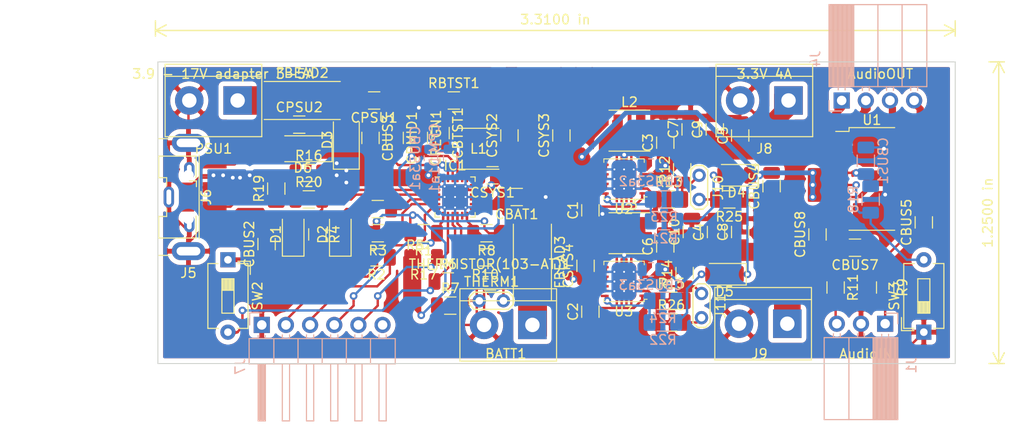
<source format=kicad_pcb>
(kicad_pcb (version 20171130) (host pcbnew "(5.1.5)-3")
  (layers (0 F.Cu signal) (31 B.Cu signal) (34 B.Paste user) (35 F.Paste user) (36 B.SilkS user) (37 F.SilkS user) (38 B.Mask user) (39 F.Mask user) (44 Edge.Cuts user))
  (net 0 "")
  (net 1 PGND)
  (net 2 "Net-(CBTST1-Pad1)")
  (net 3 "Net-(CBTST1-Pad2)")
  (net 4 VSYS)
  (net 5 VBUS)
  (net 6 "Net-(CBUS5-Pad1)")
  (net 7 "Net-(CBUS5-Pad2)")
  (net 8 "Net-(CBUS7-Pad2)")
  (net 9 "Net-(CBUS8-Pad2)")
  (net 10 "Net-(CBUS8-Pad1)")
  (net 11 "Net-(CPMID1-Pad2)")
  (net 12 "Net-(D1-Pad2)")
  (net 13 "Net-(D2-Pad2)")
  (net 14 "Net-(IC1-Pad3)")
  (net 15 "Net-(IC1-Pad4)")
  (net 16 "Net-(IC1-Pad5)")
  (net 17 "Net-(IC1-Pad6)")
  (net 18 "Net-(IC1-Pad7)")
  (net 19 "Net-(IC1-Pad9)")
  (net 20 "Net-(IC1-Pad10)")
  (net 21 "Net-(IC1-Pad11)")
  (net 22 "Net-(J1-Pad1)")
  (net 23 "Net-(J1-Pad3)")
  (net 24 "Net-(C2-Pad2)")
  (net 25 "Net-(CBAT1-Pad2)")
  (net 26 "Net-(CPSU1-Pad2)")
  (net 27 "Net-(CPSU2-Pad1)")
  (net 28 "Net-(CREGN1-Pad2)")
  (net 29 "Net-(FBEAD3-Pad2)")
  (net 30 "Net-(IC1-Pad2)")
  (net 31 "Net-(IC1-Pad8)")
  (net 32 "Net-(J4-Pad1)")
  (net 33 "Net-(J4-Pad2)")
  (net 34 "Net-(J4-Pad3)")
  (net 35 "Net-(L2-Pad2)")
  (net 36 "Net-(L2-Pad1)")
  (net 37 "Net-(L3-Pad1)")
  (net 38 "Net-(L3-Pad2)")
  (net 39 "Net-(FBEAD2-Pad1)")
  (net 40 "Net-(J4-Pad4)")
  (net 41 "Net-(C1-Pad2)")
  (net 42 "Net-(R18-Pad2)")
  (net 43 "Net-(J5-Pad2)")
  (net 44 "Net-(J5-Pad3)")
  (net 45 "Net-(D4-Pad2)")
  (net 46 "Net-(D5-Pad2)")
  (net 47 "Net-(J10-Pad1)")
  (net 48 "Net-(J10-Pad2)")
  (net 49 "Net-(J11-Pad2)")
  (net 50 "Net-(J11-Pad1)")
  (net 51 "Net-(R21-Pad1)")
  (net 52 "Net-(R22-Pad1)")
  (net 53 "Net-(C3-Pad1)")
  (net 54 "Net-(C10-Pad1)")
  (net 55 "Net-(IC1-Pad19)")
  (net 56 "Net-(BATT1-Pad1)")
  (net 57 "Net-(U2-Pad0)")
  (module Package_SON:WSON-14-1EP_4.0x4.0mm_P0.5mm_EP2.6x2.6mmThermalPads (layer F.Cu) (at 152.385 78.74 180)
    (fp_text reference U3 (at 0.027363 -3.153276 180) (layer F.SilkS))
    (fp_text value TPS63020)
    (pad 15 thru_hole circle (at -1.016 0 180) (size 0.5 0.5) (drill 0.2) (layers *.Cu *.Mask) (net 1 PGND))
    (pad 15 thru_hole circle (at 1.016 0 180) (size 0.5 0.5) (drill 0.2) (layers *.Cu *.Mask) (net 1 PGND))
    (pad 15 thru_hole circle (at -1.016 1.016 180) (size 0.5 0.5) (drill 0.2) (layers *.Cu *.Mask) (net 1 PGND))
    (pad 15 thru_hole circle (at 1.016 1.016 180) (size 0.5 0.5) (drill 0.2) (layers *.Cu *.Mask) (net 1 PGND))
    (pad 15 thru_hole circle (at 1.016 -1.016 180) (size 0.5 0.5) (drill 0.2) (layers *.Cu *.Mask) (net 1 PGND))
    (pad 15 thru_hole circle (at 0 0 180) (size 0.5 0.5) (drill 0.2) (layers *.Cu *.Mask) (net 1 PGND))
    (pad 15 thru_hole circle (at 0 1.016 180) (size 0.5 0.5) (drill 0.2) (layers *.Cu *.Mask) (net 1 PGND))
    (pad 15 thru_hole circle (at 0 -1.016 180) (size 0.5 0.5) (drill 0.2) (layers *.Cu *.Mask) (net 1 PGND))
    (pad 15 smd roundrect (at 0 0 90) (size 4 2.6) (layers F.Cu F.Paste F.Mask) (net 1 PGND))
    (pad 15 thru_hole circle (at -1.016 -1.016 180) (size 0.5 0.5) (drill 0.2) (layers *.Cu *.Mask) (net 1 PGND))
    (pad 15 smd roundrect (at 0.025 0 90) (size 4 2.6) (layers B.Cu) (net 1 PGND))
    (pad 1 smd rect (at -2.032 -1.5 90) (size 0.25 0.825) (layers F.Cu F.Paste F.Mask) (net 24 "Net-(C2-Pad2)"))
    (pad 2 smd rect (at -2.032 -1.016 90) (size 0.25 0.825) (layers F.Cu F.Paste F.Mask) (net 1 PGND))
    (pad 3 smd rect (at -2.032 -0.508 90) (size 0.25 0.825) (layers F.Cu F.Paste F.Mask) (net 50 "Net-(J11-Pad1)"))
    (pad 4 smd rect (at -2.032 0 90) (size 0.25 0.825) (layers F.Cu F.Paste F.Mask) (net 54 "Net-(C10-Pad1)"))
    (pad 5 smd rect (at -2.032 0.5 90) (size 0.25 0.825) (layers F.Cu F.Paste F.Mask) (net 54 "Net-(C10-Pad1)"))
    (pad 6 smd rect (at -2.032 1.016 90) (size 0.25 0.825) (layers F.Cu F.Paste F.Mask) (net 38 "Net-(L3-Pad2)"))
    (pad 7 smd rect (at -2.032 1.5 90) (size 0.25 0.825) (layers F.Cu F.Paste F.Mask) (net 38 "Net-(L3-Pad2)"))
    (pad 8 smd rect (at 2.032 1.5 90) (size 0.25 0.825) (layers F.Cu F.Paste F.Mask) (net 37 "Net-(L3-Pad1)"))
    (pad 9 smd rect (at 2.032 1 90) (size 0.25 0.825) (layers F.Cu F.Paste F.Mask) (net 37 "Net-(L3-Pad1)"))
    (pad 10 smd rect (at 2.032 0.5 90) (size 0.25 0.825) (layers F.Cu F.Paste F.Mask) (net 4 VSYS))
    (pad 11 smd rect (at 2.032 0 90) (size 0.25 0.825) (layers F.Cu F.Paste F.Mask) (net 4 VSYS))
    (pad 12 smd rect (at 2.032 -0.508 90) (size 0.25 0.825) (layers F.Cu F.Paste F.Mask) (net 24 "Net-(C2-Pad2)"))
    (pad 13 smd rect (at 2.032 -1 90) (size 0.25 0.825) (layers F.Cu F.Paste F.Mask) (net 24 "Net-(C2-Pad2)"))
    (pad 14 smd rect (at 2.032 -1.524 90) (size 0.25 0.825) (layers F.Cu F.Paste F.Mask) (net 52 "Net-(R22-Pad1)"))
    (pad 0 smd rect (at -0.762 2.032 180) (size 0.25 0.825) (layers F.Cu F.Paste F.Mask) (net 1 PGND))
    (pad 0 smd rect (at -0.254 -2.032 180) (size 0.25 0.825) (layers F.Cu F.Paste F.Mask) (net 1 PGND))
    (pad 0 smd rect (at 0.254 -2.032 180) (size 0.25 0.825) (layers F.Cu F.Paste F.Mask) (net 1 PGND))
    (pad 0 smd rect (at -0.762 -2.032 180) (size 0.25 0.825) (layers F.Cu F.Paste F.Mask) (net 1 PGND))
    (pad 0 smd rect (at 0.762 -2.032 180) (size 0.25 0.825) (layers F.Cu F.Paste F.Mask) (net 1 PGND))
    (pad 0 smd rect (at -0.254 2.032 180) (size 0.25 0.825) (layers F.Cu F.Paste F.Mask) (net 1 PGND))
    (pad 0 smd rect (at 0.254 2.032 180) (size 0.25 0.825) (layers F.Cu F.Paste F.Mask) (net 1 PGND))
    (pad 0 smd rect (at 0.762 2.032 180) (size 0.25 0.825) (layers F.Cu F.Paste F.Mask) (net 1 PGND))
  )
  (module Package_SON:WSON-14-1EP_4.0x4.0mm_P0.5mm_EP2.6x2.6mmThermalPads (layer F.Cu) (at 152.385 67.96 180)
    (fp_text reference U2 (at 0.027363 -3.153276 180) (layer F.SilkS))
    (fp_text value TPS63020)
    (pad 15 thru_hole circle (at -1.016 0 180) (size 0.5 0.5) (drill 0.2) (layers *.Cu *.Mask) (net 1 PGND))
    (pad 15 thru_hole circle (at 1.016 0 180) (size 0.5 0.5) (drill 0.2) (layers *.Cu *.Mask) (net 1 PGND))
    (pad 15 thru_hole circle (at -1.016 1.016 180) (size 0.5 0.5) (drill 0.2) (layers *.Cu *.Mask) (net 1 PGND))
    (pad 15 thru_hole circle (at 1.016 1.016 180) (size 0.5 0.5) (drill 0.2) (layers *.Cu *.Mask) (net 1 PGND))
    (pad 15 thru_hole circle (at 1.016 -1.016 180) (size 0.5 0.5) (drill 0.2) (layers *.Cu *.Mask) (net 1 PGND))
    (pad 15 thru_hole circle (at 0 0 180) (size 0.5 0.5) (drill 0.2) (layers *.Cu *.Mask) (net 1 PGND))
    (pad 15 thru_hole circle (at 0 1.016 180) (size 0.5 0.5) (drill 0.2) (layers *.Cu *.Mask) (net 1 PGND))
    (pad 15 thru_hole circle (at 0 -1.016 180) (size 0.5 0.5) (drill 0.2) (layers *.Cu *.Mask) (net 1 PGND))
    (pad 15 smd roundrect (at 0 0 90) (size 4 2.6) (layers F.Cu F.Paste F.Mask) (net 1 PGND))
    (pad 15 thru_hole circle (at -1.016 -1.016 180) (size 0.5 0.5) (drill 0.2) (layers *.Cu *.Mask) (net 1 PGND))
    (pad 15 smd roundrect (at 0.025 0 90) (size 4 2.6) (layers B.Cu) (net 1 PGND))
    (pad 1 smd rect (at -2.032 -1.5 90) (size 0.25 0.825) (layers F.Cu F.Paste F.Mask) (net 41 "Net-(C1-Pad2)"))
    (pad 2 smd rect (at -2.032 -1.016 90) (size 0.25 0.825) (layers F.Cu F.Paste F.Mask) (net 1 PGND))
    (pad 3 smd rect (at -2.032 -0.508 90) (size 0.25 0.825) (layers F.Cu F.Paste F.Mask) (net 47 "Net-(J10-Pad1)"))
    (pad 4 smd rect (at -2.032 0 90) (size 0.25 0.825) (layers F.Cu F.Paste F.Mask) (net 53 "Net-(C3-Pad1)"))
    (pad 5 smd rect (at -2.032 0.5 90) (size 0.25 0.825) (layers F.Cu F.Paste F.Mask) (net 53 "Net-(C3-Pad1)"))
    (pad 6 smd rect (at -2.032 1.016 90) (size 0.25 0.825) (layers F.Cu F.Paste F.Mask) (net 35 "Net-(L2-Pad2)"))
    (pad 7 smd rect (at -2.032 1.5 90) (size 0.25 0.825) (layers F.Cu F.Paste F.Mask) (net 35 "Net-(L2-Pad2)"))
    (pad 8 smd rect (at 2.032 1.5 90) (size 0.25 0.825) (layers F.Cu F.Paste F.Mask) (net 36 "Net-(L2-Pad1)"))
    (pad 9 smd rect (at 2.032 1 90) (size 0.25 0.825) (layers F.Cu F.Paste F.Mask) (net 36 "Net-(L2-Pad1)"))
    (pad 10 smd rect (at 2.032 0.5 90) (size 0.25 0.825) (layers F.Cu F.Paste F.Mask) (net 4 VSYS))
    (pad 11 smd rect (at 2.032 0 90) (size 0.25 0.825) (layers F.Cu F.Paste F.Mask) (net 4 VSYS))
    (pad 12 smd rect (at 2.032 -0.508 90) (size 0.25 0.825) (layers F.Cu F.Paste F.Mask) (net 41 "Net-(C1-Pad2)"))
    (pad 13 smd rect (at 2.032 -1 90) (size 0.25 0.825) (layers F.Cu F.Paste F.Mask) (net 41 "Net-(C1-Pad2)"))
    (pad 14 smd rect (at 2.032 -1.524 90) (size 0.25 0.825) (layers F.Cu F.Paste F.Mask) (net 51 "Net-(R21-Pad1)"))
    (pad 0 smd rect (at -0.762 2.032 180) (size 0.25 0.825) (layers F.Cu F.Paste F.Mask) (net 57 "Net-(U2-Pad0)"))
    (pad 0 smd rect (at -0.254 -2.032 180) (size 0.25 0.825) (layers F.Cu F.Paste F.Mask) (net 57 "Net-(U2-Pad0)"))
    (pad 0 smd rect (at 0.254 -2.032 180) (size 0.25 0.825) (layers F.Cu F.Paste F.Mask) (net 57 "Net-(U2-Pad0)"))
    (pad 0 smd rect (at -0.762 -2.032 180) (size 0.25 0.825) (layers F.Cu F.Paste F.Mask) (net 57 "Net-(U2-Pad0)"))
    (pad 0 smd rect (at 0.762 -2.032 180) (size 0.25 0.825) (layers F.Cu F.Paste F.Mask) (net 57 "Net-(U2-Pad0)"))
    (pad 0 smd rect (at -0.254 2.032 180) (size 0.25 0.825) (layers F.Cu F.Paste F.Mask) (net 57 "Net-(U2-Pad0)"))
    (pad 0 smd rect (at 0.254 2.032 180) (size 0.25 0.825) (layers F.Cu F.Paste F.Mask) (net 57 "Net-(U2-Pad0)"))
    (pad 0 smd rect (at 0.762 2.032 180) (size 0.25 0.825) (layers F.Cu F.Paste F.Mask) (net 57 "Net-(U2-Pad0)"))
  )
  (module Capacitor_SMD:C_1206_3216Metric (layer F.Cu) (at 118.24 62.23)
    (fp_text reference CPSU2 (at 0 -1.82) (layer F.SilkS))
    (fp_text value 1uF)
    (pad 1 smd roundrect (at -1.4 0) (size 1.25 1.75) (layers F.Cu F.Paste F.Mask) (roundrect_rratio 0.2) (net 27 "Net-(CPSU2-Pad1)"))
    (pad 2 smd roundrect (at 1.4 0) (size 1.25 1.75) (layers F.Cu F.Paste F.Mask) (roundrect_rratio 0.2) (net 1 PGND))
  )
  (module Capacitor_SMD:C_1206_3216Metric (layer F.Cu) (at 145.796 63.376 90)
    (fp_text reference CSYS3 (at 0 -1.82 90) (layer F.SilkS))
    (fp_text value 10uF)
    (pad 2 smd roundrect (at 1.4 0 90) (size 1.25 1.75) (layers F.Cu F.Paste F.Mask) (roundrect_rratio 0.2) (net 1 PGND))
    (pad 1 smd roundrect (at -1.4 0 90) (size 1.25 1.75) (layers F.Cu F.Paste F.Mask) (roundrect_rratio 0.2) (net 4 VSYS))
  )
  (module Capacitor_SMD:C_1206_3216Metric (layer F.Cu) (at 148.336 77.092 90)
    (fp_text reference CSYS4 (at 0 -1.82 90) (layer F.SilkS))
    (fp_text value 10uF)
    (pad 1 smd roundrect (at -1.4 0 90) (size 1.25 1.75) (layers F.Cu F.Paste F.Mask) (roundrect_rratio 0.2) (net 4 VSYS))
    (pad 2 smd roundrect (at 1.4 0 90) (size 1.25 1.75) (layers F.Cu F.Paste F.Mask) (roundrect_rratio 0.2) (net 1 PGND))
  )
  (module Inductor_SMD:L_Coilcraft_XxL4020 (layer F.Cu) (at 152.95 62.865)
    (fp_text reference L2 (at 0 -3) (layer F.SilkS))
    (fp_text value "1.5uH 4A")
    (pad 2 smd rect (at 1.185 0) (size 0.98 3.4) (layers F.Cu F.Paste F.Mask) (net 35 "Net-(L2-Pad2)"))
    (pad 1 smd rect (at -1.185 0) (size 0.98 3.4) (layers F.Cu F.Paste F.Mask) (net 36 "Net-(L2-Pad1)"))
  )
  (module Inductor_SMD:L_Coilcraft_XxL4020 (layer F.Cu) (at 152.95 73.66)
    (fp_text reference L3 (at 0 -3) (layer F.SilkS))
    (fp_text value "1.5uH 4A")
    (pad 1 smd rect (at -1.185 0) (size 0.98 3.4) (layers F.Cu F.Paste F.Mask) (net 37 "Net-(L3-Pad1)"))
    (pad 2 smd rect (at 1.185 0) (size 0.98 3.4) (layers F.Cu F.Paste F.Mask) (net 38 "Net-(L3-Pad2)"))
  )
  (module Resistor_SMD:R_1206_3216Metric (layer F.Cu) (at 158.496 66.932 90)
    (fp_text reference R12 (at 0 -1.82 90) (layer F.SilkS))
    (fp_text value 1M)
    (pad 2 smd roundrect (at 1.4 0 90) (size 1.25 1.75) (layers F.Cu F.Paste F.Mask) (roundrect_rratio 0.2) (net 53 "Net-(C3-Pad1)"))
    (pad 1 smd roundrect (at -1.4 0 90) (size 1.25 1.75) (layers F.Cu F.Paste F.Mask) (roundrect_rratio 0.2) (net 47 "Net-(J10-Pad1)"))
  )
  (module Resistor_SMD:R_1206_3216Metric (layer F.Cu) (at 157.096 70.104)
    (fp_text reference R13 (at 0 -1.82) (layer F.SilkS))
    (fp_text value 180K)
    (pad 1 smd roundrect (at -1.4 0) (size 1.25 1.75) (layers F.Cu F.Paste F.Mask) (roundrect_rratio 0.2) (net 1 PGND))
    (pad 2 smd roundrect (at 1.4 0) (size 1.25 1.75) (layers F.Cu F.Paste F.Mask) (roundrect_rratio 0.2) (net 47 "Net-(J10-Pad1)"))
  )
  (module Resistor_SMD:R_1206_3216Metric (layer F.Cu) (at 158.75 77.854 90)
    (fp_text reference R14 (at 0 -1.82 90) (layer F.SilkS))
    (fp_text value 1M)
    (pad 2 smd roundrect (at 1.4 0 90) (size 1.25 1.75) (layers F.Cu F.Paste F.Mask) (roundrect_rratio 0.2) (net 54 "Net-(C10-Pad1)"))
    (pad 1 smd roundrect (at -1.4 0 90) (size 1.25 1.75) (layers F.Cu F.Paste F.Mask) (roundrect_rratio 0.2) (net 50 "Net-(J11-Pad1)"))
  )
  (module Resistor_SMD:R_1206_3216Metric (layer F.Cu) (at 157.356 80.772)
    (fp_text reference R15 (at 0 -1.82) (layer F.SilkS))
    (fp_text value 180K)
    (pad 2 smd roundrect (at 1.4 0) (size 1.25 1.75) (layers F.Cu F.Paste F.Mask) (roundrect_rratio 0.2) (net 50 "Net-(J11-Pad1)"))
    (pad 1 smd roundrect (at -1.4 0) (size 1.25 1.75) (layers F.Cu F.Paste F.Mask) (roundrect_rratio 0.2) (net 1 PGND))
  )
  (module Resistor_SMD:R_1206_3216Metric (layer F.Cu) (at 119.25 67.31)
    (fp_text reference R16 (at 0 -1.82) (layer F.SilkS))
    (fp_text value 10K)
    (pad 2 smd roundrect (at 1.4 0) (size 1.25 1.75) (layers F.Cu F.Paste F.Mask) (roundrect_rratio 0.2) (net 30 "Net-(IC1-Pad2)"))
    (pad 1 smd roundrect (at -1.4 0) (size 1.25 1.75) (layers F.Cu F.Paste F.Mask) (roundrect_rratio 0.2) (net 1 PGND))
  )
  (module Resistor_SMD:R_1206_3216Metric (layer F.Cu) (at 131.315 76.2 180)
    (fp_text reference R17 (at 0 -1.82) (layer F.SilkS))
    (fp_text value 10K)
    (pad 1 smd roundrect (at -1.4 0 180) (size 1.25 1.75) (layers F.Cu F.Paste F.Mask) (roundrect_rratio 0.2) (net 31 "Net-(IC1-Pad8)"))
    (pad 2 smd roundrect (at 1.4 0 180) (size 1.25 1.75) (layers F.Cu F.Paste F.Mask) (roundrect_rratio 0.2) (net 4 VSYS))
  )
  (module Resistor_SMD:R_1206_3216Metric (layer F.Cu) (at 134.49 59.69)
    (fp_text reference RBTST1 (at 0 -1.82) (layer F.SilkS))
    (fp_text value R)
    (pad 1 smd roundrect (at -1.4 0) (size 1.25 1.75) (layers F.Cu F.Paste F.Mask) (roundrect_rratio 0.2) (net 2 "Net-(CBTST1-Pad1)"))
    (pad 2 smd roundrect (at 1.4 0) (size 1.25 1.75) (layers F.Cu F.Paste F.Mask) (roundrect_rratio 0.2) (net 55 "Net-(IC1-Pad19)"))
  )
  (module Capacitor_SMD:C_1206_3216Metric (layer F.Cu) (at 164.592 73.53 90)
    (fp_text reference C8 (at 0 -1.82 90) (layer F.SilkS))
    (fp_text value 22uF)
    (pad 2 smd roundrect (at 1.4 0 90) (size 1.25 1.75) (layers F.Cu F.Paste F.Mask) (roundrect_rratio 0.2) (net 1 PGND))
    (pad 1 smd roundrect (at -1.4 0 90) (size 1.25 1.75) (layers F.Cu F.Paste F.Mask) (roundrect_rratio 0.2) (net 54 "Net-(C10-Pad1)"))
  )
  (module Capacitor_SMD:C_1206_3216Metric (layer F.Cu) (at 161.925 62.735 90)
    (fp_text reference C9 (at 0 -1.82 90) (layer F.SilkS))
    (fp_text value 22uF)
    (pad 2 smd roundrect (at 1.4 0 90) (size 1.25 1.75) (layers F.Cu F.Paste F.Mask) (roundrect_rratio 0.2) (net 1 PGND))
    (pad 1 smd roundrect (at -1.4 0 90) (size 1.25 1.75) (layers F.Cu F.Paste F.Mask) (roundrect_rratio 0.2) (net 53 "Net-(C3-Pad1)"))
  )
  (module Capacitor_SMD:C_1206_3216Metric (layer F.Cu) (at 148.844 71.25 90)
    (fp_text reference C1 (at 0 -1.82 90) (layer F.SilkS))
    (fp_text value 0.1uF)
    (pad 2 smd roundrect (at 1.4 0 90) (size 1.25 1.75) (layers F.Cu F.Paste F.Mask) (roundrect_rratio 0.2) (net 41 "Net-(C1-Pad2)"))
    (pad 1 smd roundrect (at -1.4 0 90) (size 1.25 1.75) (layers F.Cu F.Paste F.Mask) (roundrect_rratio 0.2) (net 1 PGND))
  )
  (module Capacitor_SMD:C_1206_3216Metric (layer F.Cu) (at 148.844 81.918 90)
    (fp_text reference C2 (at 0 -1.82 90) (layer F.SilkS))
    (fp_text value 0.1uF)
    (pad 1 smd roundrect (at -1.4 0 90) (size 1.25 1.75) (layers F.Cu F.Paste F.Mask) (roundrect_rratio 0.2) (net 1 PGND))
    (pad 2 smd roundrect (at 1.4 0 90) (size 1.25 1.75) (layers F.Cu F.Paste F.Mask) (roundrect_rratio 0.2) (net 24 "Net-(C2-Pad2)"))
  )
  (module Capacitor_SMD:C_1206_3216Metric (layer F.Cu) (at 156.718 64.132 90)
    (fp_text reference C3 (at 0 -1.82 90) (layer F.SilkS))
    (fp_text value 22uF)
    (pad 2 smd roundrect (at 1.4 0 90) (size 1.25 1.75) (layers F.Cu F.Paste F.Mask) (roundrect_rratio 0.2) (net 1 PGND))
    (pad 1 smd roundrect (at -1.4 0 90) (size 1.25 1.75) (layers F.Cu F.Paste F.Mask) (roundrect_rratio 0.2) (net 53 "Net-(C3-Pad1)"))
  )
  (module Capacitor_SMD:C_1206_3216Metric (layer F.Cu) (at 162.052 73.536 90)
    (fp_text reference C4 (at 0 -1.82 90) (layer F.SilkS))
    (fp_text value 22uF)
    (pad 1 smd roundrect (at -1.4 0 90) (size 1.25 1.75) (layers F.Cu F.Paste F.Mask) (roundrect_rratio 0.2) (net 54 "Net-(C10-Pad1)"))
    (pad 2 smd roundrect (at 1.4 0 90) (size 1.25 1.75) (layers F.Cu F.Paste F.Mask) (roundrect_rratio 0.2) (net 1 PGND))
  )
  (module Capacitor_SMD:C_1206_3216Metric (layer F.Cu) (at 126.114 59.69 180)
    (fp_text reference CPSU1 (at 0 -1.82) (layer F.SilkS))
    (fp_text value 1uF)
    (pad 1 smd roundrect (at -1.4 0 180) (size 1.25 1.75) (layers F.Cu F.Paste F.Mask) (roundrect_rratio 0.2) (net 1 PGND))
    (pad 2 smd roundrect (at 1.4 0 180) (size 1.25 1.75) (layers F.Cu F.Paste F.Mask) (roundrect_rratio 0.2) (net 26 "Net-(CPSU1-Pad2)"))
  )
  (module Capacitor_SMD:C_1206_3216Metric (layer F.Cu) (at 159.512 73.53 90)
    (fp_text reference C10 (at 0 -1.82 90) (layer F.SilkS))
    (fp_text value 22uF)
    (pad 1 smd roundrect (at -1.4 0 90) (size 1.25 1.75) (layers F.Cu F.Paste F.Mask) (roundrect_rratio 0.2) (net 54 "Net-(C10-Pad1)"))
    (pad 2 smd roundrect (at 1.4 0 90) (size 1.25 1.75) (layers F.Cu F.Paste F.Mask) (roundrect_rratio 0.2) (net 1 PGND))
  )
  (module Capacitor_SMD:C_1206_3216Metric (layer F.Cu) (at 164.592 63.376 90)
    (fp_text reference C5 (at 0 -1.82 90) (layer F.SilkS))
    (fp_text value 22uF)
    (pad 1 smd roundrect (at -1.4 0 90) (size 1.25 1.75) (layers F.Cu F.Paste F.Mask) (roundrect_rratio 0.2) (net 53 "Net-(C3-Pad1)"))
    (pad 2 smd roundrect (at 1.4 0 90) (size 1.25 1.75) (layers F.Cu F.Paste F.Mask) (roundrect_rratio 0.2) (net 1 PGND))
  )
  (module Capacitor_SMD:C_1206_3216Metric (layer F.Cu) (at 159.385 62.735 90)
    (fp_text reference C7 (at 0 -1.82 90) (layer F.SilkS))
    (fp_text value 22uF)
    (pad 2 smd roundrect (at 1.4 0 90) (size 1.25 1.75) (layers F.Cu F.Paste F.Mask) (roundrect_rratio 0.2) (net 1 PGND))
    (pad 1 smd roundrect (at -1.4 0 90) (size 1.25 1.75) (layers F.Cu F.Paste F.Mask) (roundrect_rratio 0.2) (net 53 "Net-(C3-Pad1)"))
  )
  (module Capacitor_SMD:C_1206_3216Metric (layer F.Cu) (at 156.718 75.054 90)
    (fp_text reference C6 (at 0 -1.82 90) (layer F.SilkS))
    (fp_text value 22uF)
    (pad 1 smd roundrect (at -1.4 0 90) (size 1.25 1.75) (layers F.Cu F.Paste F.Mask) (roundrect_rratio 0.2) (net 54 "Net-(C10-Pad1)"))
    (pad 2 smd roundrect (at 1.4 0 90) (size 1.25 1.75) (layers F.Cu F.Paste F.Mask) (roundrect_rratio 0.2) (net 1 PGND))
  )
  (module Capacitor_SMD:C_1206_3216Metric (layer F.Cu) (at 141.1 69.85 180)
    (fp_text reference CBAT1 (at 0 -1.82) (layer F.SilkS))
    (fp_text value 10uF)
    (pad 1 smd roundrect (at -1.4 0 180) (size 1.25 1.75) (layers F.Cu F.Paste F.Mask) (roundrect_rratio 0.2) (net 1 PGND))
    (pad 2 smd roundrect (at 1.4 0 180) (size 1.25 1.75) (layers F.Cu F.Paste F.Mask) (roundrect_rratio 0.2) (net 25 "Net-(CBAT1-Pad2)"))
  )
  (module Capacitor_SMD:C_1206_3216Metric (layer F.Cu) (at 133.096 63.122 270)
    (fp_text reference CBTST1 (at 0 -1.82 90) (layer F.SilkS))
    (fp_text value 1uF)
    (pad 1 smd roundrect (at -1.4 0 270) (size 1.25 1.75) (layers F.Cu F.Paste F.Mask) (roundrect_rratio 0.2) (net 2 "Net-(CBTST1-Pad1)"))
    (pad 2 smd roundrect (at 1.4 0 270) (size 1.25 1.75) (layers F.Cu F.Paste F.Mask) (roundrect_rratio 0.2) (net 3 "Net-(CBTST1-Pad2)"))
  )
  (module Capacitor_SMD:C_1206_3216Metric (layer B.Cu) (at 177.8 66.04 90)
    (fp_text reference CBUS1 (at 0 1.82 270) (layer B.SilkS) (effects (justify mirror)))
    (fp_text value 1uF)
    (pad 1 smd roundrect (at -1.4 0 90) (size 1.25 1.75) (layers B.Cu B.Paste B.Mask) (roundrect_rratio 0.2) (net 4 VSYS))
    (pad 2 smd roundrect (at 1.4 0 90) (size 1.25 1.75) (layers B.Cu B.Paste B.Mask) (roundrect_rratio 0.2) (net 1 PGND))
  )
  (module Capacitor_SMD:C_1206_3216Metric (layer F.Cu) (at 114.808 74.806 90)
    (fp_text reference CBUS2 (at 0 -1.82 90) (layer F.SilkS))
    (fp_text value 1uF)
    (pad 1 smd roundrect (at -1.4 0 90) (size 1.25 1.75) (layers F.Cu F.Paste F.Mask) (roundrect_rratio 0.2) (net 4 VSYS))
    (pad 2 smd roundrect (at 1.4 0 90) (size 1.25 1.75) (layers F.Cu F.Paste F.Mask) (roundrect_rratio 0.2) (net 1 PGND))
  )
  (module Capacitor_SMD:C_1206_3216Metric (layer F.Cu) (at 125.73 63.63 270)
    (fp_text reference CBUS3 (at 0 -1.82 90) (layer F.SilkS))
    (fp_text value 1uF)
    (pad 1 smd roundrect (at -1.4 0 270) (size 1.25 1.75) (layers F.Cu F.Paste F.Mask) (roundrect_rratio 0.2) (net 1 PGND))
    (pad 2 smd roundrect (at 1.4 0 270) (size 1.25 1.75) (layers F.Cu F.Paste F.Mask) (roundrect_rratio 0.2) (net 5 VBUS))
  )
  (module Capacitor_SMD:C_1206_3216Metric (layer F.Cu) (at 167.894 68.71 90)
    (fp_text reference CBUS4 (at 0 -1.82 90) (layer F.SilkS))
    (fp_text value 1uF)
    (pad 2 smd roundrect (at 1.4 0 90) (size 1.25 1.75) (layers F.Cu F.Paste F.Mask) (roundrect_rratio 0.2) (net 4 VSYS))
    (pad 1 smd roundrect (at -1.4 0 90) (size 1.25 1.75) (layers F.Cu F.Paste F.Mask) (roundrect_rratio 0.2) (net 1 PGND))
  )
  (module Capacitor_SMD:C_1206_3216Metric (layer F.Cu) (at 183.896 72.52 90)
    (fp_text reference CBUS5 (at 0 -1.82 90) (layer F.SilkS))
    (fp_text value 1uF)
    (pad 1 smd roundrect (at -1.4 0 90) (size 1.25 1.75) (layers F.Cu F.Paste F.Mask) (roundrect_rratio 0.2) (net 6 "Net-(CBUS5-Pad1)"))
    (pad 2 smd roundrect (at 1.4 0 90) (size 1.25 1.75) (layers F.Cu F.Paste F.Mask) (roundrect_rratio 0.2) (net 7 "Net-(CBUS5-Pad2)"))
  )
  (module Capacitor_SMD:C_1206_3216Metric (layer F.Cu) (at 176.66 75.184 180)
    (fp_text reference CBUS7 (at 0 -1.82) (layer F.SilkS))
    (fp_text value 0.1uF)
    (pad 2 smd roundrect (at 1.4 0 180) (size 1.25 1.75) (layers F.Cu F.Paste F.Mask) (roundrect_rratio 0.2) (net 8 "Net-(CBUS7-Pad2)"))
    (pad 1 smd roundrect (at -1.4 0 180) (size 1.25 1.75) (layers F.Cu F.Paste F.Mask) (roundrect_rratio 0.2) (net 1 PGND))
  )
  (module Capacitor_SMD:C_1206_3216Metric (layer F.Cu) (at 172.72 73.79 90)
    (fp_text reference CBUS8 (at 0 -1.82 90) (layer F.SilkS))
    (fp_text value 1uF)
    (pad 2 smd roundrect (at 1.4 0 90) (size 1.25 1.75) (layers F.Cu F.Paste F.Mask) (roundrect_rratio 0.2) (net 9 "Net-(CBUS8-Pad2)"))
    (pad 1 smd roundrect (at -1.4 0 90) (size 1.25 1.75) (layers F.Cu F.Paste F.Mask) (roundrect_rratio 0.2) (net 10 "Net-(CBUS8-Pad1)"))
  )
  (module Capacitor_SMD:C_1206_3216Metric (layer F.Cu) (at 128.27 63.63 270)
    (fp_text reference CPMID1 (at 0 -1.82 90) (layer F.SilkS))
    (fp_text value 10uF)
    (pad 2 smd roundrect (at 1.4 0 270) (size 1.25 1.75) (layers F.Cu F.Paste F.Mask) (roundrect_rratio 0.2) (net 11 "Net-(CPMID1-Pad2)"))
    (pad 1 smd roundrect (at -1.4 0 270) (size 1.25 1.75) (layers F.Cu F.Paste F.Mask) (roundrect_rratio 0.2) (net 1 PGND))
  )
  (module Capacitor_SMD:C_1206_3216Metric (layer F.Cu) (at 130.81 63.63 270)
    (fp_text reference CREGN1 (at 0 -1.82 90) (layer F.SilkS))
    (fp_text value 1uF)
    (pad 2 smd roundrect (at 1.4 0 270) (size 1.25 1.75) (layers F.Cu F.Paste F.Mask) (roundrect_rratio 0.2) (net 28 "Net-(CREGN1-Pad2)"))
    (pad 1 smd roundrect (at -1.4 0 270) (size 1.25 1.75) (layers F.Cu F.Paste F.Mask) (roundrect_rratio 0.2) (net 1 PGND))
  )
  (module Capacitor_SMD:C_1206_3216Metric (layer F.Cu) (at 138.554 67.564 180)
    (fp_text reference CSYS1 (at 0 -1.82) (layer F.SilkS))
    (fp_text value 10uF)
    (pad 2 smd roundrect (at 1.4 0 180) (size 1.25 1.75) (layers F.Cu F.Paste F.Mask) (roundrect_rratio 0.2) (net 1 PGND))
    (pad 1 smd roundrect (at -1.4 0 180) (size 1.25 1.75) (layers F.Cu F.Paste F.Mask) (roundrect_rratio 0.2) (net 4 VSYS))
  )
  (module Capacitor_SMD:C_1206_3216Metric (layer F.Cu) (at 140.335 63.37 90)
    (fp_text reference CSYS2 (at 0 -1.82 90) (layer F.SilkS))
    (fp_text value 10uF)
    (pad 1 smd roundrect (at -1.4 0 90) (size 1.25 1.75) (layers F.Cu F.Paste F.Mask) (roundrect_rratio 0.2) (net 4 VSYS))
    (pad 2 smd roundrect (at 1.4 0 90) (size 1.25 1.75) (layers F.Cu F.Paste F.Mask) (roundrect_rratio 0.2) (net 1 PGND))
  )
  (module LED_SMD:LED_1206_3216Metric (layer F.Cu) (at 117.602 73.79 90)
    (fp_text reference D1 (at 0 -1.82 90) (layer F.SilkS))
    (fp_text value Led)
    (pad 2 smd roundrect (at 1.4 0 90) (size 1.25 1.75) (layers F.Cu F.Paste F.Mask) (roundrect_rratio 0.2) (net 12 "Net-(D1-Pad2)"))
    (pad 1 smd roundrect (at -1.4 0 90) (size 1.25 1.75) (layers F.Cu F.Paste F.Mask) (roundrect_rratio 0.2) (net 4 VSYS))
  )
  (module LED_SMD:LED_1206_3216Metric (layer F.Cu) (at 122.555 73.79 90)
    (fp_text reference D2 (at 0 -1.82 90) (layer F.SilkS))
    (fp_text value Led)
    (pad 1 smd roundrect (at -1.4 0 90) (size 1.25 1.75) (layers F.Cu F.Paste F.Mask) (roundrect_rratio 0.2) (net 4 VSYS))
    (pad 2 smd roundrect (at 1.4 0 90) (size 1.25 1.75) (layers F.Cu F.Paste F.Mask) (roundrect_rratio 0.2) (net 13 "Net-(D2-Pad2)"))
  )
  (module Resistor_SMD:R_1206_3216Metric (layer F.Cu) (at 131.315 73.66 180)
    (fp_text reference R1 (at 0 -1.82) (layer F.SilkS))
    (fp_text value 10K)
    (pad 2 smd roundrect (at 1.4 0 180) (size 1.25 1.75) (layers F.Cu F.Paste F.Mask) (roundrect_rratio 0.2) (net 4 VSYS))
    (pad 1 smd roundrect (at -1.4 0 180) (size 1.25 1.75) (layers F.Cu F.Paste F.Mask) (roundrect_rratio 0.2) (net 18 "Net-(IC1-Pad7)"))
  )
  (module Resistor_SMD:R_1206_3216Metric (layer F.Cu) (at 126.365 76.2 180)
    (fp_text reference R2 (at 0 -1.82) (layer F.SilkS))
    (fp_text value 10K)
    (pad 1 smd roundrect (at -1.4 0 180) (size 1.25 1.75) (layers F.Cu F.Paste F.Mask) (roundrect_rratio 0.2) (net 17 "Net-(IC1-Pad6)"))
    (pad 2 smd roundrect (at 1.4 0 180) (size 1.25 1.75) (layers F.Cu F.Paste F.Mask) (roundrect_rratio 0.2) (net 4 VSYS))
  )
  (module Resistor_SMD:R_1206_3216Metric (layer F.Cu) (at 126.495 73.66 180)
    (fp_text reference R3 (at 0 -1.82) (layer F.SilkS))
    (fp_text value 10K)
    (pad 1 smd roundrect (at -1.4 0 180) (size 1.25 1.75) (layers F.Cu F.Paste F.Mask) (roundrect_rratio 0.2) (net 16 "Net-(IC1-Pad5)"))
    (pad 2 smd roundrect (at 1.4 0 180) (size 1.25 1.75) (layers F.Cu F.Paste F.Mask) (roundrect_rratio 0.2) (net 4 VSYS))
  )
  (module Resistor_SMD:R_1206_3216Metric (layer F.Cu) (at 120.142 73.79 270)
    (fp_text reference R4 (at 0 -1.82 90) (layer F.SilkS))
    (fp_text value 2K2)
    (pad 1 smd roundrect (at -1.4 0 270) (size 1.25 1.75) (layers F.Cu F.Paste F.Mask) (roundrect_rratio 0.2) (net 14 "Net-(IC1-Pad3)"))
    (pad 2 smd roundrect (at 1.4 0 270) (size 1.25 1.75) (layers F.Cu F.Paste F.Mask) (roundrect_rratio 0.2) (net 12 "Net-(D1-Pad2)"))
  )
  (module Resistor_SMD:R_1206_3216Metric (layer F.Cu) (at 126.495 71.12 180)
    (fp_text reference R5 (at -3.94 -3.81) (layer F.SilkS))
    (fp_text value 2K2)
    (pad 2 smd roundrect (at 1.4 0 180) (size 1.25 1.75) (layers F.Cu F.Paste F.Mask) (roundrect_rratio 0.2) (net 13 "Net-(D2-Pad2)"))
    (pad 1 smd roundrect (at -1.4 0 180) (size 1.25 1.75) (layers F.Cu F.Paste F.Mask) (roundrect_rratio 0.2) (net 15 "Net-(IC1-Pad4)"))
  )
  (module Resistor_SMD:R_1206_3216Metric (layer F.Cu) (at 133.855 78.74)
    (fp_text reference R6 (at 0 -1.82) (layer F.SilkS))
    (fp_text value 10K)
    (pad 2 smd roundrect (at 1.4 0) (size 1.25 1.75) (layers F.Cu F.Paste F.Mask) (roundrect_rratio 0.2) (net 1 PGND))
    (pad 1 smd roundrect (at -1.4 0) (size 1.25 1.75) (layers F.Cu F.Paste F.Mask) (roundrect_rratio 0.2) (net 19 "Net-(IC1-Pad9)"))
  )
  (module Resistor_SMD:R_1206_3216Metric (layer F.Cu) (at 134.115 81.28)
    (fp_text reference R7 (at 0 -1.82) (layer F.SilkS))
    (fp_text value 265)
    (pad 2 smd roundrect (at 1.4 0) (size 1.25 1.75) (layers F.Cu F.Paste F.Mask) (roundrect_rratio 0.2) (net 1 PGND))
    (pad 1 smd roundrect (at -1.4 0) (size 1.25 1.75) (layers F.Cu F.Paste F.Mask) (roundrect_rratio 0.2) (net 20 "Net-(IC1-Pad10)"))
  )
  (module Resistor_SMD:R_1206_3216Metric (layer F.Cu) (at 137.925 73.66 180)
    (fp_text reference R8 (at 0 -1.82) (layer F.SilkS))
    (fp_text value 2K2)
    (pad 2 smd roundrect (at 1.4 0 180) (size 1.25 1.75) (layers F.Cu F.Paste F.Mask) (roundrect_rratio 0.2) (net 21 "Net-(IC1-Pad11)"))
    (pad 1 smd roundrect (at -1.4 0 180) (size 1.25 1.75) (layers F.Cu F.Paste F.Mask) (roundrect_rratio 0.2) (net 28 "Net-(CREGN1-Pad2)"))
  )
  (module Resistor_SMD:R_1206_3216Metric (layer F.Cu) (at 179.832 79.372 270)
    (fp_text reference R9 (at 0 -1.82 90) (layer F.SilkS))
    (fp_text value 2K2)
    (pad 1 smd roundrect (at -1.4 0 270) (size 1.25 1.75) (layers F.Cu F.Paste F.Mask) (roundrect_rratio 0.2) (net 6 "Net-(CBUS5-Pad1)"))
    (pad 2 smd roundrect (at 1.4 0 270) (size 1.25 1.75) (layers F.Cu F.Paste F.Mask) (roundrect_rratio 0.2) (net 22 "Net-(J1-Pad1)"))
  )
  (module Resistor_SMD:R_1206_3216Metric (layer F.Cu) (at 137.792 76.2 180)
    (fp_text reference R10 (at 0 -1.82) (layer F.SilkS))
    (fp_text value 6K8)
    (pad 1 smd roundrect (at -1.4 0 180) (size 1.25 1.75) (layers F.Cu F.Paste F.Mask) (roundrect_rratio 0.2) (net 21 "Net-(IC1-Pad11)"))
    (pad 2 smd roundrect (at 1.4 0 180) (size 1.25 1.75) (layers F.Cu F.Paste F.Mask) (roundrect_rratio 0.2) (net 1 PGND))
  )
  (module Resistor_SMD:R_1206_3216Metric (layer F.Cu) (at 174.625 79.372 270)
    (fp_text reference R11 (at 0 -1.82 90) (layer F.SilkS))
    (fp_text value 2K2)
    (pad 1 smd roundrect (at -1.4 0 270) (size 1.25 1.75) (layers F.Cu F.Paste F.Mask) (roundrect_rratio 0.2) (net 10 "Net-(CBUS8-Pad1)"))
    (pad 2 smd roundrect (at 1.4 0 270) (size 1.25 1.75) (layers F.Cu F.Paste F.Mask) (roundrect_rratio 0.2) (net 23 "Net-(J1-Pad3)"))
  )
  (module Inductor_SMD:L_Coilcraft_XxL4020 (layer F.Cu) (at 137.075 64.77)
    (fp_text reference L1 (at 0 0) (layer F.SilkS))
    (fp_text value "2.2uH 4A")
    (pad 1 smd rect (at -1.185 0) (size 0.98 3.4) (layers F.Cu F.Paste F.Mask) (net 55 "Net-(IC1-Pad19)"))
    (pad 2 smd rect (at 1.185 0) (size 0.98 3.4) (layers F.Cu F.Paste F.Mask) (net 4 VSYS))
  )
  (module Resistor_SMD:R_1206_3216Metric (layer F.Cu) (at 138.3 78.74)
    (fp_text reference "THERMISTOR(103-AT)1" (at 0 -1.82) (layer F.SilkS))
    (fp_text value 10K)
    (pad 1 smd roundrect (at -1.4 0) (size 1.25 1.75) (layers F.Cu F.Paste F.Mask) (roundrect_rratio 0.2) (net 1 PGND))
    (pad 2 smd roundrect (at 1.4 0) (size 1.25 1.75) (layers F.Cu F.Paste F.Mask) (roundrect_rratio 0.2) (net 21 "Net-(IC1-Pad11)"))
  )
  (module Resistor_SMD:R_1206_3216Metric (layer B.Cu) (at 178.308 70.104 270)
    (fp_text reference R18 (at 0 1.82 270) (layer B.SilkS) (effects (justify mirror)))
    (fp_text value 10K)
    (pad 1 smd roundrect (at -1.4 0 270) (size 1.25 1.75) (layers B.Cu B.Paste B.Mask) (roundrect_rratio 0.2) (net 4 VSYS))
    (pad 2 smd roundrect (at 1.4 0 270) (size 1.25 1.75) (layers B.Cu B.Paste B.Mask) (roundrect_rratio 0.2) (net 42 "Net-(R18-Pad2)"))
  )
  (module Package_DFN_QFN:QFN-24-1EP_4x4mm_P0.5mm_EP2.7x2.7mm_ThermalVias (layer F.Cu) (at 134.62 69.85)
    (fp_text reference IC1 (at 0 -3.32) (layer F.SilkS))
    (fp_text value BQ24193)
    (pad 25 smd roundrect (at 0 0) (size 2.7 2.7) (layers F.Cu F.Paste F.Mask) (roundrect_rratio 0.09300000000000001) (net 1 PGND))
    (pad 25 thru_hole circle (at -1.1 -1.1) (size 0.5 0.5) (drill 0.2) (layers *.Cu) (net 1 PGND))
    (pad 25 thru_hole circle (at 0 -1.1) (size 0.5 0.5) (drill 0.2) (layers *.Cu) (net 1 PGND))
    (pad 25 thru_hole circle (at 1.1 -1.1) (size 0.5 0.5) (drill 0.2) (layers *.Cu) (net 1 PGND))
    (pad 25 thru_hole circle (at -1.1 0) (size 0.5 0.5) (drill 0.2) (layers *.Cu) (net 1 PGND))
    (pad 25 thru_hole circle (at 0 0) (size 0.5 0.5) (drill 0.2) (layers *.Cu) (net 1 PGND))
    (pad 25 thru_hole circle (at 1.1 0) (size 0.5 0.5) (drill 0.2) (layers *.Cu) (net 1 PGND))
    (pad 25 thru_hole circle (at -1.1 1.1) (size 0.5 0.5) (drill 0.2) (layers *.Cu) (net 1 PGND))
    (pad 25 thru_hole circle (at 0 1.1) (size 0.5 0.5) (drill 0.2) (layers *.Cu) (net 1 PGND))
    (pad 25 thru_hole circle (at 1.1 1.1) (size 0.5 0.5) (drill 0.2) (layers *.Cu) (net 1 PGND))
    (pad 25 smd roundrect (at 0 0) (size 2.7 2.7) (layers B.Cu) (roundrect_rratio 0.09259299999999999) (net 1 PGND))
    (pad 1 smd roundrect (at -1.9625 -1.25) (size 0.825 0.25) (layers F.Cu F.Paste F.Mask) (net 5 VBUS))
    (pad 2 smd roundrect (at -1.9625 -0.75) (size 0.825 0.25) (layers F.Cu F.Paste F.Mask) (net 30 "Net-(IC1-Pad2)"))
    (pad 3 smd roundrect (at -1.9625 -0.25) (size 0.825 0.25) (layers F.Cu F.Paste F.Mask) (net 14 "Net-(IC1-Pad3)"))
    (pad 4 smd roundrect (at -1.9625 0.25) (size 0.825 0.25) (layers F.Cu F.Paste F.Mask) (net 15 "Net-(IC1-Pad4)"))
    (pad 5 smd roundrect (at -1.9625 0.75) (size 0.825 0.25) (layers F.Cu F.Paste F.Mask) (net 16 "Net-(IC1-Pad5)"))
    (pad 6 smd roundrect (at -1.9625 1.25) (size 0.825 0.25) (layers F.Cu F.Paste F.Mask) (net 17 "Net-(IC1-Pad6)"))
    (pad 7 smd roundrect (at -1.25 1.9625) (size 0.25 0.825) (layers F.Cu F.Paste F.Mask) (net 18 "Net-(IC1-Pad7)"))
    (pad 8 smd roundrect (at -0.75 1.9625) (size 0.25 0.825) (layers F.Cu F.Paste F.Mask) (net 31 "Net-(IC1-Pad8)"))
    (pad 9 smd roundrect (at -0.25 1.9625) (size 0.25 0.825) (layers F.Cu F.Paste F.Mask) (net 19 "Net-(IC1-Pad9)"))
    (pad 10 smd roundrect (at 0.25 1.9625) (size 0.25 0.825) (layers F.Cu F.Paste F.Mask) (net 20 "Net-(IC1-Pad10)"))
    (pad 11 smd roundrect (at 0.75 1.9625) (size 0.25 0.825) (layers F.Cu F.Paste F.Mask) (net 21 "Net-(IC1-Pad11)"))
    (pad 12 smd roundrect (at 1.25 1.9625) (size 0.25 0.825) (layers F.Cu F.Paste F.Mask) (net 21 "Net-(IC1-Pad11)"))
    (pad 13 smd roundrect (at 1.9625 1.25) (size 0.825 0.25) (layers F.Cu F.Paste F.Mask) (net 25 "Net-(CBAT1-Pad2)"))
    (pad 14 smd roundrect (at 1.9625 0.75) (size 0.825 0.25) (layers F.Cu F.Paste F.Mask) (net 25 "Net-(CBAT1-Pad2)"))
    (pad 15 smd roundrect (at 1.9625 0.25) (size 0.825 0.25) (layers F.Cu F.Paste F.Mask) (net 4 VSYS))
    (pad 16 smd roundrect (at 1.9625 -0.25) (size 0.825 0.25) (layers F.Cu F.Paste F.Mask) (net 4 VSYS))
    (pad 17 smd roundrect (at 1.9625 -0.75) (size 0.825 0.25) (layers F.Cu F.Paste F.Mask) (net 1 PGND))
    (pad 18 smd roundrect (at 1.9625 -1.25) (size 0.825 0.25) (layers F.Cu F.Paste F.Mask) (net 1 PGND))
    (pad 19 smd roundrect (at 1.25 -1.9625) (size 0.25 0.825) (layers F.Cu F.Paste F.Mask) (net 55 "Net-(IC1-Pad19)"))
    (pad 20 smd roundrect (at 0.75 -1.9625) (size 0.25 0.825) (layers F.Cu F.Paste F.Mask) (net 55 "Net-(IC1-Pad19)"))
    (pad 21 smd roundrect (at 0.25 -1.9625) (size 0.25 0.825) (layers F.Cu F.Paste F.Mask) (net 3 "Net-(CBTST1-Pad2)"))
    (pad 22 smd roundrect (at -0.25 -1.9625) (size 0.25 0.825) (layers F.Cu F.Paste F.Mask) (net 28 "Net-(CREGN1-Pad2)"))
    (pad 23 smd roundrect (at -0.75 -1.9625) (size 0.25 0.825) (layers F.Cu F.Paste F.Mask) (net 11 "Net-(CPMID1-Pad2)"))
    (pad 24 smd roundrect (at -1.25 -1.9625) (size 0.25 0.825) (layers F.Cu F.Paste F.Mask) (net 5 VBUS))
  )
  (module Diode_SMD:D_SOD-128 (layer F.Cu) (at 123.19 63.84 90)
    (fp_text reference D3 (at 0 -2 90) (layer F.SilkS))
    (fp_text value RBR5LAM40A)
    (pad 2 smd rect (at 2.2 0 90) (size 1.4 2.1) (layers F.Cu F.Paste F.Mask) (net 26 "Net-(CPSU1-Pad2)"))
    (pad 1 smd rect (at -2.2 0 90) (size 1.4 2.1) (layers F.Cu F.Paste F.Mask) (net 5 VBUS))
  )
  (module Diode_SMD:D_SOD-128 (layer F.Cu) (at 118.615 64.77 180)
    (fp_text reference D6 (at 0 -2) (layer F.SilkS))
    (fp_text value RBR5LAM40A)
    (pad 1 smd rect (at -2.2 0 180) (size 1.4 2.1) (layers F.Cu F.Paste F.Mask) (net 5 VBUS))
    (pad 2 smd rect (at 2.2 0 180) (size 1.4 2.1) (layers F.Cu F.Paste F.Mask) (net 27 "Net-(CPSU2-Pad1)"))
  )
  (module Connector_USB:USB_Micro-B_Molex-105133-0031 (layer F.Cu) (at 105.605 69.856 270)
    (fp_text reference J6 (at 0 -2.85 90) (layer F.SilkS))
    (fp_text value USB_OTG_female)
    (pad 3 smd rect (at 0 -0.825 270) (size 0.45 1.5) (layers F.Cu F.Paste F.Mask) (net 44 "Net-(J5-Pad3)"))
    (pad 4 smd rect (at 0.65 -0.825 270) (size 0.45 1.5) (layers F.Cu F.Paste F.Mask))
    (pad 2 smd rect (at -0.65 -0.825 270) (size 0.45 1.5) (layers F.Cu F.Paste F.Mask) (net 43 "Net-(J5-Pad2)"))
    (pad 5 smd rect (at 1.3 -0.825 270) (size 0.45 1.5) (layers F.Cu F.Paste F.Mask) (net 1 PGND))
    (pad 1 smd rect (at -1.3 -0.825 270) (size 0.45 1.5) (layers F.Cu F.Paste F.Mask) (net 5 VBUS))
    (pad 6 thru_hole oval (at -2.8 -1.075 270) (size 1.8 1.1) (drill oval 1.2 0.5) (layers *.Cu *.Mask) (net 1 PGND))
    (pad 6 thru_hole oval (at 2.8 -1.075 270) (size 1.8 1.1) (drill oval 1.2 0.5) (layers *.Cu *.Mask) (net 1 PGND))
    (pad 6 thru_hole oval (at 0 1.075 270) (size 2.2 1.1) (drill oval 1.6 0.5) (layers *.Cu *.Mask) (net 1 PGND))
  )
  (module Package_SO:SOP-16_4.4x10.4mm_P1.27mm (layer F.Cu) (at 178.435 67.945)
    (fp_text reference U1 (at 0 -6.2) (layer F.SilkS))
    (fp_text value PAM8403-SOP16)
    (pad 1 smd rect (at -3.15 -4.45) (size 1.3 0.8) (layers F.Cu F.Paste F.Mask) (net 33 "Net-(J4-Pad2)"))
    (pad 2 smd rect (at -3.15 -3.17) (size 1.3 0.8) (layers F.Cu F.Paste F.Mask) (net 1 PGND))
    (pad 3 smd rect (at -3.15 -1.91) (size 1.3 0.8) (layers F.Cu F.Paste F.Mask) (net 32 "Net-(J4-Pad1)"))
    (pad 4 smd rect (at -3.15 -0.64) (size 1.3 0.8) (layers F.Cu F.Paste F.Mask) (net 4 VSYS))
    (pad 5 smd rect (at -3.15 0.64) (size 1.3 0.8) (layers F.Cu F.Paste F.Mask) (net 42 "Net-(R18-Pad2)"))
    (pad 6 smd rect (at -3.15 1.91) (size 1.3 0.8) (layers F.Cu F.Paste F.Mask) (net 4 VSYS))
    (pad 7 smd rect (at -3.15 3.17) (size 1.3 0.8) (layers F.Cu F.Paste F.Mask) (net 9 "Net-(CBUS8-Pad2)"))
    (pad 8 smd rect (at -3.15 4.45) (size 1.3 0.8) (layers F.Cu F.Paste F.Mask) (net 8 "Net-(CBUS7-Pad2)"))
    (pad 9 smd rect (at 3.15 4.45) (size 1.3 0.8) (layers F.Cu F.Paste F.Mask) (net 1 PGND))
    (pad 10 smd rect (at 3.15 3.17) (size 1.3 0.8) (layers F.Cu F.Paste F.Mask) (net 7 "Net-(CBUS5-Pad2)"))
    (pad 11 smd rect (at 3.15 1.91) (size 1.3 0.8) (layers F.Cu F.Paste F.Mask) (net 1 PGND))
    (pad 12 smd rect (at 3.15 0.64) (size 1.3 0.8) (layers F.Cu F.Paste F.Mask) (net 4 VSYS))
    (pad 13 smd rect (at 3.15 -0.64) (size 1.3 0.8) (layers F.Cu F.Paste F.Mask) (net 4 VSYS))
    (pad 14 smd rect (at 3.15 -1.91) (size 1.3 0.8) (layers F.Cu F.Paste F.Mask) (net 40 "Net-(J4-Pad4)"))
    (pad 15 smd rect (at 3.15 -3.17) (size 1.3 0.8) (layers F.Cu F.Paste F.Mask) (net 1 PGND))
    (pad 16 smd rect (at 3.15 -4.45) (size 1.3 0.8) (layers F.Cu F.Paste F.Mask) (net 34 "Net-(J4-Pad3)"))
  )
  (module Connector_PinSocket_2.54mm:PinSocket_1x03_P2.54mm_Horizontal (layer B.Cu) (at 179.832 83.185 90)
    (fp_text reference J1 (at -4.38 2.77 270) (layer B.SilkS) (effects (justify mirror)))
    (fp_text value AudioIN (at -3.175 -2.032 -180) (layer F.SilkS))
    (pad 3 thru_hole oval (at 0 -5.08 90) (size 1.7 1.7) (drill 1) (layers *.Cu *.Mask) (net 23 "Net-(J1-Pad3)"))
    (pad 2 thru_hole oval (at 0 -2.54 90) (size 1.7 1.7) (drill 1) (layers *.Cu *.Mask) (net 1 PGND))
    (pad 1 thru_hole rect (at 0 0 90) (size 1.7 1.7) (drill 1) (layers *.Cu *.Mask) (net 22 "Net-(J1-Pad1)"))
  )
  (module Connector_PinSocket_2.54mm:PinSocket_1x04_P2.54mm_Horizontal (layer B.Cu) (at 175.26 59.69 270)
    (fp_text reference J4 (at -4.38 2.77 270) (layer B.SilkS) (effects (justify mirror)))
    (fp_text value AudioOUT (at -2.794 -4.064) (layer F.SilkS))
    (pad 1 thru_hole rect (at 0 0 270) (size 1.7 1.7) (drill 1) (layers *.Cu *.Mask) (net 32 "Net-(J4-Pad1)"))
    (pad 2 thru_hole oval (at 0 -2.54 270) (size 1.7 1.7) (drill 1) (layers *.Cu *.Mask) (net 33 "Net-(J4-Pad2)"))
    (pad 3 thru_hole oval (at 0 -5.08 270) (size 1.7 1.7) (drill 1) (layers *.Cu *.Mask) (net 34 "Net-(J4-Pad3)"))
    (pad 4 thru_hole oval (at 0 -7.62 270) (size 1.7 1.7) (drill 1) (layers *.Cu *.Mask) (net 40 "Net-(J4-Pad4)"))
  )
  (module Connector_PinHeader_2.54mm:PinHeader_1x06_P2.54mm_Horizontal (layer B.Cu) (at 114.3 83.312 270)
    (fp_text reference J7 (at 4.385 2.27 270) (layer B.SilkS) (effects (justify mirror)))
    (fp_text value "host (promicro)")
    (pad 1 thru_hole rect (at 0 0 270) (size 1.7 1.7) (drill 1) (layers *.Cu *.Mask) (net 1 PGND))
    (pad 2 thru_hole oval (at 0 -2.54 270) (size 1.7 1.7) (drill 1) (layers *.Cu *.Mask) (net 16 "Net-(IC1-Pad5)"))
    (pad 3 thru_hole oval (at 0 -5.08 270) (size 1.7 1.7) (drill 1) (layers *.Cu *.Mask) (net 17 "Net-(IC1-Pad6)"))
    (pad 4 thru_hole oval (at 0 -7.62 270) (size 1.7 1.7) (drill 1) (layers *.Cu *.Mask) (net 18 "Net-(IC1-Pad7)"))
    (pad 5 thru_hole oval (at 0 -10.16 270) (size 1.7 1.7) (drill 1) (layers *.Cu *.Mask) (net 31 "Net-(IC1-Pad8)"))
    (pad 6 thru_hole oval (at 0 -12.7 270) (size 1.7 1.7) (drill 1) (layers *.Cu *.Mask))
  )
  (module Resistor_SMD:R_1206_3216Metric (layer F.Cu) (at 115.824 68.964 90)
    (fp_text reference R19 (at 0 -1.82 90) (layer F.SilkS))
    (fp_text value 0)
    (pad 2 smd roundrect (at 1.4 0 90) (size 1.25 1.75) (layers F.Cu F.Paste F.Mask) (roundrect_rratio 0.2) (net 30 "Net-(IC1-Pad2)"))
    (pad 1 smd roundrect (at -1.4 0 90) (size 1.25 1.75) (layers F.Cu F.Paste F.Mask) (roundrect_rratio 0.2) (net 44 "Net-(J5-Pad3)"))
  )
  (module Resistor_SMD:R_1206_3216Metric (layer F.Cu) (at 119.25 70.104)
    (fp_text reference R20 (at 0 -1.82) (layer F.SilkS))
    (fp_text value 0)
    (pad 1 smd roundrect (at -1.4 0) (size 1.25 1.75) (layers F.Cu F.Paste F.Mask) (roundrect_rratio 0.2) (net 43 "Net-(J5-Pad2)"))
    (pad 2 smd roundrect (at 1.4 0) (size 1.25 1.75) (layers F.Cu F.Paste F.Mask) (roundrect_rratio 0.2) (net 14 "Net-(IC1-Pad3)"))
  )
  (module TestPoint:TestPoint_2Pads_Pitch2.54mm_Drill0.8mm (layer F.Cu) (at 137.16 80.772)
    (fp_text reference THERM1 (at 1.3 -2) (layer F.SilkS))
    (fp_text value thermistor)
    (pad 1 thru_hole circle (at 0 0) (size 1.4 1.4) (drill 0.8) (layers *.Cu *.Mask) (net 1 PGND))
    (pad 2 thru_hole circle (at 2.54 0) (size 1.4 1.4) (drill 0.8) (layers *.Cu *.Mask) (net 21 "Net-(IC1-Pad11)"))
  )
  (module LED_SMD:LED_1206_3216Metric (layer F.Cu) (at 164.214 67.564 180)
    (fp_text reference D4 (at 0 -1.82) (layer F.SilkS))
    (fp_text value Led)
    (pad 1 smd roundrect (at -1.4 0 180) (size 1.25 1.75) (layers F.Cu F.Paste F.Mask) (roundrect_rratio 0.2) (net 4 VSYS))
    (pad 2 smd roundrect (at 1.4 0 180) (size 1.25 1.75) (layers F.Cu F.Paste F.Mask) (roundrect_rratio 0.2) (net 45 "Net-(D4-Pad2)"))
  )
  (module LED_SMD:LED_1206_3216Metric (layer F.Cu) (at 162.944 77.978 180)
    (fp_text reference D5 (at 0 -1.82) (layer F.SilkS))
    (fp_text value Led)
    (pad 2 smd roundrect (at 1.4 0 180) (size 1.25 1.75) (layers F.Cu F.Paste F.Mask) (roundrect_rratio 0.2) (net 46 "Net-(D5-Pad2)"))
    (pad 1 smd roundrect (at -1.4 0 180) (size 1.25 1.75) (layers F.Cu F.Paste F.Mask) (roundrect_rratio 0.2) (net 4 VSYS))
  )
  (module TestPoint:TestPoint_2Pads_Pitch2.54mm_Drill0.8mm (layer F.Cu) (at 160.274 67.564 270)
    (fp_text reference J10 (at 1.3 -2 90) (layer F.SilkS))
    (fp_text value 3.3V/5V)
    (pad 1 thru_hole circle (at 0 0 270) (size 1.4 1.4) (drill 0.8) (layers *.Cu *.Mask) (net 47 "Net-(J10-Pad1)"))
    (pad 2 thru_hole circle (at 2.54 0 270) (size 1.4 1.4) (drill 0.8) (layers *.Cu *.Mask) (net 48 "Net-(J10-Pad2)"))
  )
  (module TestPoint:TestPoint_2Pads_Pitch2.54mm_Drill0.8mm (layer F.Cu) (at 160.528 80.01 270)
    (fp_text reference J11 (at 1.3 -2 90) (layer F.SilkS))
    (fp_text value 3.3V/5V)
    (pad 2 thru_hole circle (at 2.54 0 270) (size 1.4 1.4) (drill 0.8) (layers *.Cu *.Mask) (net 49 "Net-(J11-Pad2)"))
    (pad 1 thru_hole circle (at 0 0 270) (size 1.4 1.4) (drill 0.8) (layers *.Cu *.Mask) (net 50 "Net-(J11-Pad1)"))
  )
  (module Resistor_SMD:R_1206_3216Metric (layer B.Cu) (at 156.594 72.39)
    (fp_text reference R21 (at 0 1.82) (layer B.SilkS) (effects (justify mirror)))
    (fp_text value 2K2)
    (pad 2 smd roundrect (at 1.4 0) (size 1.25 1.75) (layers B.Cu B.Paste B.Mask) (roundrect_rratio 0.2) (net 45 "Net-(D4-Pad2)"))
    (pad 1 smd roundrect (at -1.4 0) (size 1.25 1.75) (layers B.Cu B.Paste B.Mask) (roundrect_rratio 0.2) (net 51 "Net-(R21-Pad1)"))
  )
  (module Resistor_SMD:R_1206_3216Metric (layer B.Cu) (at 156.464 83.058)
    (fp_text reference R22 (at 0 1.82 180) (layer B.SilkS) (effects (justify mirror)))
    (fp_text value 2K2)
    (pad 1 smd roundrect (at -1.4 0) (size 1.25 1.75) (layers B.Cu B.Paste B.Mask) (roundrect_rratio 0.2) (net 52 "Net-(R22-Pad1)"))
    (pad 2 smd roundrect (at 1.4 0) (size 1.25 1.75) (layers B.Cu B.Paste B.Mask) (roundrect_rratio 0.2) (net 46 "Net-(D5-Pad2)"))
  )
  (module Resistor_SMD:R_1206_3216Metric (layer B.Cu) (at 156.594 70.104)
    (fp_text reference R23 (at 0 1.82) (layer B.SilkS) (effects (justify mirror)))
    (fp_text value 1M)
    (pad 1 smd roundrect (at -1.4 0) (size 1.25 1.75) (layers B.Cu B.Paste B.Mask) (roundrect_rratio 0.2) (net 51 "Net-(R21-Pad1)"))
    (pad 2 smd roundrect (at 1.4 0) (size 1.25 1.75) (layers B.Cu B.Paste B.Mask) (roundrect_rratio 0.2) (net 53 "Net-(C3-Pad1)"))
  )
  (module Resistor_SMD:R_1206_3216Metric (layer B.Cu) (at 156.464 80.772)
    (fp_text reference R24 (at 0 1.82) (layer B.SilkS) (effects (justify mirror)))
    (fp_text value 1M)
    (pad 2 smd roundrect (at 1.4 0) (size 1.25 1.75) (layers B.Cu B.Paste B.Mask) (roundrect_rratio 0.2) (net 54 "Net-(C10-Pad1)"))
    (pad 1 smd roundrect (at -1.4 0) (size 1.25 1.75) (layers B.Cu B.Paste B.Mask) (roundrect_rratio 0.2) (net 52 "Net-(R22-Pad1)"))
  )
  (module Resistor_SMD:R_1206_3216Metric (layer F.Cu) (at 163.452 70.104 180)
    (fp_text reference R25 (at 0 -1.82) (layer F.SilkS))
    (fp_text value 270K)
    (pad 2 smd roundrect (at 1.4 0 180) (size 1.25 1.75) (layers F.Cu F.Paste F.Mask) (roundrect_rratio 0.2) (net 48 "Net-(J10-Pad2)"))
    (pad 1 smd roundrect (at -1.4 0 180) (size 1.25 1.75) (layers F.Cu F.Paste F.Mask) (roundrect_rratio 0.2) (net 1 PGND))
  )
  (module Resistor_SMD:R_1206_3216Metric (layer F.Cu) (at 157.356 83.058)
    (fp_text reference R26 (at 0 -1.82) (layer F.SilkS))
    (fp_text value 270K)
    (pad 1 smd roundrect (at -1.4 0) (size 1.25 1.75) (layers F.Cu F.Paste F.Mask) (roundrect_rratio 0.2) (net 1 PGND))
    (pad 2 smd roundrect (at 1.4 0) (size 1.25 1.75) (layers F.Cu F.Paste F.Mask) (roundrect_rratio 0.2) (net 49 "Net-(J11-Pad2)"))
  )
  (module Button_Switch_THT:SW_DIP_SPSTx01_Slide_6.7x4.1mm_W7.62mm_P2.54mm_LowProfile (layer F.Cu) (at 110.744 76.454 270)
    (fp_text reference SW2 (at 3.81 -3.11 90) (layer F.SilkS))
    (fp_text value SW_SPST)
    (pad 1 thru_hole rect (at 0 0 270) (size 1.6 1.6) (drill 0.8) (layers *.Cu *.Mask) (net 4 VSYS))
    (pad 2 thru_hole oval (at 7.62 0 270) (size 1.6 1.6) (drill 0.8) (layers *.Cu *.Mask) (net 19 "Net-(IC1-Pad9)"))
  )
  (module Button_Switch_THT:SW_DIP_SPSTx01_Slide_6.7x4.1mm_W7.62mm_P2.54mm_LowProfile (layer F.Cu) (at 183.896 84.074 90)
    (fp_text reference SW3 (at 3.81 -3.11 90) (layer F.SilkS))
    (fp_text value SW_SPST)
    (pad 2 thru_hole oval (at 7.62 0 90) (size 1.6 1.6) (drill 0.8) (layers *.Cu *.Mask) (net 42 "Net-(R18-Pad2)"))
    (pad 1 thru_hole rect (at 0 0 90) (size 1.6 1.6) (drill 0.8) (layers *.Cu *.Mask) (net 1 PGND))
  )
  (module Connector_USB:USB_A_CNCTech_1001-011-01101_Horizontal-Female (layer F.Cu) (at 99.695 69.85 180)
    (fp_text reference J5 (at -6.9 -8 180) (layer F.SilkS))
    (fp_text value USB_A_female)
    (pad 2 smd rect (at -9.652 1.016 180) (size 2.5 1.1) (layers F.Cu F.Paste F.Mask) (net 43 "Net-(J5-Pad2)"))
    (pad 3 smd rect (at -9.652 -1.016 180) (size 2.5 1.1) (layers F.Cu F.Paste F.Mask) (net 44 "Net-(J5-Pad3)"))
    (pad 1 smd rect (at -9.652 3.556 180) (size 2.5 1.1) (layers F.Cu F.Paste F.Mask) (net 27 "Net-(CPSU2-Pad1)"))
    (pad 4 smd rect (at -9.652 -3.556) (size 2.5 1.1) (layers F.Cu F.Paste F.Mask) (net 1 PGND))
    (pad 5 thru_hole oval (at -6.9 -5.7 180) (size 3.5 1.9) (drill oval 2.5 0.9) (layers *.Cu *.Mask) (net 1 PGND))
    (pad 5 thru_hole oval (at -6.9 5.7 180) (size 3.5 1.9) (drill oval 2.5 0.9) (layers *.Cu *.Mask) (net 1 PGND))
    (pad "" np_thru_hole circle (at -6.9 -2.3 180) (size 1.1 1.1) (drill 1.1) (layers *.Cu *.Mask))
    (pad "" np_thru_hole circle (at -6.9 2.3 180) (size 1.1 1.1) (drill 1.1) (layers *.Cu *.Mask))
  )
  (module TerminalBlock:TerminalBlock_bornier-2_P5.08mm (layer F.Cu) (at 142.748 83.312 180)
    (fp_text reference BATT1 (at 2.794 -3.048) (layer F.SilkS))
    (fp_text value "1s LiPo")
    (pad 2 thru_hole circle (at 5.08 0 180) (size 3 3) (drill 1.52) (layers *.Cu *.Mask) (net 1 PGND))
    (pad 1 thru_hole rect (at 0 0 180) (size 3 3) (drill 1.52) (layers *.Cu *.Mask) (net 56 "Net-(BATT1-Pad1)"))
  )
  (module TerminalBlock:TerminalBlock_bornier-2_P5.08mm (layer F.Cu) (at 169.672 59.69 180)
    (fp_text reference J8 (at 2.54 -5.08) (layer F.SilkS))
    (fp_text value "3.3V 4A" (at 2.54 2.794) (layer F.SilkS))
    (pad 2 thru_hole circle (at 5.08 0 180) (size 3 3) (drill 1.52) (layers *.Cu *.Mask) (net 1 PGND))
    (pad 1 thru_hole rect (at 0 0 180) (size 3 3) (drill 1.52) (layers *.Cu *.Mask) (net 53 "Net-(C3-Pad1)"))
  )
  (module TerminalBlock:TerminalBlock_bornier-2_P5.08mm (layer F.Cu) (at 169.545 83.185 180)
    (fp_text reference J9 (at 2.921 -3.175) (layer F.SilkS))
    (fp_text value "3.3V 4A")
    (pad 1 thru_hole rect (at 0 0 180) (size 3 3) (drill 1.52) (layers *.Cu *.Mask) (net 54 "Net-(C10-Pad1)"))
    (pad 2 thru_hole circle (at 5.08 0 180) (size 3 3) (drill 1.52) (layers *.Cu *.Mask) (net 1 PGND))
  )
  (module TerminalBlock:TerminalBlock_bornier-2_P5.08mm (layer F.Cu) (at 111.76 59.69 180)
    (fp_text reference PSU1 (at 2.54 -5.08) (layer F.SilkS))
    (fp_text value "3.9 - 17V adapter 3-5A" (at 1.524 2.794) (layer F.SilkS))
    (pad 1 thru_hole rect (at 0 0 180) (size 3 3) (drill 1.52) (layers *.Cu *.Mask) (net 39 "Net-(FBEAD2-Pad1)"))
    (pad 2 thru_hole circle (at 5.08 0 180) (size 3 3) (drill 1.52) (layers *.Cu *.Mask) (net 1 PGND))
  )
  (module Capacitor_SMD:C_0805_2012Metric (layer B.Cu) (at 132.08 65.7605 270)
    (fp_text reference CBUS3a1 (at 0 1.65 90) (layer B.SilkS) (effects (justify mirror)))
    (fp_text value 0.1uF)
    (pad 1 smd roundrect (at -0.9375 0 270) (size 0.975 1.4) (layers B.Cu B.Paste B.Mask) (net 1 PGND))
    (pad 2 smd roundrect (at 0.9375 0 270) (size 0.975 1.4) (layers B.Cu B.Paste B.Mask) (net 5 VBUS))
  )
  (module Capacitor_SMD:C_0805_2012Metric (layer B.Cu) (at 155.2195 66.548)
    (fp_text reference CBUS3a2 (at 0 1.65) (layer B.SilkS) (effects (justify mirror)))
    (fp_text value 0.1uF)
    (pad 2 smd roundrect (at 0.9375 0) (size 0.975 1.4) (layers B.Cu B.Paste B.Mask) (net 53 "Net-(C3-Pad1)"))
    (pad 1 smd roundrect (at -0.9375 0) (size 0.975 1.4) (layers B.Cu B.Paste B.Mask) (net 1 PGND))
  )
  (module Capacitor_SMD:C_0805_2012Metric (layer B.Cu) (at 155.2195 77.47)
    (fp_text reference CBUS3a3 (at 0 1.65) (layer B.SilkS) (effects (justify mirror)))
    (fp_text value 0.1uF)
    (pad 1 smd roundrect (at -0.9375 0) (size 0.975 1.4) (layers B.Cu B.Paste B.Mask) (net 1 PGND))
    (pad 2 smd roundrect (at 0.9375 0) (size 0.975 1.4) (layers B.Cu B.Paste B.Mask) (net 54 "Net-(C10-Pad1)"))
  )
  (module Capacitor_SMD:C_0805_2012Metric (layer B.Cu) (at 134.112 65.7605 270)
    (fp_text reference CPMID1a1 (at 0 1.65 90) (layer B.SilkS) (effects (justify mirror)))
    (fp_text value 0.1uF)
    (pad 2 smd roundrect (at 0.9375 0 270) (size 0.975 1.4) (layers B.Cu B.Paste B.Mask) (net 11 "Net-(CPMID1-Pad2)"))
    (pad 1 smd roundrect (at -0.9375 0 270) (size 0.975 1.4) (layers B.Cu B.Paste B.Mask) (net 1 PGND))
  )
  (module Inductor_SMD:L_Neosid_MicroCoil_Ms36-L (layer F.Cu) (at 118.554 59.69)
    (fp_text reference FBEAD2 (at 0 -2.9) (layer F.SilkS))
    (fp_text value 10E)
    (pad 1 smd rect (at -4 0) (size 3 3) (layers F.Cu F.Paste F.Mask) (net 39 "Net-(FBEAD2-Pad1)"))
    (pad 2 smd rect (at 4 0) (size 3 3) (layers F.Cu F.Paste F.Mask) (net 26 "Net-(CPSU1-Pad2)"))
  )
  (module Inductor_SMD:L_Neosid_MicroCoil_Ms36-L (layer F.Cu) (at 142.748 76.708 270)
    (fp_text reference FBEAD3 (at 0 -2.9 90) (layer F.SilkS))
    (fp_text value 10E)
    (pad 2 smd rect (at 4 0 270) (size 3 3) (layers F.Cu F.Paste F.Mask) (net 56 "Net-(BATT1-Pad1)"))
    (pad 1 smd rect (at -4 0 270) (size 3 3) (layers F.Cu F.Paste F.Mask) (net 25 "Net-(CBAT1-Pad2)"))
  )
  (dimension 84.074 (width 0.15) (layer F.SilkS) (gr_text "84.074 mm" (at 145.161 53.624) (layer F.SilkS) (effects (font (size 1 1) (thickness 0.15)))) (feature1 (pts (xy 103.124 51.308) (xy 103.124 52.910421))) (feature2 (pts (xy 187.198 51.308) (xy 187.198 52.910421))) (crossbar (pts (xy 187.198 52.324) (xy 103.124 52.324))) (arrow1a (pts (xy 103.124 52.324) (xy 104.250504 51.737579))) (arrow1b (pts (xy 103.124 52.324) (xy 104.250504 52.910421))) (arrow2a (pts (xy 187.198 52.324) (xy 186.071496 51.737579))) (arrow2b (pts (xy 187.198 52.324) (xy 186.071496 52.910421))))
  (dimension 31.75 (width 0.15) (layer F.SilkS) (gr_text "31.750 mm" (at 193.07 71.501 270) (layer F.SilkS) (effects (font (size 1 1) (thickness 0.15)))) (feature1 (pts (xy 190.754 87.376) (xy 192.356421 87.376))) (feature2 (pts (xy 190.754 55.626) (xy 192.356421 55.626))) (crossbar (pts (xy 191.77 55.626) (xy 191.77 87.376))) (arrow1a (pts (xy 191.77 87.376) (xy 191.183579 86.249496))) (arrow1b (pts (xy 191.77 87.376) (xy 192.356421 86.249496))) (arrow2a (pts (xy 191.77 55.626) (xy 191.183579 56.752504))) (arrow2b (pts (xy 191.77 55.626) (xy 192.356421 56.752504))))
  (gr_text Balthazar (at 149.86 57.15) (layer F.Cu) (effects (font (size 1.5 3) (thickness 0.3) italic)))
  (gr_line (start 187.198 55.626) (end 103.378 55.626) (layer Edge.Cuts) (width 0.1))
  (gr_line (start 187.198 87.376) (end 187.198 55.626) (layer Edge.Cuts) (width 0.1))
  (gr_line (start 103.378 87.376) (end 187.198 87.376) (layer Edge.Cuts) (width 0.1))
  (gr_line (start 103.378 55.626) (end 103.378 87.376) (layer Edge.Cuts) (width 0.1))
  (segment (start 137.29501 68.840692) (end 137.29501 62.36501) (width 0.25) (layer F.Cu) (net 1))
  (segment (start 136.5575 69.1) (end 137.035702 69.1) (width 0.25) (layer F.Cu) (net 1))
  (segment (start 125.73 62.23) (end 128.27 62.23) (width 0.25) (layer F.Cu) (net 1))
  (segment (start 128.27 62.23) (end 130.81 62.23) (width 0.25) (layer F.Cu) (net 1))
  (segment (start 164.335 72.13) (end 164.465 72.26) (width 1) (layer F.Cu) (net 1))
  (segment (start 130.81 60.96) (end 130.81 62.23) (width 0.25) (layer F.Cu) (net 1))
  (segment (start 135.515 79) (end 135.255 78.74) (width 0.25) (layer F.Cu) (net 1))
  (segment (start 135.515 81.28) (end 135.515 79) (width 0.25) (layer F.Cu) (net 1))
  (segment (start 119.65 62.23) (end 118.745 63.135) (width 0.25) (layer F.Cu) (net 1))
  (segment (start 137.69002 61.97) (end 137.29501 62.36501) (width 0.25) (layer F.Cu) (net 1))
  (segment (start 140.335 61.97) (end 137.69002 61.97) (width 0.25) (layer F.Cu) (net 1))
  (segment (start 144.145 69.85) (end 142.5 69.85) (width 0.25) (layer F.Cu) (net 1))
  (segment (start 135.37 69.1) (end 134.62 69.85) (width 0.25) (layer F.Cu) (net 1))
  (segment (start 136.5575 69.1) (end 135.37 69.1) (width 0.25) (layer F.Cu) (net 1))
  (segment (start 135.695 69.85) (end 136.525 69.85) (width 0.25) (layer B.Cu) (net 1))
  (segment (start 134.62 69.85) (end 134.62 67.945) (width 0.25) (layer B.Cu) (net 1))
  (segment (start 134.62 69.85) (end 134.62 71.755) (width 0.25) (layer B.Cu) (net 1))
  (segment (start 135.695 70.925) (end 135.695 71.56) (width 0.25) (layer B.Cu) (net 1))
  (segment (start 135.695 71.56) (end 135.89 71.755) (width 0.25) (layer B.Cu) (net 1))
  (segment (start 134.62 69.85) (end 133.545 70.925) (width 0.25) (layer B.Cu) (net 1))
  (segment (start 133.545 70.925) (end 133.545 71.56) (width 0.25) (layer B.Cu) (net 1))
  (segment (start 133.545 71.56) (end 133.35 71.755) (width 0.25) (layer B.Cu) (net 1))
  (segment (start 135.255 67.945) (end 134.62 67.945) (width 0.25) (layer B.Cu) (net 1))
  (segment (start 134.62 69.85) (end 133.545 69.85) (width 0.25) (layer B.Cu) (net 1))
  (segment (start 134.62 69.85) (end 135.695 69.85) (width 0.25) (layer B.Cu) (net 1))
  (segment (start 134.62 69.85) (end 134.62 70.925) (width 0.25) (layer B.Cu) (net 1))
  (segment (start 134.62 69.85) (end 134.62 68.775) (width 0.25) (layer B.Cu) (net 1))
  (segment (start 134.62 69.85) (end 133.545 68.775) (width 0.25) (layer B.Cu) (net 1))
  (segment (start 135.695 68.775) (end 134.62 69.85) (width 0.25) (layer B.Cu) (net 1))
  (segment (start 136.525 69.215) (end 136.525 71.12) (width 0.25) (layer B.Cu) (net 1))
  (segment (start 136.525 71.12) (end 135.89 71.755) (width 0.25) (layer B.Cu) (net 1))
  (segment (start 135.89 71.755) (end 134.62 71.755) (width 0.25) (layer B.Cu) (net 1))
  (segment (start 134.62 71.755) (end 133.35 71.755) (width 0.25) (layer B.Cu) (net 1))
  (segment (start 132.715 68.775) (end 133.545 68.775) (width 0.25) (layer B.Cu) (net 1))
  (segment (start 134.62 69.85) (end 132.715 69.85) (width 0.25) (layer B.Cu) (net 1))
  (segment (start 133.35 71.755) (end 132.715 71.12) (width 0.25) (layer B.Cu) (net 1))
  (segment (start 132.715 71.12) (end 132.715 68.58) (width 0.25) (layer B.Cu) (net 1))
  (segment (start 132.715 68.58) (end 133.35 67.945) (width 0.25) (layer B.Cu) (net 1))
  (segment (start 134.62 69.85) (end 135.695 70.925) (width 0.25) (layer B.Cu) (net 1))
  (segment (start 136.33 70.925) (end 136.525 71.12) (width 0.25) (layer B.Cu) (net 1))
  (segment (start 135.695 70.925) (end 136.33 70.925) (width 0.25) (layer B.Cu) (net 1))
  (segment (start 132.715 71.12) (end 132.91 70.925) (width 0.25) (layer B.Cu) (net 1))
  (segment (start 133.545 70.925) (end 132.91 70.925) (width 0.25) (layer B.Cu) (net 1))
  (segment (start 132.91 70.925) (end 132.715 70.925) (width 0.25) (layer B.Cu) (net 1))
  (via (at 144.145 69.85) (size 0.8) (drill 0.4) (layers F.Cu B.Cu) (net 1))
  (via (at 152.4 65.405) (size 0.8) (drill 0.4) (layers F.Cu B.Cu) (net 1))
  (segment (start 106.595 60.41) (end 107.315 59.69) (width 0.25) (layer F.Cu) (net 1))
  (segment (start 106.595 64.15) (end 106.595 60.41) (width 0.25) (layer F.Cu) (net 1))
  (segment (start 162.8 61.335) (end 161.925 61.335) (width 0.25) (layer F.Cu) (net 1))
  (segment (start 163.03632 61.335) (end 162.8 61.335) (width 0.25) (layer F.Cu) (net 1))
  (segment (start 164.465 83.185) (end 163.195 83.185) (width 0.25) (layer F.Cu) (net 1))
  (segment (start 117.85 67.31) (end 117.85 64.395) (width 0.25) (layer F.Cu) (net 1))
  (segment (start 117.85 64.03) (end 119.65 62.23) (width 0.25) (layer F.Cu) (net 1))
  (segment (start 117.85 64.395) (end 117.85 64.03) (width 0.25) (layer F.Cu) (net 1))
  (segment (start 177.165 64.64) (end 179.575 64.64) (width 0.25) (layer B.Cu) (net 1))
  (via (at 179.705 64.77) (size 0.8) (drill 0.4) (layers F.Cu B.Cu) (net 1))
  (segment (start 179.575 64.64) (end 179.705 64.77) (width 0.25) (layer B.Cu) (net 1))
  (segment (start 135.515 83.28032) (end 135.54668 83.312) (width 0.25) (layer F.Cu) (net 1))
  (segment (start 135.54668 83.312) (end 137.668 83.312) (width 0.25) (layer F.Cu) (net 1))
  (segment (start 135.515 81.28) (end 135.515 83.28032) (width 0.25) (layer F.Cu) (net 1))
  (segment (start 135.255 77.865) (end 135.904 77.216) (width 0.25) (layer F.Cu) (net 1))
  (segment (start 135.255 78.74) (end 135.255 77.865) (width 0.25) (layer F.Cu) (net 1))
  (segment (start 136.392 77.075) (end 136.392 76.2) (width 0.25) (layer F.Cu) (net 1))
  (segment (start 136.251 77.216) (end 136.392 77.075) (width 0.25) (layer F.Cu) (net 1))
  (segment (start 135.904 77.216) (end 136.251 77.216) (width 0.25) (layer F.Cu) (net 1))
  (segment (start 137.017 76.2) (end 136.392 76.2) (width 0.25) (layer F.Cu) (net 1))
  (segment (start 137.668 76.851) (end 137.017 76.2) (width 0.25) (layer F.Cu) (net 1))
  (segment (start 137.668 83.312) (end 137.668 76.851) (width 0.25) (layer F.Cu) (net 1))
  (segment (start 136.392 78.232) (end 136.9 78.74) (width 0.25) (layer F.Cu) (net 1))
  (segment (start 136.392 76.2) (end 136.392 78.232) (width 0.25) (layer F.Cu) (net 1))
  (segment (start 136.9 82.544) (end 137.668 83.312) (width 0.25) (layer F.Cu) (net 1))
  (segment (start 136.9 78.74) (end 136.9 82.544) (width 0.25) (layer F.Cu) (net 1))
  (segment (start 136.023 80.772) (end 135.515 81.28) (width 0.25) (layer F.Cu) (net 1))
  (segment (start 137.16 80.772) (end 136.023 80.772) (width 0.25) (layer F.Cu) (net 1))
  (segment (start 114.3 83.312) (end 114.3 83.228) (width 0.25) (layer F.Cu) (net 1))
  (segment (start 179.705 64.77) (end 179.705 69.469022) (width 0.25) (layer B.Cu) (net 1))
  (segment (start 179.705 69.469022) (end 179.832 69.596022) (width 0.25) (layer B.Cu) (net 1))
  (segment (start 181.61 72.39) (end 181.044315 72.39) (width 0.25) (layer F.Cu) (net 1))
  (via (at 179.832 69.596022) (size 0.8) (drill 0.4) (layers F.Cu B.Cu) (net 1))
  (segment (start 179.705 69.723022) (end 179.832 69.596022) (width 0.25) (layer F.Cu) (net 1))
  (segment (start 180.090978 69.855) (end 179.832 69.596022) (width 0.25) (layer F.Cu) (net 1))
  (segment (start 181.585 69.855) (end 180.090978 69.855) (width 0.25) (layer F.Cu) (net 1))
  (segment (start 179.832 70.161707) (end 179.832 69.596022) (width 0.25) (layer F.Cu) (net 1))
  (segment (start 179.832 71.542) (end 179.832 70.161707) (width 0.25) (layer F.Cu) (net 1))
  (segment (start 180.685 72.395) (end 179.832 71.542) (width 0.25) (layer F.Cu) (net 1))
  (segment (start 180.685 72.395) (end 181.585 72.395) (width 0.25) (layer F.Cu) (net 1))
  (segment (start 108.595 75.55) (end 109.347 74.798) (width 0.25) (layer F.Cu) (net 1))
  (segment (start 106.595 75.55) (end 108.595 75.55) (width 0.25) (layer F.Cu) (net 1))
  (segment (start 106.174999 73.025001) (end 106.68 73.025001) (width 0.25) (layer F.Cu) (net 1))
  (segment (start 105.43 72.280002) (end 106.174999 73.025001) (width 0.25) (layer F.Cu) (net 1))
  (segment (start 105.43 71.631) (end 105.43 72.280002) (width 0.25) (layer F.Cu) (net 1))
  (segment (start 106.43 71.156) (end 105.905 71.156) (width 0.25) (layer F.Cu) (net 1))
  (segment (start 105.905 71.156) (end 105.43 71.631) (width 0.25) (layer F.Cu) (net 1))
  (segment (start 106.595 73.110001) (end 106.68 73.025001) (width 0.25) (layer F.Cu) (net 1))
  (segment (start 106.595 75.55) (end 106.595 73.110001) (width 0.25) (layer F.Cu) (net 1))
  (segment (start 106.595 66.589999) (end 106.68 66.674999) (width 0.25) (layer F.Cu) (net 1))
  (segment (start 106.595 64.15) (end 106.595 66.589999) (width 0.25) (layer F.Cu) (net 1))
  (segment (start 104.595 64.15) (end 106.595 64.15) (width 0.25) (layer F.Cu) (net 1))
  (segment (start 104.53 64.215) (end 104.595 64.15) (width 0.25) (layer F.Cu) (net 1))
  (segment (start 104.53 69.856) (end 104.53 64.215) (width 0.25) (layer F.Cu) (net 1))
  (segment (start 177.292 75.952) (end 178.06 75.184) (width 0.25) (layer F.Cu) (net 1))
  (segment (start 177.292 82.042) (end 177.292 75.952) (width 0.25) (layer F.Cu) (net 1))
  (segment (start 177.292 82.042) (end 177.292 83.185) (width 0.25) (layer F.Cu) (net 1))
  (segment (start 182.626 85.344) (end 183.833 84.137) (width 0.25) (layer F.Cu) (net 1))
  (segment (start 177.8 85.344) (end 182.626 85.344) (width 0.25) (layer F.Cu) (net 1))
  (segment (start 177.292 83.185) (end 177.292 84.836) (width 0.25) (layer F.Cu) (net 1))
  (segment (start 183.833 84.137) (end 183.896 84.137) (width 0.25) (layer F.Cu) (net 1))
  (segment (start 177.292 84.836) (end 177.8 85.344) (width 0.25) (layer F.Cu) (net 1))
  (segment (start 178.06 71.368) (end 178.06 75.184) (width 0.25) (layer F.Cu) (net 1))
  (segment (start 179.832 69.596022) (end 179.831978 69.596022) (width 0.25) (layer F.Cu) (net 1))
  (segment (start 179.831978 69.596022) (end 178.06 71.368) (width 0.25) (layer F.Cu) (net 1))
  (segment (start 175.29 64.77) (end 179.705 64.77) (width 0.25) (layer F.Cu) (net 1))
  (segment (start 175.285 64.775) (end 175.29 64.77) (width 0.25) (layer F.Cu) (net 1))
  (segment (start 181.58 64.77) (end 179.705 64.77) (width 0.25) (layer F.Cu) (net 1))
  (segment (start 181.585 64.775) (end 181.58 64.77) (width 0.25) (layer F.Cu) (net 1))
  (segment (start 148.844 83.318) (end 148.85 83.312) (width 0.25) (layer F.Cu) (net 1))
  (segment (start 156.972 71.505) (end 156.972 72.13) (width 0.25) (layer F.Cu) (net 1))
  (segment (start 156.972 70.755) (end 156.972 71.505) (width 0.25) (layer F.Cu) (net 1))
  (segment (start 156.321 70.104) (end 156.972 70.755) (width 0.25) (layer F.Cu) (net 1))
  (segment (start 155.696 70.104) (end 156.321 70.104) (width 0.25) (layer F.Cu) (net 1))
  (segment (start 156.08 81.28) (end 156.08 82.42) (width 0.25) (layer F.Cu) (net 1))
  (segment (start 148.977 83.185) (end 148.844 83.318) (width 0.25) (layer F.Cu) (net 1))
  (segment (start 154.285 79.74) (end 154.924 79.74) (width 0.25) (layer F.Cu) (net 1))
  (segment (start 156.08 80.896) (end 156.08 81.28) (width 0.25) (layer F.Cu) (net 1))
  (segment (start 154.924 79.74) (end 156.08 80.896) (width 0.25) (layer F.Cu) (net 1))
  (segment (start 156.08 80.896) (end 155.956 80.772) (width 0.25) (layer F.Cu) (net 1))
  (segment (start 156.08 82.155) (end 156.08 80.896) (width 0.25) (layer F.Cu) (net 1))
  (segment (start 149.104 83.058) (end 148.844 83.318) (width 0.25) (layer F.Cu) (net 1))
  (segment (start 155.956 83.058) (end 149.104 83.058) (width 0.25) (layer F.Cu) (net 1))
  (segment (start 156.972 72.13) (end 159.512 72.13) (width 0.25) (layer F.Cu) (net 1))
  (segment (start 162.046 72.13) (end 162.052 72.136) (width 0.25) (layer F.Cu) (net 1))
  (segment (start 159.512 72.13) (end 162.046 72.13) (width 0.25) (layer F.Cu) (net 1))
  (segment (start 164.586 72.136) (end 164.592 72.13) (width 0.25) (layer F.Cu) (net 1))
  (segment (start 162.052 72.136) (end 164.586 72.136) (width 0.25) (layer F.Cu) (net 1))
  (segment (start 153.36 79.74) (end 152.36 78.74) (width 0.25) (layer F.Cu) (net 1))
  (segment (start 154.285 79.74) (end 153.36 79.74) (width 0.25) (layer F.Cu) (net 1))
  (segment (start 153.147 79.527) (end 152.36 78.74) (width 0.25) (layer F.Cu) (net 1))
  (segment (start 153.147 80.772) (end 153.147 79.527) (width 0.25) (layer F.Cu) (net 1))
  (segment (start 151.623 79.477) (end 152.36 78.74) (width 0.25) (layer F.Cu) (net 1))
  (segment (start 151.623 80.772) (end 151.623 79.477) (width 0.25) (layer F.Cu) (net 1))
  (segment (start 152.131 78.969) (end 152.36 78.74) (width 0.25) (layer F.Cu) (net 1))
  (segment (start 152.131 80.772) (end 152.131 78.969) (width 0.25) (layer F.Cu) (net 1))
  (segment (start 152.639 79.019) (end 152.36 78.74) (width 0.25) (layer F.Cu) (net 1))
  (segment (start 152.639 80.772) (end 152.639 79.019) (width 0.25) (layer F.Cu) (net 1))
  (segment (start 151.623 78.003) (end 152.36 78.74) (width 0.25) (layer F.Cu) (net 1))
  (segment (start 153.147 77.953) (end 152.36 78.74) (width 0.25) (layer F.Cu) (net 1))
  (segment (start 153.147 76.708) (end 153.147 77.953) (width 0.25) (layer F.Cu) (net 1))
  (segment (start 152.131 78.511) (end 152.36 78.74) (width 0.25) (layer F.Cu) (net 1))
  (segment (start 152.131 76.708) (end 152.131 78.511) (width 0.25) (layer F.Cu) (net 1))
  (segment (start 152.639 78.461) (end 152.36 78.74) (width 0.25) (layer F.Cu) (net 1))
  (segment (start 152.639 76.708) (end 152.639 78.461) (width 0.25) (layer F.Cu) (net 1))
  (segment (start 155.95 61.339) (end 155.95 61.335) (width 0.25) (layer F.Cu) (net 1))
  (segment (start 156.718 62.107) (end 155.95 61.339) (width 0.25) (layer F.Cu) (net 1))
  (segment (start 156.718 62.732) (end 156.718 62.107) (width 0.25) (layer F.Cu) (net 1))
  (segment (start 156.597 61.335) (end 159.385 61.335) (width 0.25) (layer F.Cu) (net 1))
  (segment (start 155.95 61.335) (end 156.597 61.335) (width 0.25) (layer F.Cu) (net 1))
  (segment (start 114.3 83.312) (end 114.3 80.518) (width 0.25) (layer F.Cu) (net 1))
  (segment (start 114.3 80.518) (end 113.03 79.248) (width 0.25) (layer F.Cu) (net 1))
  (segment (start 113.03 79.248) (end 108.712 79.248) (width 0.25) (layer F.Cu) (net 1))
  (segment (start 106.595 77.131) (end 106.595 75.55) (width 0.25) (layer F.Cu) (net 1))
  (segment (start 108.712 79.248) (end 106.595 77.131) (width 0.25) (layer F.Cu) (net 1))
  (segment (start 114.808 74.031) (end 114.808 73.406) (width 0.25) (layer F.Cu) (net 1))
  (segment (start 114.041 74.798) (end 114.808 74.031) (width 0.25) (layer F.Cu) (net 1))
  (segment (start 109.347 74.798) (end 114.041 74.798) (width 0.25) (layer F.Cu) (net 1))
  (segment (start 106.595 74.658) (end 106.595 75.55) (width 0.25) (layer F.Cu) (net 1))
  (segment (start 107.847 73.406) (end 106.595 74.658) (width 0.25) (layer F.Cu) (net 1))
  (segment (start 109.347 73.406) (end 107.847 73.406) (width 0.25) (layer F.Cu) (net 1))
  (segment (start 109.347 73.406) (end 114.808 73.406) (width 0.25) (layer F.Cu) (net 1))
  (segment (start 151.623 76.708) (end 151.623 78.003) (width 0.25) (layer F.Cu) (net 1))
  (segment (start 164.592 70.364) (end 164.852 70.104) (width 0.25) (layer F.Cu) (net 1))
  (segment (start 164.592 72.13) (end 164.592 70.364) (width 0.25) (layer F.Cu) (net 1))
  (segment (start 152.799999 71.919997) (end 152.870003 71.919997) (width 0.25) (layer F.Cu) (net 1))
  (segment (start 155.696 70.979) (end 155.696 70.104) (width 0.25) (layer F.Cu) (net 1))
  (segment (start 155.35899 71.31601) (end 155.696 70.979) (width 0.25) (layer F.Cu) (net 1))
  (segment (start 153.47399 71.31601) (end 155.35899 71.31601) (width 0.25) (layer F.Cu) (net 1))
  (segment (start 154.835 68.96) (end 154.285 68.96) (width 0.25) (layer F.Cu) (net 1))
  (segment (start 155.696 70.104) (end 155.696 69.821) (width 0.25) (layer F.Cu) (net 1))
  (segment (start 155.696 69.821) (end 154.835 68.96) (width 0.25) (layer F.Cu) (net 1))
  (segment (start 152.870003 71.919997) (end 153.416 71.374) (width 0.25) (layer F.Cu) (net 1))
  (segment (start 153.416 71.374) (end 153.47399 71.31601) (width 0.25) (layer F.Cu) (net 1))
  (segment (start 136.7075 68.975) (end 136.7075 67.2545) (width 0.25) (layer F.Cu) (net 1))
  (segment (start 136.7075 67.2545) (end 136.906 67.056) (width 0.25) (layer F.Cu) (net 1))
  (segment (start 136.5825 68.9035) (end 136.5825 68.6) (width 0.25) (layer F.Cu) (net 1))
  (segment (start 136.5825 69.1) (end 136.5825 68.9035) (width 0.25) (layer F.Cu) (net 1))
  (segment (start 119.64 60.995002) (end 119.38 60.735002) (width 0.25) (layer F.Cu) (net 1))
  (segment (start 119.64 62.23) (end 119.64 60.995002) (width 0.25) (layer F.Cu) (net 1))
  (segment (start 119.38 60.735002) (end 119.38 58.42) (width 0.25) (layer F.Cu) (net 1))
  (segment (start 119.38 58.42) (end 120.396 57.404) (width 0.25) (layer F.Cu) (net 1))
  (segment (start 126.103 57.404) (end 125.984 57.404) (width 0.25) (layer F.Cu) (net 1))
  (segment (start 127.514 58.815) (end 126.103 57.404) (width 0.25) (layer F.Cu) (net 1))
  (segment (start 120.396 57.404) (end 125.984 57.404) (width 0.25) (layer F.Cu) (net 1))
  (segment (start 127.514 59.69) (end 127.514 58.815) (width 0.25) (layer F.Cu) (net 1))
  (segment (start 136.5825 68.6) (end 136.5825 69.1) (width 0.25) (layer F.Cu) (net 1))
  (segment (start 136.8565 68.326) (end 137.16 68.326) (width 0.25) (layer F.Cu) (net 1))
  (segment (start 136.5825 68.6) (end 136.8565 68.326) (width 0.25) (layer F.Cu) (net 1))
  (segment (start 137.035702 69.1) (end 137.29501 68.840692) (width 0.25) (layer F.Cu) (net 1))
  (segment (start 136.5825 69.1) (end 136.7075 68.975) (width 0.25) (layer F.Cu) (net 1))
  (segment (start 136.5825 68.6) (end 136.7075 68.725) (width 0.25) (layer F.Cu) (net 1))
  (segment (start 136.07 69.1) (end 135.72 68.75) (width 0.25) (layer F.Cu) (net 1))
  (segment (start 136.5825 69.1) (end 136.07 69.1) (width 0.25) (layer F.Cu) (net 1))
  (segment (start 136.4325 68.75) (end 135.72 68.75) (width 0.25) (layer F.Cu) (net 1))
  (segment (start 136.5825 68.6) (end 136.4325 68.75) (width 0.25) (layer F.Cu) (net 1))
  (segment (start 137.29501 68.58001) (end 137.29501 68.840692) (width 0.25) (layer F.Cu) (net 1))
  (segment (start 137.154 68.439) (end 137.29501 68.58001) (width 0.25) (layer F.Cu) (net 1))
  (segment (start 137.154 67.564) (end 137.154 68.439) (width 0.25) (layer F.Cu) (net 1))
  (segment (start 136.5825 68.1355) (end 137.154 67.564) (width 0.25) (layer F.Cu) (net 1))
  (segment (start 136.5825 68.6) (end 136.5825 68.1355) (width 0.25) (layer F.Cu) (net 1))
  (segment (start 154.94 60.325) (end 155.95 61.335) (width 0.25) (layer F.Cu) (net 1))
  (segment (start 145.79 61.97) (end 145.796 61.976) (width 0.25) (layer F.Cu) (net 1))
  (segment (start 140.335 61.97) (end 145.79 61.97) (width 0.25) (layer F.Cu) (net 1))
  (segment (start 145.796 61.976) (end 147.324 61.976) (width 0.25) (layer F.Cu) (net 1))
  (segment (start 147.324 61.976) (end 148.975 60.325) (width 0.25) (layer F.Cu) (net 1))
  (segment (start 148.336 69.85) (end 150.114 71.628) (width 0.25) (layer B.Cu) (net 1))
  (segment (start 153.416 71.374) (end 153.289 71.501) (width 0.25) (layer F.Cu) (net 1))
  (via (at 150.114 71.628) (size 0.8) (drill 0.4) (layers F.Cu B.Cu) (net 1))
  (segment (start 144.145 69.85) (end 148.336 69.85) (width 0.25) (layer B.Cu) (net 1))
  (segment (start 152.381002 71.501) (end 150.044685 71.501) (width 0.25) (layer F.Cu) (net 1))
  (segment (start 153.289 71.501) (end 150.044685 71.501) (width 0.25) (layer F.Cu) (net 1))
  (segment (start 150.114 71.570315) (end 150.114 71.628) (width 0.25) (layer F.Cu) (net 1))
  (segment (start 152.799999 71.919997) (end 152.381002 71.501) (width 0.25) (layer F.Cu) (net 1))
  (segment (start 150.044685 71.501) (end 150.114 71.570315) (width 0.25) (layer F.Cu) (net 1))
  (segment (start 149.352 71.628) (end 150.114 71.628) (width 0.25) (layer F.Cu) (net 1))
  (segment (start 148.844 72.65) (end 148.844 72.136) (width 0.25) (layer F.Cu) (net 1))
  (segment (start 148.844 72.136) (end 149.352 71.628) (width 0.25) (layer F.Cu) (net 1))
  (segment (start 148.336 73.158) (end 148.844 72.65) (width 0.25) (layer F.Cu) (net 1))
  (segment (start 148.844 72.65) (end 148.844 73.914) (width 0.25) (layer F.Cu) (net 1))
  (segment (start 148.336 74.422) (end 148.336 75.692) (width 0.25) (layer F.Cu) (net 1))
  (segment (start 148.844 73.914) (end 148.336 74.422) (width 0.25) (layer F.Cu) (net 1))
  (segment (start 167.888 70.104) (end 167.894 70.11) (width 0.25) (layer F.Cu) (net 1))
  (segment (start 164.852 70.104) (end 167.888 70.104) (width 0.25) (layer F.Cu) (net 1))
  (segment (start 164.465 59.817) (end 164.592 59.69) (width 0.25) (layer F.Cu) (net 1))
  (segment (start 164.592 61.976) (end 164.592 59.69) (width 0.25) (layer F.Cu) (net 1))
  (segment (start 164.592 61.351) (end 164.592 61.976) (width 0.25) (layer F.Cu) (net 1))
  (segment (start 164.576 61.335) (end 164.592 61.351) (width 0.25) (layer F.Cu) (net 1))
  (segment (start 161.925 61.335) (end 164.576 61.335) (width 0.25) (layer F.Cu) (net 1))
  (segment (start 153.417 68.96) (end 153.401 68.976) (width 0.25) (layer F.Cu) (net 1))
  (segment (start 154.285 68.96) (end 153.417 68.96) (width 0.25) (layer F.Cu) (net 1))
  (segment (start 152.508002 71.628) (end 152.799999 71.919997) (width 0.25) (layer F.Cu) (net 1))
  (segment (start 150.114 71.628) (end 152.508002 71.628) (width 0.25) (layer F.Cu) (net 1))
  (segment (start 134.62 69.85) (end 133.52 68.75) (width 0.25) (layer B.Cu) (net 1))
  (segment (start 133.52 67.988) (end 133.52 68.75) (width 0.25) (layer B.Cu) (net 1))
  (segment (start 133.477 67.945) (end 133.52 67.988) (width 0.25) (layer B.Cu) (net 1))
  (segment (start 133.477 67.945) (end 133.35 67.945) (width 0.25) (layer B.Cu) (net 1))
  (segment (start 134.62 67.945) (end 133.477 67.945) (width 0.25) (layer B.Cu) (net 1))
  (segment (start 136.017 67.945) (end 136.525 68.453) (width 0.25) (layer B.Cu) (net 1))
  (segment (start 135.72 67.988) (end 135.72 68.75) (width 0.25) (layer B.Cu) (net 1))
  (segment (start 135.763 67.945) (end 136.017 67.945) (width 0.25) (layer B.Cu) (net 1))
  (segment (start 135.763 67.945) (end 135.72 67.988) (width 0.25) (layer B.Cu) (net 1))
  (segment (start 135.255 67.945) (end 135.763 67.945) (width 0.25) (layer B.Cu) (net 1))
  (segment (start 136.073553 68.75) (end 135.72 68.75) (width 0.25) (layer B.Cu) (net 1))
  (segment (start 136.482 68.75) (end 136.073553 68.75) (width 0.25) (layer B.Cu) (net 1))
  (segment (start 136.525 68.707) (end 136.482 68.75) (width 0.25) (layer B.Cu) (net 1))
  (segment (start 136.525 68.707) (end 136.525 69.215) (width 0.25) (layer B.Cu) (net 1))
  (segment (start 136.525 68.453) (end 136.525 68.707) (width 0.25) (layer B.Cu) (net 1))
  (segment (start 154.178 68.976) (end 153.401 68.976) (width 0.25) (layer B.Cu) (net 1))
  (segment (start 152.4 65.405) (end 153.543 65.405) (width 0.25) (layer B.Cu) (net 1))
  (segment (start 153.543 65.405) (end 154.178 66.04) (width 0.25) (layer B.Cu) (net 1))
  (segment (start 154.066 67.96) (end 154.178 68.072) (width 0.25) (layer B.Cu) (net 1))
  (segment (start 153.401 67.96) (end 154.066 67.96) (width 0.25) (layer B.Cu) (net 1))
  (segment (start 154.178 68.072) (end 154.178 68.976) (width 0.25) (layer B.Cu) (net 1))
  (segment (start 153.754553 66.944) (end 153.401 66.944) (width 0.25) (layer B.Cu) (net 1))
  (segment (start 154.066 66.944) (end 153.754553 66.944) (width 0.25) (layer B.Cu) (net 1))
  (segment (start 154.178 67.056) (end 154.066 66.944) (width 0.25) (layer B.Cu) (net 1))
  (segment (start 154.178 67.056) (end 154.178 68.072) (width 0.25) (layer B.Cu) (net 1))
  (segment (start 151.369 68.951) (end 152.36 67.96) (width 0.25) (layer B.Cu) (net 1))
  (segment (start 151.369 68.976) (end 151.369 68.951) (width 0.25) (layer B.Cu) (net 1))
  (segment (start 152.385 67.985) (end 152.36 67.96) (width 0.25) (layer B.Cu) (net 1))
  (segment (start 152.385 68.976) (end 152.385 67.985) (width 0.25) (layer B.Cu) (net 1))
  (segment (start 152.36 67.96) (end 153.401 67.96) (width 0.25) (layer B.Cu) (net 1))
  (segment (start 152.385 67.96) (end 153.401 66.944) (width 0.25) (layer B.Cu) (net 1))
  (segment (start 152.36 67.96) (end 152.385 67.96) (width 0.25) (layer B.Cu) (net 1))
  (segment (start 152.36 65.445) (end 152.4 65.405) (width 0.25) (layer B.Cu) (net 1))
  (segment (start 152.36 67.96) (end 152.36 65.445) (width 0.25) (layer B.Cu) (net 1))
  (segment (start 152.36 67.935) (end 151.369 66.944) (width 0.25) (layer B.Cu) (net 1))
  (segment (start 152.36 67.96) (end 152.36 67.935) (width 0.25) (layer B.Cu) (net 1))
  (segment (start 150.368 68.976) (end 151.369 68.976) (width 0.25) (layer B.Cu) (net 1))
  (segment (start 151.021999 68.979999) (end 151.018 68.976) (width 0.25) (layer B.Cu) (net 1))
  (segment (start 151.018 68.976) (end 150.368 68.976) (width 0.25) (layer B.Cu) (net 1))
  (segment (start 150.368 66.944) (end 151.369 66.944) (width 0.25) (layer B.Cu) (net 1))
  (segment (start 152.36 67.96) (end 150.368 67.96) (width 0.25) (layer B.Cu) (net 1))
  (segment (start 149.714001 71.228001) (end 149.714001 69.741999) (width 0.25) (layer B.Cu) (net 1))
  (segment (start 151.003 65.405) (end 152.4 65.405) (width 0.25) (layer B.Cu) (net 1))
  (segment (start 150.368 66.04) (end 151.003 65.405) (width 0.25) (layer B.Cu) (net 1))
  (segment (start 150.114 71.628) (end 149.714001 71.228001) (width 0.25) (layer B.Cu) (net 1))
  (segment (start 149.714001 69.741999) (end 150.368 69.088) (width 0.25) (layer B.Cu) (net 1))
  (segment (start 150.368 69.088) (end 150.368 66.04) (width 0.25) (layer B.Cu) (net 1))
  (segment (start 152.36 78.74) (end 153.66 78.74) (width 0.25) (layer B.Cu) (net 1))
  (segment (start 152.385 78.74) (end 153.401 79.756) (width 0.25) (layer B.Cu) (net 1))
  (segment (start 152.36 78.74) (end 152.385 78.74) (width 0.25) (layer B.Cu) (net 1))
  (segment (start 152.36 75.986) (end 152.4 75.946) (width 0.25) (layer B.Cu) (net 1))
  (segment (start 152.36 78.74) (end 152.36 75.986) (width 0.25) (layer B.Cu) (net 1))
  (segment (start 152.385 78.74) (end 152.385 75.961) (width 0.25) (layer F.Cu) (net 1))
  (segment (start 152.385 75.961) (end 152.4 75.946) (width 0.25) (layer F.Cu) (net 1))
  (segment (start 152.799999 71.919997) (end 152.799999 75.546001) (width 0.25) (layer F.Cu) (net 1))
  (segment (start 152.799999 75.546001) (end 152.4 75.946) (width 0.25) (layer F.Cu) (net 1))
  (via (at 152.4 75.946) (size 0.8) (drill 0.4) (layers F.Cu B.Cu) (net 1))
  (segment (start 154.178 76.454) (end 153.67 75.946) (width 0.25) (layer B.Cu) (net 1))
  (segment (start 153.401 79.756) (end 154.178 79.756) (width 0.25) (layer B.Cu) (net 1))
  (segment (start 153.67 75.946) (end 152.4 75.946) (width 0.25) (layer B.Cu) (net 1))
  (segment (start 152.4 75.946) (end 150.876 75.946) (width 0.25) (layer B.Cu) (net 1))
  (segment (start 150.876 75.946) (end 150.368 76.454) (width 0.25) (layer B.Cu) (net 1))
  (segment (start 152.36 78.765) (end 151.369 79.756) (width 0.25) (layer B.Cu) (net 1))
  (segment (start 152.36 78.74) (end 152.36 78.765) (width 0.25) (layer B.Cu) (net 1))
  (segment (start 150.368 79.756) (end 151.369 79.756) (width 0.25) (layer B.Cu) (net 1))
  (segment (start 150.368 78.74) (end 150.368 79.756) (width 0.25) (layer B.Cu) (net 1))
  (segment (start 150.368 78.74) (end 152.36 78.74) (width 0.25) (layer B.Cu) (net 1))
  (segment (start 150.368 77.724) (end 150.368 78.74) (width 0.25) (layer B.Cu) (net 1))
  (segment (start 150.368 76.454) (end 150.368 77.724) (width 0.25) (layer B.Cu) (net 1))
  (segment (start 151.344 77.724) (end 152.36 78.74) (width 0.25) (layer B.Cu) (net 1))
  (segment (start 150.368 77.724) (end 151.344 77.724) (width 0.25) (layer B.Cu) (net 1))
  (segment (start 154.178 77.724) (end 153.401 77.724) (width 0.25) (layer B.Cu) (net 1))
  (segment (start 154.178 78.74) (end 153.66 78.74) (width 0.25) (layer B.Cu) (net 1))
  (segment (start 154.178 78.74) (end 154.178 77.724) (width 0.25) (layer B.Cu) (net 1))
  (segment (start 154.178 79.756) (end 154.178 78.74) (width 0.25) (layer B.Cu) (net 1))
  (segment (start 152.385 67.96) (end 153.401 68.976) (width 0.25) (layer F.Cu) (net 1))
  (segment (start 152.385 67.96) (end 152.385 66.944) (width 0.25) (layer F.Cu) (net 1))
  (segment (start 132.086 63.494) (end 132.08 63.5) (width 0.25) (layer B.Cu) (net 1))
  (segment (start 130.81 60.452) (end 130.81 60.96) (width 0.25) (layer F.Cu) (net 1))
  (via (at 130.81 60.452) (size 0.8) (drill 0.4) (layers F.Cu B.Cu) (net 1))
  (segment (start 132.08 61.722) (end 130.81 60.452) (width 0.25) (layer B.Cu) (net 1))
  (segment (start 132.08 63.5) (end 132.08 61.722) (width 0.25) (layer B.Cu) (net 1))
  (segment (start 132.08 64.973) (end 132.08 63.5) (width 0.25) (layer B.Cu) (net 1))
  (segment (start 152.502001 65.302999) (end 152.4 65.302999) (width 0.25) (layer F.Cu) (net 1))
  (segment (start 153.035 64.77) (end 152.502001 65.302999) (width 0.25) (layer F.Cu) (net 1))
  (segment (start 153.035 60.325) (end 154.94 60.325) (width 0.25) (layer F.Cu) (net 1))
  (segment (start 153.035 60.325) (end 153.035 64.77) (width 0.25) (layer F.Cu) (net 1))
  (segment (start 148.975 60.325) (end 153.035 60.325) (width 0.25) (layer F.Cu) (net 1))
  (segment (start 156.845 61.335) (end 156.597 61.335) (width 0.25) (layer F.Cu) (net 1))
  (segment (start 136.906 58.42) (end 137.668 59.182) (width 0.25) (layer F.Cu) (net 1))
  (segment (start 137.668 59.182) (end 155.317 59.182) (width 0.25) (layer F.Cu) (net 1))
  (segment (start 155.317 59.182) (end 156.845 60.71) (width 0.25) (layer F.Cu) (net 1))
  (segment (start 156.845 60.71) (end 156.845 61.335) (width 0.25) (layer F.Cu) (net 1))
  (segment (start 130.81 59.065) (end 130.81 60.452) (width 0.25) (layer F.Cu) (net 1))
  (segment (start 131.709 58.166) (end 130.81 59.065) (width 0.25) (layer F.Cu) (net 1))
  (segment (start 136.906 58.42) (end 136.652 58.166) (width 0.25) (layer F.Cu) (net 1))
  (segment (start 136.652 58.166) (end 131.709 58.166) (width 0.25) (layer F.Cu) (net 1))
  (segment (start 137.668 60.96) (end 137.668 59.182) (width 0.25) (layer F.Cu) (net 1))
  (segment (start 136.7075 61.9205) (end 137.668 60.96) (width 0.25) (layer F.Cu) (net 1))
  (segment (start 136.5575 68.6) (end 136.7075 68.45) (width 0.25) (layer F.Cu) (net 1))
  (segment (start 136.7075 68.45) (end 136.7075 61.9205) (width 0.25) (layer F.Cu) (net 1))
  (segment (start 136.906 67.056) (end 136.906 62.484) (width 0.25) (layer F.Cu) (net 1))
  (segment (start 134.112 63.754) (end 130.81 60.452) (width 0.25) (layer B.Cu) (net 1))
  (segment (start 134.112 64.973) (end 134.112 63.754) (width 0.25) (layer B.Cu) (net 1))
  (segment (start 133.045 62.687) (end 130.81 60.452) (width 0.25) (layer B.Cu) (net 1))
  (segment (start 133.045 64.973) (end 133.045 62.687) (width 0.25) (layer B.Cu) (net 1))
  (segment (start 133.045 64.973) (end 132.08 64.973) (width 0.25) (layer B.Cu) (net 1))
  (segment (start 134.112 64.973) (end 133.045 64.973) (width 0.25) (layer B.Cu) (net 1))
  (segment (start 154.178 66.04) (end 154.178 66.802) (width 0.25) (layer B.Cu) (net 1))
  (segment (start 154.432 66.548) (end 154.178 66.802) (width 0.25) (layer B.Cu) (net 1))
  (segment (start 154.178 66.802) (end 154.178 67.056) (width 0.25) (layer B.Cu) (net 1))
  (segment (start 154.432 77.47) (end 154.178 77.216) (width 0.25) (layer B.Cu) (net 1))
  (segment (start 154.178 77.724) (end 154.178 77.216) (width 0.25) (layer B.Cu) (net 1))
  (segment (start 154.178 77.216) (end 154.178 76.454) (width 0.25) (layer B.Cu) (net 1))
  (segment (start 151.623 76.0455) (end 151.7225 75.946) (width 0.25) (layer F.Cu) (net 1))
  (segment (start 151.623 76.708) (end 151.623 76.0455) (width 0.25) (layer F.Cu) (net 1))
  (segment (start 151.7225 75.946) (end 152.4 75.946) (width 0.25) (layer F.Cu) (net 1))
  (segment (start 153.147 76.0455) (end 153.0475 75.946) (width 0.25) (layer F.Cu) (net 1))
  (segment (start 153.147 76.708) (end 153.147 76.0455) (width 0.25) (layer F.Cu) (net 1))
  (segment (start 153.0475 75.946) (end 152.4 75.946) (width 0.25) (layer F.Cu) (net 1))
  (segment (start 152.4 67.945) (end 152.385 67.96) (width 0.25) (layer F.Cu) (net 1))
  (segment (start 152.4 65.405) (end 152.4 67.945) (width 0.25) (layer F.Cu) (net 1))
  (segment (start 152.4 65.405) (end 152.146 65.405) (width 0.25) (layer F.Cu) (net 1))
  (segment (start 152.4 65.405) (end 151.765 65.405) (width 0.25) (layer F.Cu) (net 1))
  (segment (start 152.4 65.405) (end 152.624 65.405) (width 0.25) (layer F.Cu) (net 1))
  (segment (start 152.4 65.405) (end 153.035 65.405) (width 0.25) (layer F.Cu) (net 1))
  (segment (start 151.623 68.722) (end 152.385 67.96) (width 0.25) (layer F.Cu) (net 1))
  (segment (start 153.147 68.722) (end 152.385 67.96) (width 0.25) (layer F.Cu) (net 1))
  (segment (start 152.131 68.214) (end 152.385 67.96) (width 0.25) (layer F.Cu) (net 1))
  (segment (start 152.639 68.214) (end 152.385 67.96) (width 0.25) (layer F.Cu) (net 1))
  (segment (start 151.623 67.198) (end 152.385 67.96) (width 0.25) (layer F.Cu) (net 1))
  (segment (start 153.147 67.198) (end 152.385 67.96) (width 0.25) (layer F.Cu) (net 1))
  (segment (start 152.639 67.706) (end 152.385 67.96) (width 0.25) (layer F.Cu) (net 1))
  (segment (start 152.131 67.706) (end 152.385 67.96) (width 0.25) (layer F.Cu) (net 1))
  (segment (start 133.096 61.722) (end 133.096 62.23) (width 0.25) (layer F.Cu) (net 2))
  (segment (start 133.09 59.69) (end 133.09 61.716) (width 0.25) (layer F.Cu) (net 2))
  (segment (start 133.09 61.716) (end 133.096 61.722) (width 0.25) (layer F.Cu) (net 2))
  (segment (start 134.118 64.522) (end 133.096 64.522) (width 0.25) (layer F.Cu) (net 3))
  (segment (start 134.87 67.8875) (end 134.87 65.274) (width 0.25) (layer F.Cu) (net 3))
  (segment (start 134.87 65.274) (end 134.118 64.522) (width 0.25) (layer F.Cu) (net 3))
  (segment (start 143.50859 64.77) (end 142.875 64.77) (width 0.25) (layer F.Cu) (net 4))
  (segment (start 125.72 73.66) (end 125.095 73.66) (width 0.25) (layer F.Cu) (net 4))
  (segment (start 126.365 73.015) (end 125.72 73.66) (width 0.25) (layer F.Cu) (net 4))
  (segment (start 125.095 76.07) (end 124.965 76.2) (width 0.25) (layer F.Cu) (net 4))
  (segment (start 125.095 73.66) (end 125.095 76.07) (width 0.25) (layer F.Cu) (net 4))
  (segment (start 124.47 73.66) (end 125.095 73.66) (width 0.25) (layer F.Cu) (net 4))
  (segment (start 123.2 73.66) (end 124.47 73.66) (width 0.25) (layer F.Cu) (net 4))
  (segment (start 122.555 74.305) (end 123.2 73.66) (width 0.25) (layer F.Cu) (net 4))
  (segment (start 122.555 74.93) (end 122.555 74.305) (width 0.25) (layer F.Cu) (net 4))
  (segment (start 129.915 73.66) (end 129.915 72.65) (width 0.25) (layer F.Cu) (net 4))
  (segment (start 129.915 72.65) (end 129.915 72.015) (width 0.25) (layer F.Cu) (net 4))
  (segment (start 129.915 72.015) (end 130.175 71.755) (width 0.25) (layer F.Cu) (net 4))
  (via (at 130.175 71.755) (size 0.8) (drill 0.4) (layers F.Cu B.Cu) (net 4))
  (segment (start 130.175 71.755) (end 127 71.755) (width 0.25) (layer B.Cu) (net 4))
  (segment (start 127 71.755) (end 126.365 72.39) (width 0.25) (layer B.Cu) (net 4))
  (via (at 126.365 72.39) (size 0.8) (drill 0.4) (layers F.Cu B.Cu) (net 4))
  (segment (start 126.365 72.39) (end 126.365 73.015) (width 0.25) (layer F.Cu) (net 4))
  (via (at 138.43 68.58) (size 0.8) (drill 0.4) (layers F.Cu B.Cu) (net 4))
  (segment (start 142.875 64.77) (end 140.335 64.77) (width 0.25) (layer F.Cu) (net 4))
  (segment (start 140.335 64.77) (end 139.44 64.77) (width 0.25) (layer F.Cu) (net 4))
  (segment (start 150.485 67.96) (end 150.485 67.46) (width 0.25) (layer F.Cu) (net 4))
  (segment (start 150.485 78.74) (end 150.485 78.24) (width 0.25) (layer F.Cu) (net 4))
  (segment (start 146.685 76.48319) (end 147.955 77.75319) (width 0.25) (layer F.Cu) (net 4))
  (segment (start 147.94 67.96) (end 146.685 69.215) (width 0.25) (layer F.Cu) (net 4))
  (segment (start 150.485 67.96) (end 147.94 67.96) (width 0.25) (layer F.Cu) (net 4))
  (segment (start 146.685 69.215) (end 146.685 76.48319) (width 0.25) (layer F.Cu) (net 4))
  (segment (start 181.585 68.585) (end 181.585 67.305) (width 0.25) (layer F.Cu) (net 4))
  (via (at 147.955 65.61641) (size 0.8) (drill 0.4) (layers F.Cu B.Cu) (net 4))
  (segment (start 172.079 70.104) (end 172.085 70.11) (width 0.25) (layer F.Cu) (net 4))
  (segment (start 139.44 64.77) (end 138.26 64.77) (width 0.25) (layer F.Cu) (net 4))
  (segment (start 138.43 64.94) (end 138.26 64.77) (width 0.25) (layer F.Cu) (net 4))
  (segment (start 138.43 68.58) (end 138.43 64.94) (width 0.25) (layer F.Cu) (net 4))
  (segment (start 129.29 76.2) (end 129.29 80.522) (width 0.25) (layer F.Cu) (net 4))
  (segment (start 130.664001 81.896001) (end 131.064 82.296) (width 0.25) (layer F.Cu) (net 4))
  (segment (start 129.29 80.522) (end 130.664001 81.896001) (width 0.25) (layer F.Cu) (net 4))
  (via (at 131.064 82.296) (size 0.8) (drill 0.4) (layers F.Cu B.Cu) (net 4))
  (via (at 176.784 67.31) (size 0.8) (drill 0.4) (layers F.Cu B.Cu) (net 4))
  (segment (start 175.285 67.305) (end 176.779 67.305) (width 0.25) (layer F.Cu) (net 4))
  (segment (start 181.585 67.305) (end 176.789 67.305) (width 0.25) (layer F.Cu) (net 4))
  (segment (start 176.914 67.44) (end 176.784 67.31) (width 0.25) (layer B.Cu) (net 4))
  (segment (start 177.8 67.44) (end 176.914 67.44) (width 0.25) (layer B.Cu) (net 4))
  (segment (start 177.556 67.31) (end 176.784 67.31) (width 0.25) (layer F.Cu) (net 4))
  (segment (start 133.604 74.676) (end 133.604 79.756) (width 0.25) (layer B.Cu) (net 4))
  (segment (start 130.175 71.755) (end 130.683 71.755) (width 0.25) (layer B.Cu) (net 4))
  (segment (start 133.604 79.756) (end 131.064 82.296) (width 0.25) (layer B.Cu) (net 4))
  (segment (start 122.555 76.073) (end 122.428 76.2) (width 0.25) (layer F.Cu) (net 4))
  (segment (start 119.888 76.2) (end 122.428 76.2) (width 0.25) (layer F.Cu) (net 4))
  (segment (start 122.555 75.19) (end 122.555 76.073) (width 0.25) (layer F.Cu) (net 4))
  (segment (start 122.428 76.2) (end 124.959 76.206) (width 0.25) (layer F.Cu) (net 4))
  (via (at 147.066 78.486) (size 0.8) (drill 0.4) (layers F.Cu B.Cu) (net 4))
  (via (at 165.354 77.978) (size 0.8) (drill 0.4) (layers F.Cu B.Cu) (net 4))
  (segment (start 165.354 77.978) (end 164.344 77.978) (width 0.25) (layer F.Cu) (net 4))
  (segment (start 178.308 67.948) (end 177.8 67.44) (width 0.25) (layer B.Cu) (net 4))
  (segment (start 178.308 68.704) (end 178.308 67.948) (width 0.25) (layer B.Cu) (net 4))
  (segment (start 175.285 69.855) (end 177.287 69.855) (width 0.25) (layer F.Cu) (net 4))
  (segment (start 178.557 68.585) (end 181.585 68.585) (width 0.25) (layer F.Cu) (net 4))
  (segment (start 176.784 67.31) (end 177.546 67.31) (width 0.25) (layer F.Cu) (net 4))
  (segment (start 177.8 67.564) (end 177.8 69.342) (width 0.25) (layer F.Cu) (net 4))
  (segment (start 177.287 69.855) (end 177.8 69.342) (width 0.25) (layer F.Cu) (net 4))
  (segment (start 177.546 67.31) (end 177.8 67.564) (width 0.25) (layer F.Cu) (net 4))
  (segment (start 177.8 69.342) (end 178.557 68.585) (width 0.25) (layer F.Cu) (net 4))
  (segment (start 175.285 67.305) (end 172.217 67.305) (width 0.25) (layer F.Cu) (net 4))
  (via (at 172.217 67.305) (size 0.8) (drill 0.4) (layers F.Cu B.Cu) (net 4))
  (via (at 172.217 68.575) (size 0.8) (drill 0.4) (layers F.Cu B.Cu) (net 4))
  (segment (start 172.212 68.58) (end 172.217 68.575) (width 0.25) (layer F.Cu) (net 4))
  (via (at 172.212 69.85) (size 0.8) (drill 0.4) (layers F.Cu B.Cu) (net 4))
  (segment (start 172.217 68.575) (end 172.217 69.845) (width 0.25) (layer F.Cu) (net 4))
  (segment (start 172.217 69.732) (end 172.217 69.845) (width 0.25) (layer F.Cu) (net 4))
  (segment (start 172.217 69.855) (end 172.212 69.85) (width 0.25) (layer F.Cu) (net 4))
  (segment (start 175.285 69.855) (end 172.217 69.855) (width 0.25) (layer F.Cu) (net 4))
  (segment (start 172.212 68.58) (end 172.217 68.575) (width 0.25) (layer B.Cu) (net 4))
  (segment (start 172.212 69.85) (end 172.212 68.58) (width 0.5) (layer B.Cu) (net 4))
  (segment (start 136.5825 69.6) (end 136.5825 69.7805) (width 0.25) (layer F.Cu) (net 4))
  (segment (start 136.5825 69.7805) (end 136.652 69.85) (width 0.25) (layer F.Cu) (net 4))
  (segment (start 137.16 69.85) (end 138.43 68.58) (width 0.25) (layer F.Cu) (net 4))
  (segment (start 136.652 69.85) (end 137.16 69.85) (width 0.25) (layer F.Cu) (net 4))
  (segment (start 138.43 68.58) (end 139.192 69.342) (width 0.25) (layer B.Cu) (net 4))
  (segment (start 138.684 73.152) (end 139.192 72.644) (width 0.25) (layer B.Cu) (net 4))
  (segment (start 130.683 71.755) (end 132.08 73.152) (width 0.25) (layer B.Cu) (net 4))
  (segment (start 132.08 73.152) (end 138.684 73.152) (width 0.25) (layer B.Cu) (net 4))
  (segment (start 132.08 73.152) (end 133.604 74.676) (width 0.25) (layer B.Cu) (net 4))
  (segment (start 139.192 69.342) (end 139.192 72.644) (width 0.25) (layer B.Cu) (net 4))
  (segment (start 165.354 77.978) (end 165.354 68.834) (width 0.25) (layer B.Cu) (net 4))
  (segment (start 165.354 68.834) (end 166.224001 67.963999) (width 0.25) (layer B.Cu) (net 4))
  (segment (start 165.614 67.564) (end 166.624 67.564) (width 0.25) (layer F.Cu) (net 4))
  (via (at 166.624 67.564) (size 0.8) (drill 0.4) (layers F.Cu B.Cu) (net 4))
  (segment (start 166.224001 67.963999) (end 166.624 67.564) (width 0.25) (layer B.Cu) (net 4))
  (segment (start 139.96 65.145) (end 140.335 64.77) (width 0.25) (layer F.Cu) (net 4))
  (segment (start 139.96 67.31) (end 139.96 65.145) (width 0.25) (layer F.Cu) (net 4))
  (segment (start 137.41 69.6) (end 138.26 68.75) (width 0.25) (layer F.Cu) (net 4))
  (segment (start 139.96 67.68359) (end 137.54359 70.1) (width 0.25) (layer F.Cu) (net 4))
  (segment (start 136.5575 70.1) (end 136.5575 69.6) (width 0.25) (layer F.Cu) (net 4))
  (segment (start 137.54359 70.1) (end 136.5575 70.1) (width 0.25) (layer F.Cu) (net 4))
  (segment (start 136.5575 69.6) (end 137.41 69.6) (width 0.25) (layer F.Cu) (net 4))
  (segment (start 144.78 67.564) (end 139.954 67.564) (width 0.25) (layer F.Cu) (net 4))
  (segment (start 145.415 68.199) (end 144.78 67.564) (width 0.25) (layer F.Cu) (net 4))
  (segment (start 145.415 77.47) (end 145.415 68.199) (width 0.25) (layer F.Cu) (net 4))
  (segment (start 146.437 78.492) (end 145.415 77.47) (width 0.25) (layer F.Cu) (net 4))
  (segment (start 147.91241 65.61641) (end 147.955 65.61641) (width 0.25) (layer F.Cu) (net 4))
  (segment (start 142.875 64.77) (end 147.066 64.77) (width 0.25) (layer F.Cu) (net 4))
  (segment (start 147.066 64.77) (end 147.91241 65.61641) (width 0.25) (layer F.Cu) (net 4))
  (segment (start 147.955 65.659) (end 147.955 65.61641) (width 0.25) (layer F.Cu) (net 4))
  (segment (start 150.485 67.46) (end 149.756 67.46) (width 0.25) (layer F.Cu) (net 4))
  (segment (start 145.796 64.776) (end 148.088 64.776) (width 0.25) (layer F.Cu) (net 4))
  (segment (start 148.59 65.278) (end 148.59 66.294) (width 0.25) (layer F.Cu) (net 4))
  (segment (start 148.088 64.776) (end 148.59 65.278) (width 0.25) (layer F.Cu) (net 4))
  (segment (start 149.756 67.46) (end 148.59 66.294) (width 0.25) (layer F.Cu) (net 4))
  (segment (start 148.59 66.294) (end 147.955 65.659) (width 0.25) (layer F.Cu) (net 4))
  (segment (start 148.588 78.24) (end 148.336 78.492) (width 0.25) (layer F.Cu) (net 4))
  (segment (start 150.485 78.24) (end 148.588 78.24) (width 0.25) (layer F.Cu) (net 4))
  (segment (start 148.584 78.74) (end 148.336 78.492) (width 0.25) (layer F.Cu) (net 4))
  (segment (start 150.485 78.74) (end 148.584 78.74) (width 0.25) (layer F.Cu) (net 4))
  (segment (start 147.072 78.492) (end 147.066 78.486) (width 0.25) (layer F.Cu) (net 4))
  (segment (start 148.336 78.492) (end 147.072 78.492) (width 0.25) (layer F.Cu) (net 4))
  (segment (start 146.443 78.486) (end 147.066 78.486) (width 0.25) (layer F.Cu) (net 4))
  (segment (start 146.437 78.492) (end 146.443 78.486) (width 0.25) (layer F.Cu) (net 4))
  (segment (start 148.336 77.867) (end 148.336 78.492) (width 0.25) (layer F.Cu) (net 4))
  (segment (start 148.22219 77.75319) (end 148.336 77.867) (width 0.25) (layer F.Cu) (net 4))
  (segment (start 147.955 77.75319) (end 148.22219 77.75319) (width 0.25) (layer F.Cu) (net 4))
  (segment (start 166.878 67.31) (end 166.624 67.564) (width 0.25) (layer F.Cu) (net 4))
  (segment (start 167.894 67.31) (end 166.878 67.31) (width 0.25) (layer F.Cu) (net 4))
  (segment (start 172.217 68.575) (end 172.217 67.305) (width 0.5) (layer B.Cu) (net 4))
  (segment (start 160.02 60.96) (end 166.624 67.564) (width 0.5) (layer B.Cu) (net 4))
  (segment (start 147.955 65.61641) (end 152.61141 60.96) (width 0.5) (layer B.Cu) (net 4))
  (segment (start 152.61141 60.96) (end 160.02 60.96) (width 0.5) (layer B.Cu) (net 4))
  (segment (start 166.883 67.305) (end 166.624 67.564) (width 0.5) (layer B.Cu) (net 4))
  (segment (start 172.217 67.305) (end 166.883 67.305) (width 0.5) (layer B.Cu) (net 4))
  (segment (start 114.808 76.206) (end 119.888 76.2) (width 0.25) (layer F.Cu) (net 4))
  (segment (start 124.959 76.206) (end 124.965 76.2) (width 0.25) (layer F.Cu) (net 4))
  (segment (start 115.683 76.206) (end 116.185 76.708) (width 0.5) (layer F.Cu) (net 4))
  (segment (start 114.808 76.206) (end 115.683 76.206) (width 0.5) (layer F.Cu) (net 4))
  (segment (start 124.34 76.2) (end 124.965 76.2) (width 0.5) (layer F.Cu) (net 4))
  (segment (start 123.832 76.708) (end 124.34 76.2) (width 0.5) (layer F.Cu) (net 4))
  (segment (start 116.185 76.708) (end 123.832 76.708) (width 0.5) (layer F.Cu) (net 4))
  (segment (start 124.965 76.2) (end 124.968 76.2) (width 0.5) (layer F.Cu) (net 4))
  (segment (start 123.955 75.19) (end 124.965 76.2) (width 0.5) (layer F.Cu) (net 4))
  (segment (start 122.555 75.19) (end 123.955 75.19) (width 0.5) (layer F.Cu) (net 4))
  (segment (start 114.56 76.454) (end 114.808 76.206) (width 0.5) (layer F.Cu) (net 4))
  (segment (start 110.744 76.454) (end 114.56 76.454) (width 0.5) (layer F.Cu) (net 4))
  (segment (start 115.576 75.438) (end 114.808 76.206) (width 0.5) (layer F.Cu) (net 4))
  (segment (start 116.586 75.438) (end 115.576 75.438) (width 0.5) (layer F.Cu) (net 4))
  (segment (start 117.602 75.19) (end 116.834 75.19) (width 0.5) (layer F.Cu) (net 4))
  (segment (start 116.834 75.19) (end 116.586 75.438) (width 0.5) (layer F.Cu) (net 4))
  (segment (start 132.5385 67.056) (end 133.37 67.8875) (width 0.25) (layer F.Cu) (net 5))
  (segment (start 128.016 67.056) (end 132.5385 67.056) (width 0.25) (layer F.Cu) (net 5))
  (segment (start 125.73 65.03) (end 125.99 65.03) (width 0.25) (layer F.Cu) (net 5))
  (segment (start 125.99 65.03) (end 128.016 67.056) (width 0.25) (layer F.Cu) (net 5))
  (segment (start 120.904 64.77) (end 120.815 64.77) (width 0.25) (layer F.Cu) (net 5))
  (segment (start 132.7475 67.9125) (end 132.6825 67.9775) (width 0.25) (layer F.Cu) (net 5))
  (segment (start 133.22 67.7625) (end 133.37 67.9125) (width 0.25) (layer F.Cu) (net 5))
  (segment (start 133.37 67.9125) (end 132.7475 67.9125) (width 0.25) (layer F.Cu) (net 5))
  (segment (start 133.1675 67.7625) (end 133.22 67.7625) (width 0.25) (layer F.Cu) (net 5))
  (segment (start 125.47 64.77) (end 125.73 65.03) (width 0.25) (layer F.Cu) (net 5))
  (segment (start 120.815 64.77) (end 120.815 64.605) (width 0.25) (layer F.Cu) (net 5))
  (segment (start 120.815 64.605) (end 121.158 64.262) (width 0.25) (layer F.Cu) (net 5))
  (segment (start 122.682 64.262) (end 123.19 64.77) (width 0.25) (layer F.Cu) (net 5))
  (segment (start 121.158 64.262) (end 122.682 64.262) (width 0.25) (layer F.Cu) (net 5))
  (segment (start 123.19 64.77) (end 125.47 64.77) (width 0.25) (layer F.Cu) (net 5))
  (via (at 113.03 67.564) (size 0.8) (drill 0.4) (layers F.Cu B.Cu) (net 5))
  (segment (start 107.947 67.564) (end 112.464315 67.564) (width 0.25) (layer F.Cu) (net 5))
  (segment (start 112.464315 67.564) (end 113.03 67.564) (width 0.25) (layer F.Cu) (net 5))
  (segment (start 106.955 68.556) (end 107.947 67.564) (width 0.25) (layer F.Cu) (net 5))
  (segment (start 106.43 68.556) (end 106.955 68.556) (width 0.25) (layer F.Cu) (net 5))
  (segment (start 106.955 68.556) (end 106.979 68.58) (width 0.25) (layer F.Cu) (net 5))
  (segment (start 106.979 68.58) (end 107.188 68.58) (width 0.25) (layer F.Cu) (net 5))
  (segment (start 107.188 68.58) (end 107.95 67.818) (width 0.25) (layer F.Cu) (net 5))
  (segment (start 108.712 67.056) (end 112.522 67.056) (width 0.25) (layer B.Cu) (net 5))
  (segment (start 108.712 70.612) (end 108.712 67.056) (width 0.25) (layer B.Cu) (net 5))
  (segment (start 122.936 70.612) (end 108.712 70.612) (width 0.25) (layer B.Cu) (net 5))
  (segment (start 124.46 69.088) (end 122.936 70.612) (width 0.25) (layer B.Cu) (net 5))
  (segment (start 113.538 67.056) (end 120.142 67.056) (width 0.25) (layer B.Cu) (net 5))
  (segment (start 121.412 65.786) (end 124.46 65.786) (width 0.25) (layer B.Cu) (net 5))
  (segment (start 120.142 67.056) (end 121.412 65.786) (width 0.25) (layer B.Cu) (net 5))
  (segment (start 113.03 67.564) (end 113.538 67.056) (width 0.25) (layer B.Cu) (net 5))
  (segment (start 124.46 65.786) (end 124.46 69.088) (width 0.25) (layer B.Cu) (net 5))
  (via (at 123.19 68.326) (size 0.8) (drill 0.4) (layers F.Cu B.Cu) (net 5))
  (via (at 112.014 67.818) (size 0.8) (drill 0.4) (layers F.Cu B.Cu) (net 5))
  (segment (start 107.95 67.818) (end 112.014 67.818) (width 0.25) (layer F.Cu) (net 5))
  (segment (start 112.014 67.818) (end 111.252 67.818) (width 0.25) (layer B.Cu) (net 5))
  (via (at 111.252 67.818) (size 0.8) (drill 0.4) (layers F.Cu B.Cu) (net 5))
  (via (at 109.22 67.564) (size 0.8) (drill 0.4) (layers F.Cu B.Cu) (net 5))
  (segment (start 109.22 67.564) (end 110.236 67.564) (width 0.25) (layer B.Cu) (net 5))
  (segment (start 111.252 67.818) (end 110.49 67.818) (width 0.25) (layer B.Cu) (net 5))
  (via (at 110.236 67.564) (size 0.8) (drill 0.4) (layers F.Cu B.Cu) (net 5))
  (segment (start 110.49 67.818) (end 110.236 67.564) (width 0.25) (layer B.Cu) (net 5))
  (segment (start 132.6825 67.9775) (end 132.2395 67.9775) (width 0.25) (layer F.Cu) (net 5))
  (segment (start 132.2395 67.9775) (end 131.826 67.564) (width 0.25) (layer F.Cu) (net 5))
  (via (at 131.826 67.564) (size 0.8) (drill 0.4) (layers F.Cu B.Cu) (net 5))
  (segment (start 132.08 67.31) (end 132.08 66.548) (width 0.25) (layer B.Cu) (net 5))
  (segment (start 131.826 67.564) (end 132.08 67.31) (width 0.25) (layer B.Cu) (net 5))
  (segment (start 132.6825 67.9775) (end 132.6825 68.326) (width 0.25) (layer F.Cu) (net 5))
  (segment (start 132.6825 68.326) (end 129.794 68.326) (width 0.25) (layer F.Cu) (net 5))
  (segment (start 129.794 68.326) (end 123.19 68.326) (width 0.25) (layer F.Cu) (net 5))
  (segment (start 132.6575 68.351) (end 132.6575 68.6) (width 0.25) (layer F.Cu) (net 5))
  (segment (start 132.6825 68.326) (end 132.6575 68.351) (width 0.25) (layer F.Cu) (net 5))
  (segment (start 123.444 68.58) (end 123.19 68.326) (width 0.25) (layer F.Cu) (net 5))
  (segment (start 132.6575 68.6) (end 132.6375 68.58) (width 0.25) (layer F.Cu) (net 5))
  (segment (start 132.6375 68.58) (end 123.444 68.58) (width 0.25) (layer F.Cu) (net 5))
  (segment (start 130.048 68.58) (end 129.794 68.326) (width 0.25) (layer F.Cu) (net 5))
  (segment (start 132.08 68.58) (end 130.048 68.58) (width 0.25) (layer F.Cu) (net 5))
  (segment (start 132.6575 68.6) (end 132.1 68.6) (width 0.25) (layer F.Cu) (net 5))
  (segment (start 132.1 68.6) (end 132.08 68.58) (width 0.25) (layer F.Cu) (net 5))
  (via (at 122.173982 66.294) (size 0.8) (drill 0.4) (layers F.Cu B.Cu) (net 5))
  (segment (start 121.765 64.77) (end 120.815 64.77) (width 0.25) (layer F.Cu) (net 5))
  (segment (start 122.174 67.564) (end 122.173982 67.309982) (width 0.25) (layer B.Cu) (net 5))
  (via (at 122.174 67.564) (size 0.8) (drill 0.4) (layers F.Cu B.Cu) (net 5))
  (segment (start 122.173982 67.309982) (end 122.173982 66.294) (width 0.25) (layer B.Cu) (net 5))
  (segment (start 122.174 67.564) (end 122.174 65.179) (width 0.25) (layer F.Cu) (net 5))
  (segment (start 122.174 65.179) (end 121.765 64.77) (width 0.25) (layer F.Cu) (net 5))
  (segment (start 123.19 68.326) (end 123.19 67.056) (width 0.25) (layer B.Cu) (net 5))
  (segment (start 122.936 67.564) (end 123.19 67.31) (width 0.25) (layer B.Cu) (net 5))
  (segment (start 123.19 66.376) (end 123.19 67.056) (width 0.25) (layer F.Cu) (net 5))
  (segment (start 128.802628 67.056) (end 123.755685 67.056) (width 0.25) (layer F.Cu) (net 5))
  (segment (start 123.19 67.31) (end 123.19 67.056) (width 0.25) (layer B.Cu) (net 5))
  (via (at 123.19 67.056) (size 0.8) (drill 0.4) (layers F.Cu B.Cu) (net 5))
  (segment (start 123.755685 67.056) (end 123.19 67.056) (width 0.25) (layer F.Cu) (net 5))
  (segment (start 122.174 67.564) (end 122.936 67.564) (width 0.25) (layer B.Cu) (net 5))
  (segment (start 113.03 67.564) (end 122.936 67.564) (width 0.25) (layer B.Cu) (net 5))
  (segment (start 112.776 67.818) (end 113.03 67.564) (width 0.25) (layer F.Cu) (net 5))
  (segment (start 112.014 67.818) (end 112.776 67.818) (width 0.25) (layer F.Cu) (net 5))
  (segment (start 179.832 77.972) (end 179.832 76.2) (width 0.25) (layer F.Cu) (net 6))
  (segment (start 182.112 73.92) (end 183.896 73.92) (width 0.25) (layer F.Cu) (net 6))
  (segment (start 179.832 76.2) (end 182.112 73.92) (width 0.25) (layer F.Cu) (net 6))
  (segment (start 181.59 71.12) (end 183.896 71.12) (width 0.25) (layer F.Cu) (net 7))
  (segment (start 181.585 71.115) (end 181.59 71.12) (width 0.25) (layer F.Cu) (net 7))
  (segment (start 175.285 75.159) (end 175.26 75.184) (width 0.25) (layer F.Cu) (net 8))
  (segment (start 175.285 72.395) (end 175.285 75.159) (width 0.25) (layer F.Cu) (net 8))
  (segment (start 173.995 71.115) (end 172.72 72.39) (width 0.25) (layer F.Cu) (net 9))
  (segment (start 175.285 71.115) (end 173.995 71.115) (width 0.25) (layer F.Cu) (net 9))
  (segment (start 172.72 76.2) (end 172.72 75.19) (width 0.25) (layer F.Cu) (net 10))
  (segment (start 174.625 77.972) (end 174.492 77.972) (width 0.25) (layer F.Cu) (net 10))
  (segment (start 174.492 77.972) (end 172.72 76.2) (width 0.25) (layer F.Cu) (net 10))
  (segment (start 128.27 65.655) (end 128.27 65.03) (width 0.25) (layer F.Cu) (net 11))
  (segment (start 133.87 67.068) (end 133.29201 66.49001) (width 0.25) (layer F.Cu) (net 11))
  (segment (start 133.87 67.8875) (end 133.87 67.068) (width 0.25) (layer F.Cu) (net 11))
  (segment (start 128.65851 66.49001) (end 128.27 66.1015) (width 0.25) (layer F.Cu) (net 11))
  (segment (start 128.27 66.1015) (end 128.27 65.655) (width 0.25) (layer F.Cu) (net 11))
  (segment (start 133.29201 66.49001) (end 128.65851 66.49001) (width 0.25) (layer F.Cu) (net 11))
  (via (at 133.29201 66.49001) (size 0.8) (drill 0.4) (layers F.Cu B.Cu) (net 11))
  (segment (start 133.35 66.548) (end 133.29201 66.49001) (width 0.25) (layer B.Cu) (net 11))
  (segment (start 134.112 66.548) (end 133.35 66.548) (width 0.25) (layer B.Cu) (net 11))
  (segment (start 117.602 73.406) (end 117.602 72.39) (width 0.25) (layer F.Cu) (net 12))
  (segment (start 117.856 73.66) (end 117.602 73.406) (width 0.25) (layer F.Cu) (net 12))
  (segment (start 119.634 73.66) (end 117.856 73.66) (width 0.25) (layer F.Cu) (net 12))
  (segment (start 120.142 75.19) (end 120.142 74.168) (width 0.25) (layer F.Cu) (net 12))
  (segment (start 120.142 74.168) (end 119.634 73.66) (width 0.25) (layer F.Cu) (net 12))
  (segment (start 122.555 71.765) (end 122.555 72.39) (width 0.25) (layer F.Cu) (net 13))
  (segment (start 123.2 71.12) (end 122.555 71.765) (width 0.25) (layer F.Cu) (net 13))
  (segment (start 125.095 71.12) (end 123.2 71.12) (width 0.25) (layer F.Cu) (net 13))
  (segment (start 120.65 71.12) (end 120.65 70.104) (width 0.25) (layer F.Cu) (net 14))
  (segment (start 120.142 72.39) (end 120.142 71.628) (width 0.25) (layer F.Cu) (net 14))
  (segment (start 120.142 71.628) (end 120.65 71.12) (width 0.25) (layer F.Cu) (net 14))
  (segment (start 123.698 70.104) (end 120.65 70.104) (width 0.25) (layer F.Cu) (net 14))
  (segment (start 132.6825 69.6) (end 124.202 69.6) (width 0.25) (layer F.Cu) (net 14))
  (segment (start 124.202 69.6) (end 123.698 70.104) (width 0.25) (layer F.Cu) (net 14))
  (segment (start 128.905 71.12) (end 127.895 71.12) (width 0.25) (layer F.Cu) (net 15))
  (segment (start 132.6825 70.1) (end 129.925 70.1) (width 0.25) (layer F.Cu) (net 15))
  (segment (start 129.925 70.1) (end 128.905 71.12) (width 0.25) (layer F.Cu) (net 15))
  (segment (start 129.0914 72.4636) (end 127.895 73.66) (width 0.25) (layer F.Cu) (net 16))
  (segment (start 130.06141 70.6) (end 129.0914 71.570011) (width 0.25) (layer F.Cu) (net 16))
  (segment (start 129.0914 71.570011) (end 129.0914 72.4636) (width 0.25) (layer F.Cu) (net 16))
  (segment (start 132.6825 70.6) (end 130.06141 70.6) (width 0.25) (layer F.Cu) (net 16))
  (segment (start 126.42001 75.13499) (end 127.895 73.66) (width 0.25) (layer F.Cu) (net 16))
  (segment (start 116.84 82.804) (end 121.412 78.232) (width 0.25) (layer F.Cu) (net 16))
  (segment (start 116.84 83.312) (end 116.84 82.804) (width 0.25) (layer F.Cu) (net 16))
  (segment (start 121.412 78.232) (end 125.40401 78.232) (width 0.25) (layer F.Cu) (net 16))
  (segment (start 125.40401 78.232) (end 126.42001 77.216) (width 0.25) (layer F.Cu) (net 16))
  (segment (start 126.42001 77.216) (end 126.42001 75.13499) (width 0.25) (layer F.Cu) (net 16))
  (segment (start 132.6825 71.1) (end 132.1 71.1) (width 0.25) (layer F.Cu) (net 17))
  (segment (start 127.765 75.325) (end 128.16 74.93) (width 0.25) (layer F.Cu) (net 17))
  (segment (start 127.765 76.2) (end 127.765 75.325) (width 0.25) (layer F.Cu) (net 17))
  (segment (start 131.445 74.295) (end 131.445 71.755) (width 0.25) (layer F.Cu) (net 17))
  (segment (start 131.445 71.755) (end 132.08 71.12) (width 0.25) (layer F.Cu) (net 17))
  (segment (start 132.6825 71.1) (end 132.08 71.12) (width 0.25) (layer F.Cu) (net 17))
  (segment (start 130.87999 74.86001) (end 131.445 74.295) (width 0.25) (layer F.Cu) (net 17))
  (segment (start 129.35599 74.86001) (end 130.87999 74.86001) (width 0.25) (layer F.Cu) (net 17))
  (segment (start 129.286 74.93) (end 129.35599 74.86001) (width 0.25) (layer F.Cu) (net 17))
  (segment (start 128.16 74.93) (end 129.286 74.93) (width 0.25) (layer F.Cu) (net 17))
  (segment (start 119.38 82.804) (end 119.38 83.312) (width 0.25) (layer F.Cu) (net 17))
  (segment (start 126.434996 79.248) (end 122.936 79.248) (width 0.25) (layer F.Cu) (net 17))
  (segment (start 122.936 79.248) (end 119.38 82.804) (width 0.25) (layer F.Cu) (net 17))
  (segment (start 127.765 76.2) (end 127.765 77.917996) (width 0.25) (layer F.Cu) (net 17))
  (segment (start 127.765 77.917996) (end 126.434996 79.248) (width 0.25) (layer F.Cu) (net 17))
  (segment (start 133.09 72.65) (end 133.35 72.39) (width 0.25) (layer F.Cu) (net 18))
  (segment (start 133.09 73.66) (end 133.09 72.65) (width 0.25) (layer F.Cu) (net 18))
  (segment (start 133.37 71.7875) (end 133.35 72.39) (width 0.25) (layer F.Cu) (net 18))
  (segment (start 132.715 73.66) (end 132.715 74.041) (width 0.25) (layer F.Cu) (net 18))
  (segment (start 132.715 74.041) (end 132.08 74.676) (width 0.25) (layer F.Cu) (net 18))
  (via (at 132.08 74.676) (size 0.8) (drill 0.4) (layers F.Cu B.Cu) (net 18))
  (segment (start 132.08 74.676) (end 129.54 74.676) (width 0.25) (layer B.Cu) (net 18))
  (segment (start 129.54 74.676) (end 124.351999 79.864001) (width 0.25) (layer B.Cu) (net 18))
  (segment (start 123.952 81.28) (end 123.952 80.829685) (width 0.25) (layer F.Cu) (net 18))
  (segment (start 124.351999 79.864001) (end 123.952 80.264) (width 0.25) (layer B.Cu) (net 18))
  (via (at 123.952 80.264) (size 0.8) (drill 0.4) (layers F.Cu B.Cu) (net 18))
  (segment (start 123.952 80.829685) (end 123.952 80.264) (width 0.25) (layer F.Cu) (net 18))
  (segment (start 121.92 83.312) (end 123.952 81.28) (width 0.25) (layer F.Cu) (net 18))
  (segment (start 134.37 72.2) (end 134.37 71.7875) (width 0.25) (layer F.Cu) (net 19))
  (segment (start 134.37 72.775) (end 134.37 72.2) (width 0.25) (layer F.Cu) (net 19))
  (segment (start 134.62 73.025) (end 134.37 72.775) (width 0.25) (layer F.Cu) (net 19))
  (segment (start 132.455 78.74) (end 134.62 76.575) (width 0.25) (layer F.Cu) (net 19))
  (segment (start 134.62 76.575) (end 134.62 73.025) (width 0.25) (layer F.Cu) (net 19))
  (via (at 112.268 81.788) (size 0.8) (drill 0.4) (layers F.Cu B.Cu) (net 19))
  (segment (start 112.268 82.353685) (end 112.268 81.788) (width 0.25) (layer F.Cu) (net 19))
  (segment (start 112.268 83.423) (end 112.268 82.353685) (width 0.25) (layer F.Cu) (net 19))
  (segment (start 110.744 84.137) (end 111.554 84.137) (width 0.25) (layer F.Cu) (net 19))
  (via (at 132.011847 79.687797) (size 0.8) (drill 0.4) (layers F.Cu B.Cu) (net 19))
  (segment (start 132.011847 79.183153) (end 132.455 78.74) (width 0.25) (layer F.Cu) (net 19))
  (segment (start 132.011847 79.687797) (end 132.011847 79.183153) (width 0.25) (layer F.Cu) (net 19))
  (segment (start 110.744 84.074) (end 111.76 84.074) (width 0.25) (layer F.Cu) (net 19))
  (segment (start 111.554 84.137) (end 111.76 84.074) (width 0.25) (layer F.Cu) (net 19))
  (segment (start 111.76 84.074) (end 112.268 83.423) (width 0.25) (layer F.Cu) (net 19))
  (segment (start 129.100203 79.687797) (end 132.011847 79.687797) (width 0.25) (layer B.Cu) (net 19))
  (segment (start 112.268 81.788) (end 127 81.788) (width 0.25) (layer B.Cu) (net 19))
  (segment (start 127 81.788) (end 129.100203 79.687797) (width 0.25) (layer B.Cu) (net 19))
  (segment (start 134.87 72.2) (end 134.87 71.7875) (width 0.25) (layer F.Cu) (net 20))
  (segment (start 134.87 72.638589) (end 134.87 72.2) (width 0.25) (layer F.Cu) (net 20))
  (segment (start 135.255 73.023589) (end 134.87 72.638589) (width 0.25) (layer F.Cu) (net 20))
  (segment (start 135.255 76.83641) (end 135.255 73.023589) (width 0.25) (layer F.Cu) (net 20))
  (segment (start 132.715 80.645) (end 134.235001 79.124999) (width 0.25) (layer F.Cu) (net 20))
  (segment (start 132.715 81.28) (end 132.715 80.645) (width 0.25) (layer F.Cu) (net 20))
  (segment (start 134.235001 79.124999) (end 134.235001 77.854999) (width 0.25) (layer F.Cu) (net 20))
  (segment (start 134.235001 77.854999) (end 134.236411 77.854999) (width 0.25) (layer F.Cu) (net 20))
  (segment (start 134.236411 77.854999) (end 135.255 76.83641) (width 0.25) (layer F.Cu) (net 20))
  (segment (start 135.37 71.7875) (end 135.87 71.7875) (width 0.25) (layer F.Cu) (net 21))
  (segment (start 135.87 71.7875) (end 135.87 72.37) (width 0.25) (layer F.Cu) (net 21))
  (segment (start 136.525 73.66) (end 136.525 73.025) (width 0.25) (layer F.Cu) (net 21))
  (segment (start 136.525 73.025) (end 135.87 72.37) (width 0.25) (layer F.Cu) (net 21))
  (segment (start 137.16 73.66) (end 136.525 73.66) (width 0.25) (layer F.Cu) (net 21))
  (segment (start 137.668 74.168) (end 137.16 73.66) (width 0.25) (layer F.Cu) (net 21))
  (segment (start 137.668 75.301) (end 137.668 74.168) (width 0.25) (layer F.Cu) (net 21))
  (segment (start 139.192 76.2) (end 138.567 76.2) (width 0.25) (layer F.Cu) (net 21))
  (segment (start 138.567 76.2) (end 137.668 75.301) (width 0.25) (layer F.Cu) (net 21))
  (segment (start 139.192 78.232) (end 139.7 78.74) (width 0.25) (layer F.Cu) (net 21))
  (segment (start 139.192 76.2) (end 139.192 78.232) (width 0.25) (layer F.Cu) (net 21))
  (segment (start 139.7 78.74) (end 139.7 80.905) (width 0.25) (layer F.Cu) (net 21))
  (segment (start 179.832 82.042) (end 179.832 83.185) (width 0.25) (layer F.Cu) (net 22))
  (segment (start 179.832 80.772) (end 179.832 82.042) (width 0.25) (layer F.Cu) (net 22))
  (segment (start 174.625 83.058) (end 174.752 83.185) (width 0.25) (layer F.Cu) (net 23))
  (segment (start 174.625 80.772) (end 174.625 83.058) (width 0.25) (layer F.Cu) (net 23))
  (segment (start 148.971 80.645) (end 149.225 80.645) (width 0.25) (layer F.Cu) (net 24))
  (segment (start 148.844 80.518) (end 148.971 80.645) (width 0.25) (layer F.Cu) (net 24))
  (segment (start 149.622 79.74) (end 150.485 79.74) (width 0.25) (layer F.Cu) (net 24))
  (segment (start 148.844 80.518) (end 149.622 79.74) (width 0.25) (layer F.Cu) (net 24))
  (segment (start 148.844 80.01) (end 148.844 80.518) (width 0.25) (layer F.Cu) (net 24))
  (segment (start 150.485 79.24) (end 149.614 79.24) (width 0.25) (layer F.Cu) (net 24))
  (segment (start 149.614 79.24) (end 148.844 80.01) (width 0.25) (layer F.Cu) (net 24))
  (segment (start 149.86 81.534) (end 148.844 80.518) (width 0.25) (layer F.Cu) (net 24))
  (segment (start 153.416 81.534) (end 149.86 81.534) (width 0.25) (layer F.Cu) (net 24))
  (segment (start 154.285 80.24) (end 154.285 80.665) (width 0.25) (layer F.Cu) (net 24))
  (segment (start 154.285 80.665) (end 153.416 81.534) (width 0.25) (layer F.Cu) (net 24))
  (segment (start 136.5575 70.6) (end 136.5575 71.1) (width 0.25) (layer F.Cu) (net 25))
  (segment (start 139.7 71.6) (end 139.7 70.725) (width 0.25) (layer F.Cu) (net 25))
  (segment (start 141.125 73.025) (end 139.7 71.6) (width 0.25) (layer F.Cu) (net 25))
  (segment (start 139.7 70.725) (end 139.7 69.85) (width 0.25) (layer F.Cu) (net 25))
  (segment (start 139.325 71.1) (end 139.7 70.725) (width 0.25) (layer F.Cu) (net 25))
  (segment (start 136.5575 71.1) (end 139.325 71.1) (width 0.25) (layer F.Cu) (net 25))
  (segment (start 140.335 69.85) (end 140.97 70.485) (width 0.25) (layer F.Cu) (net 25))
  (segment (start 139.7 69.85) (end 140.335 69.85) (width 0.25) (layer F.Cu) (net 25))
  (segment (start 140.97 70.485) (end 140.97 71.12) (width 0.25) (layer F.Cu) (net 25))
  (segment (start 140.97 71.12) (end 141.605 71.755) (width 0.25) (layer F.Cu) (net 25))
  (segment (start 139.065 69.85) (end 139.7 69.85) (width 0.25) (layer F.Cu) (net 25))
  (segment (start 136.5575 70.6) (end 138.315 70.6) (width 0.25) (layer F.Cu) (net 25))
  (segment (start 138.315 70.6) (end 139.065 69.85) (width 0.25) (layer F.Cu) (net 25))
  (segment (start 141.125 73.025) (end 142.875 73.025) (width 0.25) (layer F.Cu) (net 25))
  (segment (start 123.19 61.976) (end 123.444 61.976) (width 0.25) (layer F.Cu) (net 26))
  (segment (start 123.19 61.976) (end 122.936 61.976) (width 0.25) (layer F.Cu) (net 26))
  (segment (start 122.554 61.594) (end 122.554 59.69) (width 0.25) (layer F.Cu) (net 26))
  (segment (start 122.936 61.976) (end 122.554 61.594) (width 0.25) (layer F.Cu) (net 26))
  (segment (start 124.714 59.69) (end 122.554 59.69) (width 0.25) (layer F.Cu) (net 26))
  (segment (start 123.19 61.026) (end 123.19 61.976) (width 0.25) (layer F.Cu) (net 26))
  (segment (start 123.19 60.589) (end 123.19 61.026) (width 0.25) (layer F.Cu) (net 26))
  (segment (start 124.089 59.69) (end 123.19 60.589) (width 0.25) (layer F.Cu) (net 26))
  (segment (start 124.714 59.69) (end 124.089 59.69) (width 0.25) (layer F.Cu) (net 26))
  (segment (start 116.415 62.655) (end 116.84 62.23) (width 0.25) (layer F.Cu) (net 27))
  (segment (start 116.415 64.77) (end 116.415 62.655) (width 0.25) (layer F.Cu) (net 27))
  (segment (start 111.252 62.23) (end 116.84 62.23) (width 0.25) (layer F.Cu) (net 27))
  (segment (start 109.347 66.294) (end 109.347 64.135) (width 0.25) (layer F.Cu) (net 27))
  (segment (start 109.347 64.135) (end 111.252 62.23) (width 0.25) (layer F.Cu) (net 27))
  (segment (start 116.078 65.107) (end 116.415 64.77) (width 0.25) (layer F.Cu) (net 27))
  (segment (start 116.078 65.786) (end 116.078 65.107) (width 0.25) (layer F.Cu) (net 27))
  (segment (start 109.347 66.294) (end 111.76 66.294) (width 0.25) (layer F.Cu) (net 27))
  (segment (start 112.268 65.786) (end 116.078 65.786) (width 0.25) (layer F.Cu) (net 27))
  (segment (start 111.76 66.294) (end 112.268 65.786) (width 0.25) (layer F.Cu) (net 27))
  (segment (start 137.795 72.39) (end 137.705 72.39) (width 0.25) (layer F.Cu) (net 28))
  (via (at 137.705 72.39) (size 0.8) (drill 0.4) (layers F.Cu B.Cu) (net 28))
  (segment (start 137.705 73.115) (end 137.705 72.39) (width 0.25) (layer F.Cu) (net 28))
  (segment (start 137.668 73.152) (end 137.705 73.115) (width 0.25) (layer F.Cu) (net 28))
  (segment (start 139.325 73.66) (end 138.176 73.66) (width 0.25) (layer F.Cu) (net 28))
  (segment (start 138.176 73.66) (end 137.668 73.152) (width 0.25) (layer F.Cu) (net 28))
  (via (at 130.048 65.532) (size 0.8) (drill 0.4) (layers F.Cu B.Cu) (net 28))
  (segment (start 129.54 66.04) (end 130.048 65.532) (width 0.25) (layer B.Cu) (net 28))
  (segment (start 128.778 66.802) (end 129.54 66.04) (width 0.25) (layer B.Cu) (net 28))
  (segment (start 128.778 68.707) (end 128.778 66.802) (width 0.25) (layer B.Cu) (net 28))
  (segment (start 137.705 72.39) (end 132.461 72.39) (width 0.25) (layer B.Cu) (net 28))
  (segment (start 132.461 72.39) (end 128.778 68.707) (width 0.25) (layer B.Cu) (net 28))
  (segment (start 134.37 67.8875) (end 134.37 66.044) (width 0.25) (layer F.Cu) (net 28))
  (segment (start 134.37 66.044) (end 133.858 65.532) (width 0.25) (layer F.Cu) (net 28))
  (segment (start 130.816 65.03) (end 131.318 65.532) (width 0.25) (layer F.Cu) (net 28))
  (segment (start 130.81 65.03) (end 130.816 65.03) (width 0.25) (layer F.Cu) (net 28))
  (segment (start 133.858 65.532) (end 131.318 65.532) (width 0.25) (layer F.Cu) (net 28))
  (segment (start 130.55 65.03) (end 130.048 65.532) (width 0.25) (layer F.Cu) (net 28))
  (segment (start 130.81 65.03) (end 130.55 65.03) (width 0.25) (layer F.Cu) (net 28))
  (segment (start 142.875 83.185) (end 142.875 79.755) (width 0.25) (layer F.Cu) (net 56))
  (segment (start 142.748 81.152) (end 142.875 81.025) (width 0.25) (layer F.Cu) (net 56))
  (segment (start 142.748 83.312) (end 142.748 81.152) (width 0.25) (layer F.Cu) (net 56))
  (segment (start 120.65 68.58) (end 120.65 67.31) (width 0.25) (layer F.Cu) (net 30))
  (segment (start 129.425 69.1) (end 132.6825 69.1) (width 0.25) (layer F.Cu) (net 30))
  (segment (start 122.186 69.1) (end 129.425 69.1) (width 0.25) (layer F.Cu) (net 30))
  (segment (start 120.65 68.58) (end 121.666 68.58) (width 0.25) (layer F.Cu) (net 30))
  (segment (start 121.666 68.58) (end 122.186 69.1) (width 0.25) (layer F.Cu) (net 30))
  (segment (start 116.84 68.58) (end 120.65 68.58) (width 0.25) (layer F.Cu) (net 30))
  (segment (start 115.824 67.564) (end 116.84 68.58) (width 0.25) (layer F.Cu) (net 30))
  (via (at 132.08 77.216) (size 0.8) (drill 0.4) (layers F.Cu B.Cu) (net 31))
  (segment (start 132.08 76.835) (end 132.715 76.2) (width 0.25) (layer F.Cu) (net 31))
  (segment (start 132.08 77.216) (end 132.08 76.835) (width 0.25) (layer F.Cu) (net 31))
  (segment (start 133.34 76.2) (end 132.715 76.2) (width 0.25) (layer F.Cu) (net 31))
  (segment (start 133.87 75.67) (end 133.34 76.2) (width 0.25) (layer F.Cu) (net 31))
  (segment (start 133.87 71.8125) (end 133.87 75.67) (width 0.25) (layer F.Cu) (net 31))
  (via (at 126.491992 80.264) (size 0.8) (drill 0.4) (layers F.Cu B.Cu) (net 31))
  (segment (start 126.491992 81.280008) (end 126.491992 80.264) (width 0.25) (layer F.Cu) (net 31))
  (segment (start 124.46 83.312) (end 126.491992 81.280008) (width 0.25) (layer F.Cu) (net 31))
  (segment (start 126.492 80.264) (end 126.491992 80.264) (width 0.25) (layer B.Cu) (net 31))
  (segment (start 132.08 77.216) (end 129.54 77.216) (width 0.25) (layer B.Cu) (net 31))
  (segment (start 129.54 77.216) (end 126.492 80.264) (width 0.25) (layer B.Cu) (net 31))
  (segment (start 175.785 66.04) (end 174.985 66.04) (width 0.25) (layer F.Cu) (net 32))
  (segment (start 175.514 59.944) (end 175.26 59.69) (width 0.25) (layer F.Cu) (net 32))
  (segment (start 174.385 66.035) (end 173.482 65.132) (width 0.25) (layer F.Cu) (net 32))
  (segment (start 175.285 66.035) (end 174.385 66.035) (width 0.25) (layer F.Cu) (net 32))
  (segment (start 173.482 65.132) (end 173.482 62.484) (width 0.25) (layer F.Cu) (net 32))
  (segment (start 173.482 62.484) (end 175.514 60.452) (width 0.25) (layer F.Cu) (net 32))
  (segment (start 175.514 60.452) (end 175.514 59.944) (width 0.25) (layer F.Cu) (net 32))
  (segment (start 175.26 60.198) (end 175.26 59.055) (width 0.25) (layer F.Cu) (net 32))
  (segment (start 173.228 62.23) (end 175.26 60.198) (width 0.25) (layer F.Cu) (net 32))
  (segment (start 173.228 65.278) (end 173.228 62.23) (width 0.25) (layer F.Cu) (net 32))
  (segment (start 175.285 66.035) (end 173.985 66.035) (width 0.25) (layer F.Cu) (net 32))
  (segment (start 173.985 66.035) (end 173.228 65.278) (width 0.25) (layer F.Cu) (net 32))
  (segment (start 175.285 63.495) (end 175.285 63.271) (width 0.25) (layer F.Cu) (net 33))
  (segment (start 178.054 60.726) (end 175.285 63.495) (width 0.25) (layer F.Cu) (net 33))
  (segment (start 177.8 59.055) (end 178.054 59.309) (width 0.25) (layer F.Cu) (net 33))
  (segment (start 178.054 59.309) (end 178.054 60.726) (width 0.25) (layer F.Cu) (net 33))
  (segment (start 175.285 63.017) (end 175.285 63.495) (width 0.25) (layer F.Cu) (net 33))
  (segment (start 175.26 62.992) (end 175.285 63.017) (width 0.25) (layer F.Cu) (net 33))
  (segment (start 177.8 59.69) (end 177.8 60.452) (width 0.25) (layer F.Cu) (net 33))
  (segment (start 177.8 60.452) (end 175.26 62.992) (width 0.25) (layer F.Cu) (net 33))
  (segment (start 180.34 59.944) (end 180.34 59.69) (width 0.25) (layer F.Cu) (net 34))
  (segment (start 180.848 60.452) (end 180.34 59.944) (width 0.25) (layer F.Cu) (net 34))
  (segment (start 180.848 62.738) (end 180.848 60.452) (width 0.25) (layer F.Cu) (net 34))
  (segment (start 181.585 63.495) (end 181.585 63.475) (width 0.25) (layer F.Cu) (net 34))
  (segment (start 181.585 63.475) (end 180.848 62.738) (width 0.25) (layer F.Cu) (net 34))
  (segment (start 180.34 59.69) (end 180.34 62.992) (width 0.25) (layer F.Cu) (net 34))
  (segment (start 180.34 62.992) (end 180.848 63.5) (width 0.25) (layer F.Cu) (net 34))
  (segment (start 154.285 66.96) (end 154.285 66.46) (width 0.25) (layer F.Cu) (net 35))
  (segment (start 154.135 66.31) (end 154.285 66.46) (width 0.25) (layer F.Cu) (net 35))
  (segment (start 154.135 62.23) (end 154.135 66.31) (width 0.25) (layer F.Cu) (net 35))
  (segment (start 155.194 66.548) (end 155.194 62.865) (width 0.25) (layer F.Cu) (net 35))
  (segment (start 155.194 62.865) (end 154.135 62.865) (width 0.25) (layer F.Cu) (net 35))
  (segment (start 154.285 66.96) (end 154.782 66.96) (width 0.25) (layer F.Cu) (net 35))
  (segment (start 154.782 66.96) (end 155.194 66.548) (width 0.25) (layer F.Cu) (net 35))
  (segment (start 150.485 66.96) (end 150.485 66.46) (width 0.25) (layer F.Cu) (net 36))
  (segment (start 151.765 64.135) (end 151.765 62.865) (width 0.25) (layer F.Cu) (net 36))
  (segment (start 150.485 66.46) (end 150.485 65.415) (width 0.25) (layer F.Cu) (net 36))
  (segment (start 150.485 65.415) (end 151.765 64.135) (width 0.25) (layer F.Cu) (net 36))
  (segment (start 151.025 62.865) (end 149.86 64.03) (width 0.25) (layer F.Cu) (net 36))
  (segment (start 151.765 62.865) (end 151.025 62.865) (width 0.25) (layer F.Cu) (net 36))
  (segment (start 149.935 66.96) (end 149.86 66.885) (width 0.25) (layer F.Cu) (net 36))
  (segment (start 150.485 66.96) (end 149.935 66.96) (width 0.25) (layer F.Cu) (net 36))
  (segment (start 149.86 66.885) (end 149.86 64.03) (width 0.25) (layer F.Cu) (net 36))
  (segment (start 150.485 77.74) (end 150.485 77.24) (width 0.25) (layer F.Cu) (net 37))
  (segment (start 151.765 74.93) (end 151.765 73.66) (width 0.25) (layer F.Cu) (net 37))
  (segment (start 150.485 77.24) (end 150.485 76.21) (width 0.25) (layer F.Cu) (net 37))
  (segment (start 150.485 76.21) (end 151.765 74.93) (width 0.25) (layer F.Cu) (net 37))
  (segment (start 149.86 77.665) (end 149.935 77.74) (width 0.25) (layer F.Cu) (net 37))
  (segment (start 149.935 77.74) (end 150.485 77.74) (width 0.25) (layer F.Cu) (net 37))
  (segment (start 149.86 74.825) (end 149.86 77.665) (width 0.25) (layer F.Cu) (net 37))
  (segment (start 150.4425 74.2425) (end 150.4425 72.5695) (width 0.25) (layer F.Cu) (net 37))
  (segment (start 150.4425 74.2425) (end 149.86 74.825) (width 0.25) (layer F.Cu) (net 37))
  (segment (start 150.4425 72.5695) (end 150.622 72.39) (width 0.25) (layer F.Cu) (net 37))
  (segment (start 150.622 72.39) (end 151.384 72.39) (width 0.25) (layer F.Cu) (net 37))
  (segment (start 151.384 73.279) (end 151.765 73.66) (width 0.25) (layer F.Cu) (net 37))
  (segment (start 151.384 72.39) (end 151.384 73.279) (width 0.25) (layer F.Cu) (net 37))
  (segment (start 154.285 77.74) (end 154.285 77.24) (width 0.25) (layer F.Cu) (net 38))
  (segment (start 154.135 77.09) (end 154.285 77.24) (width 0.25) (layer F.Cu) (net 38))
  (segment (start 154.135 73.66) (end 154.135 77.09) (width 0.25) (layer F.Cu) (net 38))
  (segment (start 155.194 77.216) (end 155.194 73.66) (width 0.25) (layer F.Cu) (net 38))
  (segment (start 154.285 77.74) (end 154.67 77.74) (width 0.25) (layer F.Cu) (net 38))
  (segment (start 155.194 73.66) (end 154.135 73.66) (width 0.25) (layer F.Cu) (net 38))
  (segment (start 154.67 77.74) (end 155.194 77.216) (width 0.25) (layer F.Cu) (net 38))
  (segment (start 111.76 59.69) (end 112.522 59.69) (width 0.25) (layer F.Cu) (net 39))
  (segment (start 112.522 59.69) (end 114.554 59.69) (width 0.25) (layer F.Cu) (net 39))
  (segment (start 182.88 60.198) (end 182.88 59.69) (width 0.25) (layer F.Cu) (net 40))
  (segment (start 183.388 60.706) (end 182.88 60.198) (width 0.25) (layer F.Cu) (net 40))
  (segment (start 183.388 65.132) (end 183.388 60.706) (width 0.25) (layer F.Cu) (net 40))
  (segment (start 181.585 66.035) (end 182.485 66.035) (width 0.25) (layer F.Cu) (net 40))
  (segment (start 182.485 66.035) (end 183.388 65.132) (width 0.25) (layer F.Cu) (net 40))
  (segment (start 181.585 66.035) (end 181.859 66.035) (width 0.25) (layer F.Cu) (net 40))
  (segment (start 181.859 66.035) (end 182.118 66.294) (width 0.25) (layer F.Cu) (net 40))
  (segment (start 182.118 66.294) (end 182.626 66.294) (width 0.25) (layer F.Cu) (net 40))
  (segment (start 182.626 66.294) (end 183.642 65.278) (width 0.25) (layer F.Cu) (net 40))
  (segment (start 183.642 65.278) (end 183.642 63.246) (width 0.25) (layer F.Cu) (net 40))
  (segment (start 183.642 63.246) (end 183.642 60.706) (width 0.25) (layer F.Cu) (net 40))
  (segment (start 183.642 60.706) (end 183.642 60.452) (width 0.25) (layer F.Cu) (net 40))
  (segment (start 183.642 60.452) (end 183.388 60.198) (width 0.25) (layer F.Cu) (net 40))
  (segment (start 150.485 68.46) (end 150.485 68.96) (width 0.25) (layer F.Cu) (net 41))
  (segment (start 149.734 68.96) (end 148.844 69.85) (width 0.25) (layer F.Cu) (net 41))
  (segment (start 150.485 68.96) (end 149.734 68.96) (width 0.25) (layer F.Cu) (net 41))
  (segment (start 149.726 68.46) (end 150.485 68.46) (width 0.25) (layer F.Cu) (net 41))
  (segment (start 148.844 69.342) (end 149.726 68.46) (width 0.25) (layer F.Cu) (net 41))
  (segment (start 148.844 69.85) (end 148.844 69.342) (width 0.25) (layer F.Cu) (net 41))
  (segment (start 149.86 70.866) (end 148.844 69.85) (width 0.25) (layer F.Cu) (net 41))
  (segment (start 153.416 70.866) (end 149.86 70.866) (width 0.25) (layer F.Cu) (net 41))
  (segment (start 154.285 69.46) (end 154.285 69.997) (width 0.25) (layer F.Cu) (net 41))
  (segment (start 154.285 69.997) (end 153.416 70.866) (width 0.25) (layer F.Cu) (net 41))
  (segment (start 175.265 68.585) (end 175.26 68.58) (width 0.25) (layer F.Cu) (net 42))
  (segment (start 175.285 68.585) (end 175.265 68.585) (width 0.25) (layer F.Cu) (net 42))
  (segment (start 175.785 68.58) (end 175.26 68.58) (width 0.25) (layer F.Cu) (net 42))
  (segment (start 175.285 68.585) (end 176.779 68.585) (width 0.25) (layer F.Cu) (net 42))
  (via (at 176.779 68.585) (size 0.8) (drill 0.4) (layers F.Cu B.Cu) (net 42))
  (segment (start 176.779 68.585) (end 176.779 71.115) (width 0.25) (layer B.Cu) (net 42))
  (segment (start 182.118 76.454) (end 183.896 76.454) (width 0.25) (layer B.Cu) (net 42))
  (segment (start 177.168 71.504) (end 176.779 71.115) (width 0.25) (layer B.Cu) (net 42))
  (segment (start 178.308 71.504) (end 177.168 71.504) (width 0.25) (layer B.Cu) (net 42))
  (segment (start 178.308 72.129) (end 178.308 72.644) (width 0.25) (layer B.Cu) (net 42))
  (segment (start 178.308 71.504) (end 178.308 72.129) (width 0.25) (layer B.Cu) (net 42))
  (segment (start 178.308 72.644) (end 182.118 76.454) (width 0.25) (layer B.Cu) (net 42))
  (segment (start 117.348 70.612) (end 117.856 70.104) (width 0.25) (layer F.Cu) (net 43))
  (segment (start 107.847 68.834) (end 109.347 68.834) (width 0.25) (layer F.Cu) (net 43))
  (segment (start 107.375001 69.305999) (end 107.847 68.834) (width 0.25) (layer F.Cu) (net 43))
  (segment (start 106.643999 69.305999) (end 107.375001 69.305999) (width 0.25) (layer F.Cu) (net 43))
  (segment (start 106.544 69.206) (end 106.643999 69.305999) (width 0.25) (layer F.Cu) (net 43))
  (segment (start 106.43 69.206) (end 106.544 69.206) (width 0.25) (layer F.Cu) (net 43))
  (segment (start 111.506 68.834) (end 109.347 68.834) (width 0.25) (layer F.Cu) (net 43))
  (segment (start 111.76 69.088) (end 111.506 68.834) (width 0.25) (layer F.Cu) (net 43))
  (segment (start 116.586 69.088) (end 111.76 69.088) (width 0.25) (layer F.Cu) (net 43))
  (segment (start 117.85 70.104) (end 117.602 70.104) (width 0.25) (layer F.Cu) (net 43))
  (segment (start 117.602 70.104) (end 116.586 69.088) (width 0.25) (layer F.Cu) (net 43))
  (segment (start 115.316 70.104) (end 116.072 70.104) (width 0.25) (layer F.Cu) (net 44))
  (segment (start 109.347 70.866) (end 110.998 70.866) (width 0.25) (layer F.Cu) (net 44))
  (segment (start 110.998 70.866) (end 111.252 70.612) (width 0.25) (layer F.Cu) (net 44))
  (segment (start 107.95 70.866) (end 109.347 70.866) (width 0.25) (layer F.Cu) (net 44))
  (segment (start 106.94 69.856) (end 107.039999 69.955999) (width 0.25) (layer F.Cu) (net 44))
  (segment (start 106.43 69.856) (end 106.94 69.856) (width 0.25) (layer F.Cu) (net 44))
  (segment (start 107.039999 69.955999) (end 107.440001 69.955999) (width 0.25) (layer F.Cu) (net 44))
  (segment (start 107.440001 69.955999) (end 107.95 70.465998) (width 0.25) (layer F.Cu) (net 44))
  (segment (start 107.95 70.465998) (end 107.95 70.866) (width 0.25) (layer F.Cu) (net 44))
  (segment (start 111.5 70.364) (end 110.998 70.866) (width 0.25) (layer F.Cu) (net 44))
  (segment (start 115.824 70.364) (end 111.5 70.364) (width 0.25) (layer F.Cu) (net 44))
  (segment (start 161.798 68.129685) (end 161.798 67.564) (width 0.25) (layer B.Cu) (net 45))
  (segment (start 157.994 72.39) (end 160.274 72.39) (width 0.25) (layer B.Cu) (net 45))
  (segment (start 161.798 70.866) (end 161.798 68.129685) (width 0.25) (layer B.Cu) (net 45))
  (segment (start 160.274 72.39) (end 161.798 70.866) (width 0.25) (layer B.Cu) (net 45))
  (segment (start 162.814 67.564) (end 161.798 67.564) (width 0.25) (layer F.Cu) (net 45))
  (via (at 161.798 67.564) (size 0.8) (drill 0.4) (layers F.Cu B.Cu) (net 45))
  (segment (start 160.128001 78.377999) (end 160.528 77.978) (width 0.25) (layer B.Cu) (net 46))
  (segment (start 159.004 79.502) (end 160.128001 78.377999) (width 0.25) (layer B.Cu) (net 46))
  (segment (start 159.004 82.042) (end 159.004 79.502) (width 0.25) (layer B.Cu) (net 46))
  (segment (start 161.544 77.978) (end 160.528 77.978) (width 0.25) (layer F.Cu) (net 46))
  (segment (start 157.988 83.058) (end 159.004 82.042) (width 0.25) (layer B.Cu) (net 46))
  (via (at 160.528 77.978) (size 0.8) (drill 0.4) (layers F.Cu B.Cu) (net 46))
  (segment (start 158.496 70.104) (end 158.496 69.599) (width 0.25) (layer F.Cu) (net 47))
  (segment (start 154.285 68.46) (end 159.135 68.46) (width 0.25) (layer F.Cu) (net 47))
  (segment (start 158.496 68.332) (end 158.496 70.104) (width 0.25) (layer F.Cu) (net 47))
  (segment (start 159.506 68.332) (end 160.274 67.564) (width 0.25) (layer F.Cu) (net 47))
  (segment (start 158.496 68.332) (end 159.506 68.332) (width 0.25) (layer F.Cu) (net 47))
  (segment (start 160.274 70.104) (end 162.052 70.104) (width 0.25) (layer F.Cu) (net 48))
  (segment (start 159.512 83.058) (end 158.756 83.058) (width 0.25) (layer F.Cu) (net 49))
  (segment (start 160.528 82.55) (end 160.02 83.058) (width 0.25) (layer F.Cu) (net 49))
  (segment (start 160.02 83.058) (end 159.512 83.058) (width 0.25) (layer F.Cu) (net 49))
  (segment (start 154.285 79.24) (end 154.835 79.24) (width 0.25) (layer F.Cu) (net 50))
  (segment (start 159.24 79.24) (end 159.385 79.385) (width 0.25) (layer F.Cu) (net 50))
  (segment (start 158.756 80.264) (end 158.88 80.14) (width 0.25) (layer F.Cu) (net 50))
  (segment (start 158.88 81.28) (end 158.756 81.156) (width 0.25) (layer F.Cu) (net 50))
  (segment (start 158.756 81.156) (end 158.756 80.264) (width 0.25) (layer F.Cu) (net 50))
  (segment (start 154.299 79.254) (end 154.285 79.24) (width 0.25) (layer F.Cu) (net 50))
  (segment (start 158.75 79.254) (end 154.299 79.254) (width 0.25) (layer F.Cu) (net 50))
  (segment (start 158.75 80.766) (end 158.756 80.772) (width 0.25) (layer F.Cu) (net 50))
  (segment (start 158.75 79.254) (end 158.75 80.766) (width 0.25) (layer F.Cu) (net 50))
  (segment (start 159.772 79.254) (end 160.528 80.01) (width 0.25) (layer F.Cu) (net 50))
  (segment (start 158.75 79.254) (end 159.772 79.254) (width 0.25) (layer F.Cu) (net 50))
  (via (at 150.622 70.103996) (size 0.8) (drill 0.4) (layers F.Cu B.Cu) (net 51))
  (segment (start 150.485 69.966996) (end 150.622 70.103996) (width 0.25) (layer F.Cu) (net 51))
  (segment (start 150.485 69.46) (end 150.485 69.966996) (width 0.25) (layer F.Cu) (net 51))
  (segment (start 155.194 70.104) (end 155.194 72.39) (width 0.25) (layer B.Cu) (net 51))
  (segment (start 154.686 70.612) (end 155.194 70.104) (width 0.25) (layer B.Cu) (net 51))
  (segment (start 150.622 70.103996) (end 151.130004 70.612) (width 0.25) (layer B.Cu) (net 51))
  (segment (start 151.130004 70.612) (end 154.686 70.612) (width 0.25) (layer B.Cu) (net 51))
  (via (at 150.622 80.772) (size 0.8) (drill 0.4) (layers F.Cu B.Cu) (net 52))
  (segment (start 150.485 80.635) (end 150.622 80.772) (width 0.25) (layer F.Cu) (net 52))
  (segment (start 150.485 80.24) (end 150.485 80.635) (width 0.25) (layer F.Cu) (net 52))
  (segment (start 155.064 82.934) (end 155.188 83.058) (width 0.25) (layer B.Cu) (net 52))
  (segment (start 155.064 80.772) (end 155.064 82.934) (width 0.25) (layer B.Cu) (net 52))
  (segment (start 154.556 81.28) (end 155.064 80.772) (width 0.25) (layer B.Cu) (net 52))
  (segment (start 150.622 80.772) (end 151.13 81.28) (width 0.25) (layer B.Cu) (net 52))
  (segment (start 151.13 81.28) (end 154.556 81.28) (width 0.25) (layer B.Cu) (net 52))
  (segment (start 154.285 67.96) (end 154.285 67.46) (width 0.25) (layer F.Cu) (net 53))
  (segment (start 160.26 64.135) (end 161.925 64.135) (width 0.25) (layer F.Cu) (net 53))
  (segment (start 159.385 64.135) (end 160.26 64.135) (width 0.25) (layer F.Cu) (net 53))
  (segment (start 162.8 64.135) (end 164.465 64.135) (width 0.25) (layer F.Cu) (net 53))
  (segment (start 161.925 64.135) (end 162.8 64.135) (width 0.25) (layer F.Cu) (net 53))
  (segment (start 157.72 64.135) (end 159.385 64.135) (width 0.25) (layer F.Cu) (net 53))
  (segment (start 157.724 64.135) (end 157.72 64.135) (width 0.25) (layer F.Cu) (net 53))
  (segment (start 158.496 64.907) (end 157.724 64.135) (width 0.25) (layer F.Cu) (net 53))
  (segment (start 158.496 65.532) (end 158.496 64.907) (width 0.25) (layer F.Cu) (net 53))
  (segment (start 156.718 65.137) (end 157.72 64.135) (width 0.25) (layer F.Cu) (net 53))
  (segment (start 156.718 66.04) (end 156.718 65.137) (width 0.25) (layer F.Cu) (net 53))
  (segment (start 154.285 67.46) (end 155.298 67.46) (width 0.25) (layer F.Cu) (net 53))
  (segment (start 156.718 65.532) (end 158.496 65.532) (width 0.25) (layer F.Cu) (net 53))
  (segment (start 164.465 64.135) (end 167.005 64.135) (width 0.25) (layer F.Cu) (net 53))
  (segment (start 157.74 67.57) (end 157.117999 66.947999) (width 0.25) (layer B.Cu) (net 53))
  (segment (start 157.994 70.104) (end 157.994 67.824) (width 0.25) (layer B.Cu) (net 53))
  (via (at 156.718 66.548) (size 0.8) (drill 0.4) (layers F.Cu B.Cu) (net 53))
  (segment (start 157.117999 66.947999) (end 156.718 66.548) (width 0.25) (layer B.Cu) (net 53))
  (segment (start 157.994 67.824) (end 157.117999 66.947999) (width 0.25) (layer B.Cu) (net 53))
  (segment (start 156.718 65.532) (end 156.718 66.548) (width 0.25) (layer F.Cu) (net 53))
  (segment (start 157.7905 64.0645) (end 156.4075 64.0645) (width 0.25) (layer F.Cu) (net 53))
  (segment (start 157.7905 64.0645) (end 157.72 64.135) (width 0.25) (layer F.Cu) (net 53))
  (segment (start 155.956 64.516) (end 155.956 66.802) (width 0.25) (layer F.Cu) (net 53))
  (segment (start 156.4075 64.0645) (end 155.956 64.516) (width 0.25) (layer F.Cu) (net 53))
  (segment (start 155.298 67.46) (end 155.956 66.802) (width 0.25) (layer F.Cu) (net 53))
  (segment (start 167.005 64.135) (end 168.148 62.992) (width 0.25) (layer F.Cu) (net 53))
  (segment (start 169.672 59.69) (end 169.672 61.468) (width 0.25) (layer F.Cu) (net 53))
  (segment (start 168.148 62.992) (end 169.672 61.468) (width 0.25) (layer F.Cu) (net 53))
  (segment (start 170.942 59.69) (end 169.672 59.69) (width 0.25) (layer F.Cu) (net 53))
  (segment (start 169.799 61.341) (end 169.926 61.214) (width 0.25) (layer F.Cu) (net 53))
  (segment (start 169.672 61.468) (end 169.799 61.341) (width 0.25) (layer F.Cu) (net 53))
  (segment (start 170.942 60.96) (end 170.942 59.69) (width 0.25) (layer F.Cu) (net 53))
  (segment (start 169.164 59.69) (end 169.672 59.69) (width 0.25) (layer F.Cu) (net 53))
  (segment (start 166.878 61.976) (end 169.164 59.69) (width 0.25) (layer F.Cu) (net 53))
  (segment (start 166.878 62.992) (end 166.878 61.976) (width 0.25) (layer F.Cu) (net 53))
  (segment (start 157.7905 64.0645) (end 158.863 62.992) (width 0.25) (layer F.Cu) (net 53))
  (segment (start 158.863 62.992) (end 166.878 62.992) (width 0.25) (layer F.Cu) (net 53))
  (segment (start 159.258 66.548) (end 156.718 66.548) (width 0.25) (layer F.Cu) (net 53))
  (segment (start 160.02 65.786) (end 159.258 66.548) (width 0.25) (layer F.Cu) (net 53))
  (segment (start 167.386 65.786) (end 160.02 65.786) (width 0.25) (layer F.Cu) (net 53))
  (segment (start 168.148 62.992) (end 168.148 65.024) (width 0.25) (layer F.Cu) (net 53))
  (segment (start 168.148 65.024) (end 167.386 65.786) (width 0.25) (layer F.Cu) (net 53))
  (segment (start 158.496 66.157) (end 158.496 65.532) (width 0.25) (layer F.Cu) (net 53))
  (segment (start 154.285 67.96) (end 156.693 67.96) (width 0.25) (layer F.Cu) (net 53))
  (segment (start 156.693 67.96) (end 158.496 66.157) (width 0.25) (layer F.Cu) (net 53))
  (segment (start 156.718 66.548) (end 156.515 66.548) (width 0.25) (layer B.Cu) (net 53))
  (segment (start 156.718 66.548) (end 156.007 66.548) (width 0.25) (layer B.Cu) (net 53))
  (segment (start 154.285 78.74) (end 154.285 78.24) (width 0.25) (layer F.Cu) (net 54))
  (segment (start 159.385 74.93) (end 161.925 74.93) (width 0.25) (layer F.Cu) (net 54))
  (segment (start 164.335 74.93) (end 164.465 75.06) (width 0.25) (layer F.Cu) (net 54))
  (segment (start 161.925 74.93) (end 164.335 74.93) (width 0.25) (layer F.Cu) (net 54))
  (segment (start 164.595 74.93) (end 164.465 75.06) (width 0.25) (layer F.Cu) (net 54))
  (segment (start 167.005 74.93) (end 164.595 74.93) (width 0.25) (layer F.Cu) (net 54))
  (segment (start 167.005 77.21) (end 167.005 74.93) (width 0.25) (layer F.Cu) (net 54))
  (segment (start 168.015 76.2) (end 169.545 76.2) (width 0.25) (layer F.Cu) (net 54))
  (segment (start 167.005 77.21) (end 168.015 76.2) (width 0.25) (layer F.Cu) (net 54))
  (segment (start 168.275 78.48) (end 167.005 77.21) (width 0.25) (layer F.Cu) (net 54))
  (segment (start 169.545 83.185) (end 168.275 81.915) (width 0.25) (layer F.Cu) (net 54))
  (segment (start 168.275 81.915) (end 168.275 78.48) (width 0.25) (layer F.Cu) (net 54))
  (segment (start 155.186 78.24) (end 154.285 78.24) (width 0.25) (layer F.Cu) (net 54))
  (segment (start 156.972 76.454) (end 155.186 78.24) (width 0.25) (layer F.Cu) (net 54))
  (segment (start 158.129 76.454) (end 156.972 76.454) (width 0.25) (layer F.Cu) (net 54))
  (segment (start 158.51 76.835) (end 158.129 76.454) (width 0.25) (layer F.Cu) (net 54))
  (segment (start 159.385 76.835) (end 158.51 76.835) (width 0.25) (layer F.Cu) (net 54))
  (segment (start 157.864 80.772) (end 157.864 78.616) (width 0.25) (layer B.Cu) (net 54))
  (segment (start 157.864 78.616) (end 156.718 77.47) (width 0.25) (layer B.Cu) (net 54))
  (via (at 156.718 77.47) (size 0.8) (drill 0.4) (layers F.Cu B.Cu) (net 54))
  (segment (start 156.718 77.47) (end 156.718 76.454) (width 0.25) (layer F.Cu) (net 54))
  (segment (start 158.75 75.692) (end 159.512 74.93) (width 0.25) (layer F.Cu) (net 54))
  (segment (start 158.75 76.454) (end 158.75 75.692) (width 0.25) (layer F.Cu) (net 54))
  (segment (start 167.005 77.21) (end 166.249 76.454) (width 0.25) (layer F.Cu) (net 54))
  (segment (start 166.249 76.454) (end 159.512 76.454) (width 0.25) (layer F.Cu) (net 54))
  (segment (start 169.545 78.613) (end 169.545 76.2) (width 0.25) (layer F.Cu) (net 54))
  (segment (start 170.815 79.883) (end 169.545 78.613) (width 0.25) (layer F.Cu) (net 54))
  (segment (start 169.545 83.185) (end 170.815 81.915) (width 0.25) (layer F.Cu) (net 54))
  (segment (start 170.815 81.915) (end 170.815 79.883) (width 0.25) (layer F.Cu) (net 54))
  (segment (start 169.545 75.819) (end 169.545 76.2) (width 0.25) (layer F.Cu) (net 54))
  (segment (start 167.005 74.93) (end 168.656 74.93) (width 0.25) (layer F.Cu) (net 54))
  (segment (start 168.656 74.93) (end 169.545 75.819) (width 0.25) (layer F.Cu) (net 54))
  (segment (start 156.972 78.74) (end 154.285 78.74) (width 0.25) (layer F.Cu) (net 54))
  (segment (start 158.75 76.454) (end 158.75 76.962) (width 0.25) (layer F.Cu) (net 54))
  (segment (start 158.75 76.962) (end 156.972 78.74) (width 0.25) (layer F.Cu) (net 54))
  (segment (start 156.718 77.47) (end 156.007 77.47) (width 0.25) (layer B.Cu) (net 54))
  (segment (start 135.87 67.8875) (end 135.37 67.8875) (width 0.25) (layer F.Cu) (net 55))
  (segment (start 135.87 67.8875) (end 135.87 66.822) (width 0.25) (layer F.Cu) (net 55))
  (segment (start 135.89 66.802) (end 135.89 64.77) (width 0.25) (layer F.Cu) (net 55))
  (segment (start 135.87 66.822) (end 135.89 66.802) (width 0.25) (layer F.Cu) (net 55))
  (segment (start 135.382 67.564) (end 135.382 63.246) (width 0.25) (layer F.Cu) (net 55))
  (segment (start 135.495 67.677) (end 135.382 67.564) (width 0.25) (layer F.Cu) (net 55))
  (segment (start 135.37 67.8875) (end 135.495 67.7625) (width 0.25) (layer F.Cu) (net 55))
  (segment (start 135.495 67.7625) (end 135.495 67.677) (width 0.25) (layer F.Cu) (net 55))
  (segment (start 135.89 64.77) (end 135.89 59.69) (width 0.25) (layer F.Cu) (net 55))
  (zone (net 1) (net_name PGND) (layer F.Cu) (connect_pads (clearance 0.508)) (min_thickness 0.254) (fill yes (arc_segments 32) (thermal_gap 0.508) (thermal_bridge_width 0.508))
    (polygon (pts (xy 186.69 87.122) (xy 103.632 87.122) (xy 103.632 55.88) (xy 186.8805 55.88)))
  )
  (zone (net 1) (net_name PGND) (layer B.Cu) (connect_pads no (clearance 0.508)) (min_thickness 0.254) (fill yes (arc_segments 32) (thermal_gap 0.508) (thermal_bridge_width 0.508))
    (polygon (pts (xy 186.8805 87.122) (xy 103.6955 87.122) (xy 103.6955 55.88) (xy 186.8805 55.88)))
  )
  (zone (net 5) (net_name VBUS) (layer F.Cu) (connect_pads yes (clearance 0.508)) (min_thickness 0.254) (fill yes (arc_segments 32) (thermal_gap 0.508) (thermal_bridge_width 0.508))
    (polygon (pts (xy 123.19 64.516) (xy 126.492 64.516) (xy 126.492 65.532) (xy 128.016 67.056) (xy 132.588 67.056) (xy 133.096 67.564) (xy 133.096 68.58) (xy 123.19 68.58) (xy 122.682 68.072) (xy 121.92 68.072) (xy 121.92 66.04) (xy 121.412 65.532) (xy 120.396 65.532) (xy 120.396 64.008) (xy 122.682 64.008)))
  )
  (zone (net 4) (net_name VSYS) (layer F.Cu) (connect_pads yes (clearance 0.508)) (min_thickness 0.254) (fill yes (arc_segments 32) (thermal_gap 0.508) (thermal_bridge_width 0.508))
    (polygon (pts (xy 148.844 65.532) (xy 148.844 66.548) (xy 149.606 67.31) (xy 150.368 67.31) (xy 150.368 68.072) (xy 147.828 68.072) (xy 146.812 69.088) (xy 146.812 76.708) (xy 148.336 78.232) (xy 150.368 78.232) (xy 150.368 78.74) (xy 146.812 78.74) (xy 145.288 77.216) (xy 145.288 68.072) (xy 144.78 67.564) (xy 140.208 67.564) (xy 137.668 70.104) (xy 136.652 70.104) (xy 136.652 69.596) (xy 137.16 69.596) (xy 138.176 68.58) (xy 138.176 64.516) (xy 147.828 64.516)))
  )
  (zone (net 36) (net_name "Net-(L2-Pad1)") (layer F.Cu) (connect_pads yes (clearance 0.508)) (min_thickness 0.254) (fill yes (arc_segments 32) (thermal_gap 0.508) (thermal_bridge_width 0.508))
    (polygon (pts (xy 152.146 64.516) (xy 151.384 64.516) (xy 150.622 65.278) (xy 150.622 67.056) (xy 149.86 67.056) (xy 149.86 64.008) (xy 151.13 62.738) (xy 151.13 61.722) (xy 152.146 61.722) (xy 152.146 62.738)))
  )
  (zone (net 37) (net_name "Net-(L3-Pad1)") (layer F.Cu) (connect_pads yes (clearance 0.508)) (min_thickness 0.254) (fill yes (arc_segments 32) (thermal_gap 0.508) (thermal_bridge_width 0.508))
    (polygon (pts (xy 152.146 75.438) (xy 151.384 75.438) (xy 150.622 76.2) (xy 150.622 77.724) (xy 149.86 77.724) (xy 149.86 74.676) (xy 150.368 74.168) (xy 150.368 72.39) (xy 152.146 72.39) (xy 152.146 73.66)))
  )
  (zone (net 38) (net_name "Net-(L3-Pad2)") (layer F.Cu) (connect_pads yes (clearance 0.508)) (min_thickness 0.254) (fill yes (arc_segments 32) (thermal_gap 0.508) (thermal_bridge_width 0.508))
    (polygon (pts (xy 155.194 77.216) (xy 154.686 77.724) (xy 154.178 77.724) (xy 154.178 73.66) (xy 155.194 73.66)))
  )
  (zone (net 35) (net_name "Net-(L2-Pad2)") (layer F.Cu) (connect_pads yes (clearance 0.508)) (min_thickness 0.254) (fill yes (arc_segments 32) (thermal_gap 0.508) (thermal_bridge_width 0.508))
    (polygon (pts (xy 155.194 66.548) (xy 154.686 67.056) (xy 154.178 67.056) (xy 154.178 62.738) (xy 155.194 62.738)))
  )
  (zone (net 53) (net_name "Net-(C3-Pad1)") (layer F.Cu) (connect_pads yes (clearance 0.508)) (min_thickness 0.254) (fill yes (arc_segments 32) (thermal_gap 0.508) (thermal_bridge_width 0.508))
    (polygon (pts (xy 168.148 58.928) (xy 170.688 58.928) (xy 170.688 60.706) (xy 168.148 63.246) (xy 168.148 65.024) (xy 167.386 65.786) (xy 160.02 65.786) (xy 159.258 66.548) (xy 158.242 66.548) (xy 156.718 68.072) (xy 154.178 68.072) (xy 154.178 67.31) (xy 155.448 67.31) (xy 155.956 66.802) (xy 155.956 64.516) (xy 156.464 64.008) (xy 157.734 64.008) (xy 158.75 62.992) (xy 166.878 62.992) (xy 166.878 61.976) (xy 168.148 60.706)))
  )
  (zone (net 54) (net_name "Net-(C10-Pad1)") (layer F.Cu) (connect_pads yes (clearance 0.508)) (min_thickness 0.254) (fill yes (arc_segments 32) (thermal_gap 0.508) (thermal_bridge_width 0.508))
    (polygon (pts (xy 169.672 75.692) (xy 169.672 78.74) (xy 170.942 80.01) (xy 170.942 84.582) (xy 168.148 84.582) (xy 168.148 78.486) (xy 166.116 76.454) (xy 160.274 76.454) (xy 159.512 77.216) (xy 158.75 77.216) (xy 157.226 78.74) (xy 154.178 78.74) (xy 154.178 78.232) (xy 155.194 78.232) (xy 156.21 77.216) (xy 156.21 75.946) (xy 158.496 75.946) (xy 159.004 75.438) (xy 159.004 74.676) (xy 168.656 74.676)))
  )
  (zone (net 4) (net_name VSYS) (layer F.Cu) (connect_pads yes (clearance 0.508)) (min_thickness 0.254) (fill yes (arc_segments 32) (thermal_gap 0.508) (thermal_bridge_width 0.508))
    (polygon (pts (xy 181.61 68.58) (xy 178.562 68.58) (xy 177.292 69.85) (xy 176.784 69.85) (xy 177.546 69.088) (xy 177.546 67.818) (xy 176.276 67.818) (xy 176.276 67.056) (xy 181.61 67.056)))
  )
  (zone (net 4) (net_name VSYS) (layer F.Cu) (connect_pads yes (clearance 0.508)) (min_thickness 0.254) (fill yes (arc_segments 32) (thermal_gap 0.508) (thermal_bridge_width 0.508))
    (polygon (pts (xy 174.752 67.056) (xy 174.752 67.31) (xy 174.752 67.564) (xy 174.244 67.818) (xy 174.244 69.342) (xy 174.752 69.596) (xy 174.752 69.85) (xy 174.752 70.104) (xy 174.244 70.358) (xy 171.704 70.358) (xy 171.704 66.802) (xy 174.498 66.802)))
  )
  (zone (net 25) (net_name "Net-(CBAT1-Pad2)") (layer F.Cu) (connect_pads yes (clearance 0.508)) (min_thickness 0.254) (fill yes (arc_segments 32) (thermal_gap 0.508) (thermal_bridge_width 0.508))
    (polygon (pts (xy 140.97 70.358) (xy 140.97 71.12) (xy 141.478 71.628) (xy 144.272 71.628) (xy 144.272 74.422) (xy 141.478 74.422) (xy 141.478 73.406) (xy 139.192 71.12) (xy 136.398 71.12) (xy 136.398 70.612) (xy 138.176 70.612) (xy 139.192 69.596) (xy 140.208 69.596)))
  )
  (zone (net 29) (net_name "Net-(FBEAD3-Pad2)") (layer F.Cu) (connect_pads yes (clearance 0.508)) (min_thickness 0.254) (fill yes (arc_segments 32) (thermal_gap 0.508) (thermal_bridge_width 0.508))
    (polygon (pts (xy 144.272 84.582) (xy 141.478 84.582) (xy 141.478 79.502) (xy 144.272 79.502)))
  )
  (zone (net 55) (net_name "Net-(IC1-Pad19)") (layer F.Cu) (connect_pads yes (clearance 0.508)) (min_thickness 0.254) (fill yes (arc_segments 32) (thermal_gap 0.508) (thermal_bridge_width 0.508))
    (polygon (pts (xy 135.89 67.818) (xy 135.382 67.818) (xy 135.382 66.04) (xy 135.382 63.5) (xy 135.382 62.992) (xy 135.89 62.992)))
  )
  (zone (net 1) (net_name PGND) (layer F.Cu) (connect_pads yes (clearance 0.508)) (min_thickness 0.254) (fill yes (arc_segments 32) (thermal_gap 0.508) (thermal_bridge_width 0.508))
    (polygon (pts (xy 138.176 61.976) (xy 137.414 62.738) (xy 137.414 66.802) (xy 137.668 67.056) (xy 137.668 68.326) (xy 136.906 69.088) (xy 136.398 69.088) (xy 136.398 68.58) (xy 136.652 68.326) (xy 136.652 61.722) (xy 138.176 60.452)))
  )
  (zone (net 4) (net_name VSYS) (layer F.Cu) (connect_pads yes (clearance 0.508)) (min_thickness 0.254) (fill yes (arc_segments 32) (thermal_gap 0.508) (thermal_bridge_width 0.508))
    (polygon (pts (xy 126.746 73.406) (xy 125.476 74.676) (xy 125.476 76.962) (xy 114.3 76.962) (xy 114.3 75.692) (xy 116.332 75.692) (xy 117.094 74.93) (xy 118.11 74.93) (xy 118.11 75.692) (xy 118.618 76.2) (xy 122.174 76.2) (xy 122.174 74.422) (xy 122.936 73.66) (xy 123.952 73.66) (xy 124.714 72.898) (xy 125.984 72.898) (xy 125.984 72.39) (xy 126.746 72.39)))
  )
  (zone (net 26) (net_name "Net-(CPSU1-Pad2)") (layer F.Cu) (connect_pads yes (clearance 0.508)) (min_thickness 0.254) (fill yes (arc_segments 32) (thermal_gap 0.508) (thermal_bridge_width 0.508))
    (polygon (pts (xy 124.714 59.436) (xy 124.714 60.198) (xy 123.952 60.706) (xy 123.952 62.484) (xy 122.428 62.484) (xy 122.428 61.214) (xy 121.158 60.198) (xy 121.158 58.674) (xy 123.952 58.674)))
  )
  (zone (net 27) (net_name "Net-(CPSU2-Pad1)") (layer F.Cu) (connect_pads yes (clearance 0.508)) (min_thickness 0.254) (fill yes (arc_segments 32) (thermal_gap 0.508) (thermal_bridge_width 0.508))
    (polygon (pts (xy 117.348 62.992) (xy 117.094 63.246) (xy 117.094 65.786) (xy 112.268 65.786) (xy 111.506 66.548) (xy 109.474 66.548) (xy 109.474 64.008) (xy 111.252 62.23) (xy 117.348 62.23)))
  )
  (zone (net 4) (net_name VSYS) (layer F.Cu) (connect_pads yes (clearance 0.508)) (min_thickness 0.254) (fill yes (arc_segments 32) (thermal_gap 0.508) (thermal_bridge_width 0.508))
    (polygon (pts (xy 131.064 82.296) (xy 129.286 80.518) (xy 129.286 75.438) (xy 131.064 75.438)))
  )
  (zone (net 32) (net_name "Net-(J4-Pad1)") (layer F.Cu) (connect_pads yes (clearance 0.508)) (min_thickness 0.254) (fill yes (arc_segments 32) (thermal_gap 0.508) (thermal_bridge_width 0.508))
    (polygon (pts (xy 175.514 60.706) (xy 175.26 60.96) (xy 173.736 62.484) (xy 173.736 65.278) (xy 174.244 65.786) (xy 174.752 65.786) (xy 174.752 66.294) (xy 173.99 66.294) (xy 172.974 65.278) (xy 172.974 62.23) (xy 174.498 60.706) (xy 174.498 60.452) (xy 175.768 60.452)))
  )
  (zone (net 40) (net_name "Net-(J4-Pad4)") (layer F.Cu) (connect_pads yes (clearance 0.508)) (min_thickness 0.254) (fill yes (arc_segments 32) (thermal_gap 0.508) (thermal_bridge_width 0.508))
    (polygon (pts (xy 183.896 60.452) (xy 183.896 65.278) (xy 182.88 66.294) (xy 182.118 66.294) (xy 182.118 65.786) (xy 182.626 65.786) (xy 183.134 65.278) (xy 183.134 60.706) (xy 182.88 60.452) (xy 183.388 59.944)))
  )
  (zone (net 33) (net_name "Net-(J4-Pad2)") (layer F.Cu) (connect_pads yes (clearance 0.508)) (min_thickness 0.254) (fill yes (arc_segments 32) (thermal_gap 0.508) (thermal_bridge_width 0.508))
    (polygon (pts (xy 178.308 60.706) (xy 175.768 63.246) (xy 175.768 63.754) (xy 174.752 63.754) (xy 174.752 63.246) (xy 177.292 60.706) (xy 177.292 59.944) (xy 178.308 59.944)))
  )
  (zone (net 34) (net_name "Net-(J4-Pad3)") (layer F.Cu) (connect_pads yes (clearance 0.508)) (min_thickness 0.254) (fill yes (arc_segments 32) (thermal_gap 0.508) (thermal_bridge_width 0.508))
    (polygon (pts (xy 180.848 61.976) (xy 180.848 62.738) (xy 181.356 63.246) (xy 182.118 63.246) (xy 182.118 63.754) (xy 181.102 63.754) (xy 180.34 62.992) (xy 180.34 60.198) (xy 180.848 60.198)))
  )
  (zone (net 5) (net_name VBUS) (layer B.Cu) (connect_pads yes (clearance 0.508)) (min_thickness 0.254) (fill yes (arc_segments 32) (thermal_gap 0.508) (thermal_bridge_width 0.508))
    (polygon (pts (xy 124.46 65.786) (xy 124.46 67.31) (xy 124.46 69.088) (xy 122.936 70.612) (xy 117.856 70.612) (xy 108.712 70.612) (xy 108.712 67.056) (xy 120.142 67.056) (xy 121.412 65.786)))
  )
  (zone (net 39) (net_name "Net-(FBEAD2-Pad1)") (layer F.Cu) (connect_pads yes (clearance 0.508)) (min_thickness 0.254) (fill yes (arc_segments 32) (thermal_gap 0.508) (thermal_bridge_width 0.508))
    (polygon (pts (xy 116.586 60.96) (xy 110.49 60.96) (xy 110.49 58.42) (xy 116.586 58.42)))
  )
  (zone (net 29) (net_name "Net-(FBEAD3-Pad2)") (layer F.Cu) (connect_pads yes (clearance 0.508)) (min_thickness 0.254) (fill yes (arc_segments 32) (thermal_gap 0.508) (thermal_bridge_width 0.508))
    (polygon (pts (xy 144.272 84.582) (xy 141.478 84.582) (xy 141.478 78.994) (xy 144.272 78.994)))
  )
)
</source>
